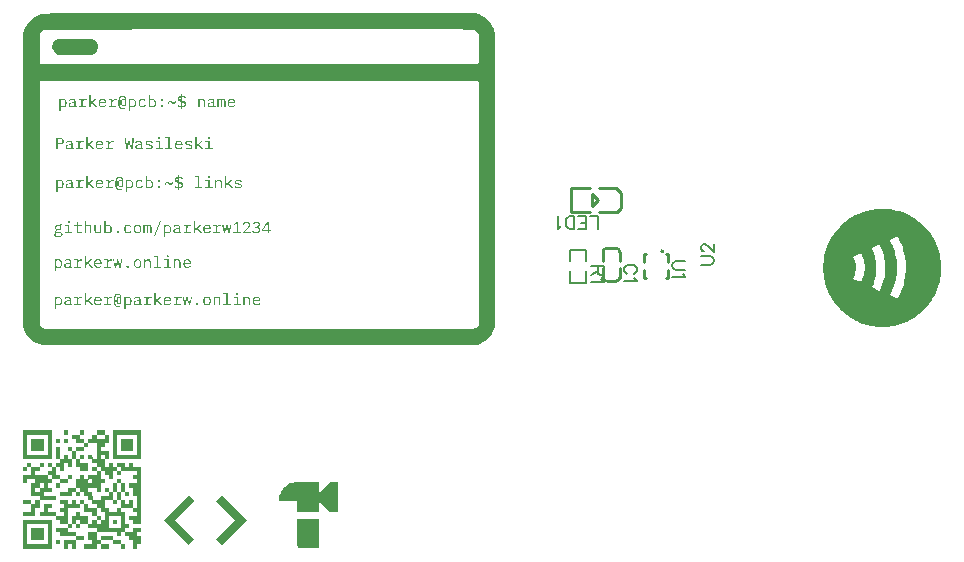
<source format=gto>
G04 Layer: TopSilkscreenLayer*
G04 EasyEDA v6.5.51, 2026-01-04 16:33:54*
G04 179cb109973c4d86bd089ae42ce1d13a,b0fcb86846164242a958a805a75853bb,10*
G04 Gerber Generator version 0.2*
G04 Scale: 100 percent, Rotated: No, Reflected: No *
G04 Dimensions in millimeters *
G04 leading zeros omitted , absolute positions ,4 integer and 5 decimal *
%FSLAX45Y45*%
%MOMM*%

%ADD10C,0.1524*%
%ADD11C,0.2540*%
%ADD12C,0.0198*%

%LPD*%
G36*
X254000Y-3917848D02*
G01*
X254000Y-3952849D01*
X460501Y-3952849D01*
X460501Y-4124350D01*
X289001Y-4124350D01*
X289001Y-3952849D01*
X254000Y-3952849D01*
X254000Y-4159351D01*
X495249Y-4159097D01*
X495503Y-3917848D01*
G37*
G36*
X598982Y-3917848D02*
G01*
X598982Y-3952849D01*
X633018Y-3952849D01*
X633018Y-3917848D01*
G37*
G36*
X737006Y-3917848D02*
G01*
X736752Y-3952595D01*
X668020Y-3952849D01*
X668020Y-3986834D01*
X701751Y-3987088D01*
X702005Y-4020820D01*
X770737Y-4021124D01*
X770737Y-4055618D01*
X702005Y-4055872D01*
X701751Y-4089603D01*
X668274Y-4089603D01*
X667969Y-4055872D01*
X633018Y-4055872D01*
X633018Y-4089857D01*
X667766Y-4090111D01*
X667766Y-4158589D01*
X633272Y-4158589D01*
X632968Y-4124858D01*
X599033Y-4124858D01*
X598728Y-4158589D01*
X564235Y-4158589D01*
X563981Y-4055872D01*
X529996Y-4055872D01*
X529996Y-4158843D01*
X563727Y-4159097D01*
X563727Y-4193641D01*
X529996Y-4193844D01*
X529742Y-4227576D01*
X495249Y-4227576D01*
X494995Y-4193844D01*
X461009Y-4193844D01*
X461009Y-4227880D01*
X494741Y-4228084D01*
X494741Y-4262577D01*
X461009Y-4262882D01*
X460756Y-4296613D01*
X357225Y-4296613D01*
X357225Y-4263085D01*
X391972Y-4262882D01*
X392226Y-4228084D01*
X426008Y-4227880D01*
X426008Y-4193844D01*
X392023Y-4193844D01*
X391769Y-4227576D01*
X323240Y-4227576D01*
X322986Y-4193844D01*
X289001Y-4193844D01*
X288747Y-4227576D01*
X254000Y-4227880D01*
X254000Y-4262882D01*
X289001Y-4262882D01*
X289255Y-4228084D01*
X322732Y-4228084D01*
X322732Y-4296613D01*
X254000Y-4296867D01*
X254000Y-4298137D01*
X460959Y-4298137D01*
X461467Y-4296816D01*
X494741Y-4297121D01*
X494741Y-4331614D01*
X461264Y-4331614D01*
X460959Y-4298137D01*
X254000Y-4298137D01*
X254000Y-4365853D01*
X289001Y-4365853D01*
X289255Y-4332071D01*
X356768Y-4332071D01*
X356768Y-4365599D01*
X322986Y-4365904D01*
X322986Y-4367123D01*
X391972Y-4367123D01*
X392480Y-4365853D01*
X425754Y-4366107D01*
X425754Y-4400600D01*
X392226Y-4400600D01*
X391972Y-4367123D01*
X322986Y-4367123D01*
X322986Y-4402124D01*
X356971Y-4402124D01*
X357479Y-4400854D01*
X391769Y-4401108D01*
X391769Y-4434586D01*
X357225Y-4434586D01*
X356971Y-4402124D01*
X322986Y-4402124D01*
X322986Y-4469841D01*
X391769Y-4470095D01*
X391769Y-4503572D01*
X357022Y-4503877D01*
X356768Y-4538573D01*
X323240Y-4538573D01*
X322986Y-4503826D01*
X254000Y-4503826D01*
X254000Y-4538827D01*
X322732Y-4539081D01*
X322732Y-4607610D01*
X254000Y-4607864D01*
X254000Y-4641850D01*
X356971Y-4641850D01*
X357225Y-4573117D01*
X391972Y-4572812D01*
X392226Y-4504080D01*
X529996Y-4503826D01*
X529996Y-4469841D01*
X426262Y-4469587D01*
X426262Y-4435094D01*
X494995Y-4434840D01*
X494995Y-4400854D01*
X461264Y-4400600D01*
X461264Y-4366107D01*
X494995Y-4365853D01*
X495249Y-4332071D01*
X563727Y-4332071D01*
X563727Y-4365599D01*
X529996Y-4365904D01*
X529996Y-4400854D01*
X563981Y-4400854D01*
X564235Y-4366107D01*
X632968Y-4365853D01*
X633272Y-4332071D01*
X668020Y-4331868D01*
X668020Y-4296867D01*
X633018Y-4296867D01*
X632764Y-4331614D01*
X564235Y-4331614D01*
X563981Y-4296867D01*
X530250Y-4296613D01*
X530250Y-4228084D01*
X563727Y-4228084D01*
X564032Y-4262882D01*
X598982Y-4262882D01*
X599236Y-4194098D01*
X632764Y-4194098D01*
X633018Y-4227880D01*
X667969Y-4227880D01*
X668274Y-4159097D01*
X701751Y-4159097D01*
X702005Y-4227880D01*
X736752Y-4228084D01*
X737006Y-4262882D01*
X805992Y-4262882D01*
X805992Y-4193844D01*
X737260Y-4193641D01*
X737260Y-4159097D01*
X770991Y-4158843D01*
X770991Y-4124858D01*
X737006Y-4124858D01*
X736752Y-4158589D01*
X702259Y-4158589D01*
X702259Y-4090111D01*
X770991Y-4089857D01*
X771245Y-4056075D01*
X805992Y-4055872D01*
X806246Y-4021124D01*
X874725Y-4021124D01*
X874725Y-4126128D01*
X908964Y-4126128D01*
X909472Y-4124858D01*
X943762Y-4125112D01*
X943762Y-4158589D01*
X909269Y-4158589D01*
X908964Y-4126128D01*
X874725Y-4126128D01*
X874725Y-4158589D01*
X840232Y-4158589D01*
X839978Y-4124858D01*
X805992Y-4124858D01*
X805992Y-4158843D01*
X839724Y-4159097D01*
X840028Y-4193844D01*
X874725Y-4194098D01*
X874725Y-4227576D01*
X839978Y-4227880D01*
X839978Y-4229150D01*
X874979Y-4229150D01*
X875487Y-4227880D01*
X908761Y-4228084D01*
X908761Y-4229150D01*
X1046987Y-4229150D01*
X1047496Y-4227880D01*
X1081735Y-4228084D01*
X1081735Y-4262577D01*
X1047242Y-4262577D01*
X1046987Y-4229150D01*
X908761Y-4229150D01*
X908761Y-4262577D01*
X875233Y-4262577D01*
X874979Y-4229150D01*
X839978Y-4229150D01*
X839978Y-4262882D01*
X874725Y-4263085D01*
X874725Y-4296613D01*
X805992Y-4296867D01*
X805738Y-4331614D01*
X771245Y-4331614D01*
X770991Y-4296867D01*
X737006Y-4296867D01*
X736752Y-4331614D01*
X702005Y-4331868D01*
X701999Y-4333087D01*
X805992Y-4333087D01*
X806450Y-4331868D01*
X839724Y-4332071D01*
X839724Y-4365599D01*
X806246Y-4365599D01*
X805992Y-4333087D01*
X701999Y-4333087D01*
X701751Y-4400600D01*
X633018Y-4400854D01*
X633007Y-4402124D01*
X702005Y-4402124D01*
X702462Y-4400854D01*
X736752Y-4401108D01*
X736752Y-4434586D01*
X806246Y-4434586D01*
X806246Y-4401108D01*
X874725Y-4401108D01*
X875030Y-4434840D01*
X909015Y-4434840D01*
X909269Y-4366107D01*
X944016Y-4365853D01*
X944016Y-4331868D01*
X909269Y-4331614D01*
X908964Y-4264101D01*
X909472Y-4262882D01*
X943762Y-4263085D01*
X944016Y-4296816D01*
X977747Y-4297121D01*
X978001Y-4331868D01*
X1013002Y-4331868D01*
X1013256Y-4263085D01*
X1046734Y-4263085D01*
X1046987Y-4296867D01*
X1081989Y-4296867D01*
X1082243Y-4263085D01*
X1218742Y-4263085D01*
X1218742Y-4296613D01*
X1185011Y-4296867D01*
X1185011Y-4331868D01*
X1218742Y-4332071D01*
X1218742Y-4365599D01*
X1150975Y-4365904D01*
X1150975Y-4400854D01*
X1184757Y-4401108D01*
X1185011Y-4469841D01*
X1218742Y-4470095D01*
X1218742Y-4572609D01*
X1185265Y-4572609D01*
X1185011Y-4503826D01*
X1151026Y-4503826D01*
X1150721Y-4538573D01*
X1116228Y-4538573D01*
X1115974Y-4503877D01*
X1082243Y-4503572D01*
X1082243Y-4435094D01*
X1115771Y-4435094D01*
X1116025Y-4469841D01*
X1150975Y-4469841D01*
X1150975Y-4434840D01*
X1116228Y-4434586D01*
X1115974Y-4365904D01*
X1082243Y-4365599D01*
X1081989Y-4331868D01*
X1046987Y-4331868D01*
X1046734Y-4365599D01*
X1013002Y-4365904D01*
X1012997Y-4367072D01*
X1046987Y-4367072D01*
X1047496Y-4365853D01*
X1081735Y-4366107D01*
X1081735Y-4434586D01*
X1047242Y-4434586D01*
X1046987Y-4367072D01*
X1012997Y-4367072D01*
X1012748Y-4434586D01*
X978255Y-4434586D01*
X978001Y-4400854D01*
X944016Y-4400854D01*
X944016Y-4434840D01*
X977747Y-4435094D01*
X977747Y-4436110D01*
X1013002Y-4436110D01*
X1013460Y-4434840D01*
X1046734Y-4435094D01*
X1046734Y-4503572D01*
X1013256Y-4503572D01*
X1013002Y-4436110D01*
X977747Y-4436110D01*
X977747Y-4469587D01*
X909015Y-4469841D01*
X908761Y-4503572D01*
X840232Y-4503572D01*
X839978Y-4434840D01*
X806246Y-4434586D01*
X702259Y-4434586D01*
X702005Y-4402124D01*
X633007Y-4402124D01*
X632764Y-4434586D01*
X563981Y-4434840D01*
X563981Y-4469841D01*
X667969Y-4469841D01*
X668274Y-4435094D01*
X701751Y-4435094D01*
X702005Y-4469841D01*
X737006Y-4469841D01*
X737260Y-4435094D01*
X770737Y-4435094D01*
X770991Y-4469841D01*
X805738Y-4470095D01*
X805992Y-4503826D01*
X839724Y-4504080D01*
X839732Y-4505096D01*
X943965Y-4505096D01*
X944473Y-4503826D01*
X1012748Y-4504080D01*
X1013002Y-4538827D01*
X1046987Y-4538827D01*
X1047242Y-4504080D01*
X1081735Y-4504080D01*
X1081735Y-4572609D01*
X1046987Y-4572863D01*
X1046734Y-4607610D01*
X978255Y-4607610D01*
X978001Y-4572863D01*
X944270Y-4572609D01*
X943965Y-4505096D01*
X839732Y-4505096D01*
X840028Y-4538827D01*
X874725Y-4539081D01*
X874725Y-4572609D01*
X806246Y-4572609D01*
X805992Y-4538878D01*
X771245Y-4538573D01*
X770991Y-4503826D01*
X737006Y-4503826D01*
X736752Y-4538573D01*
X702259Y-4538573D01*
X702005Y-4503826D01*
X668020Y-4503826D01*
X667766Y-4538573D01*
X633272Y-4538573D01*
X632968Y-4503826D01*
X563981Y-4503826D01*
X563981Y-4538827D01*
X598728Y-4539081D01*
X598728Y-4572609D01*
X563981Y-4572863D01*
X563981Y-4607814D01*
X598728Y-4608118D01*
X598728Y-4641596D01*
X530250Y-4641596D01*
X529996Y-4607864D01*
X461264Y-4607610D01*
X461264Y-4573117D01*
X494995Y-4572812D01*
X494995Y-4538827D01*
X426008Y-4538827D01*
X425754Y-4607610D01*
X392023Y-4607864D01*
X392023Y-4641850D01*
X529742Y-4642104D01*
X529996Y-4676851D01*
X563727Y-4677105D01*
X564030Y-4710582D01*
X633272Y-4710582D01*
X633272Y-4573117D01*
X737006Y-4572863D01*
X737006Y-4539488D01*
X737666Y-4538827D01*
X770737Y-4539081D01*
X770891Y-4574082D01*
X874979Y-4574082D01*
X875487Y-4572812D01*
X908761Y-4573117D01*
X909015Y-4607814D01*
X943762Y-4608118D01*
X943762Y-4643120D01*
X978001Y-4643120D01*
X978458Y-4641850D01*
X1081735Y-4642104D01*
X1081735Y-4745583D01*
X978255Y-4745583D01*
X978001Y-4643120D01*
X943762Y-4643120D01*
X943762Y-4676597D01*
X909269Y-4676597D01*
X908964Y-4641850D01*
X875233Y-4641596D01*
X874979Y-4574082D01*
X770891Y-4574082D01*
X770991Y-4607864D01*
X839724Y-4608118D01*
X840028Y-4641850D01*
X874725Y-4642104D01*
X874725Y-4676597D01*
X840028Y-4676851D01*
X840017Y-4678121D01*
X874979Y-4678121D01*
X875487Y-4676851D01*
X908761Y-4677105D01*
X908761Y-4710582D01*
X875233Y-4710582D01*
X874979Y-4678121D01*
X840017Y-4678121D01*
X839724Y-4710582D01*
X806246Y-4710582D01*
X805992Y-4641850D01*
X737260Y-4641596D01*
X737006Y-4607864D01*
X702005Y-4607864D01*
X701751Y-4641596D01*
X668020Y-4641850D01*
X667862Y-4678121D01*
X702005Y-4678121D01*
X702462Y-4676851D01*
X736752Y-4677105D01*
X736752Y-4710582D01*
X702259Y-4710582D01*
X702005Y-4678121D01*
X667862Y-4678121D01*
X667766Y-4710582D01*
X564030Y-4710582D01*
X564032Y-4710836D01*
X632764Y-4711090D01*
X632764Y-4745583D01*
X529996Y-4745837D01*
X529996Y-4779822D01*
X563727Y-4780076D01*
X564032Y-4814824D01*
X701751Y-4815078D01*
X701751Y-4848606D01*
X598982Y-4848860D01*
X598982Y-4917846D01*
X632968Y-4917846D01*
X633272Y-4883099D01*
X667766Y-4883099D01*
X668020Y-4917846D01*
X702005Y-4917846D01*
X702259Y-4849114D01*
X770991Y-4848860D01*
X770991Y-4814874D01*
X702259Y-4814620D01*
X702005Y-4779873D01*
X633272Y-4779619D01*
X633272Y-4746091D01*
X667969Y-4745837D01*
X668274Y-4711090D01*
X701751Y-4711090D01*
X702005Y-4745837D01*
X737006Y-4745837D01*
X737260Y-4711090D01*
X805738Y-4711090D01*
X805992Y-4745837D01*
X874725Y-4746091D01*
X874725Y-4779619D01*
X805992Y-4779873D01*
X805992Y-4848809D01*
X839724Y-4849114D01*
X839724Y-4882591D01*
X770991Y-4882845D01*
X770991Y-4917846D01*
X874979Y-4917846D01*
X875233Y-4883099D01*
X908761Y-4883099D01*
X909015Y-4917846D01*
X978001Y-4917846D01*
X978001Y-4882845D01*
X909269Y-4882591D01*
X909269Y-4849114D01*
X1012748Y-4849114D01*
X1013002Y-4882845D01*
X1081735Y-4883099D01*
X1081989Y-4917846D01*
X1115974Y-4917846D01*
X1115974Y-4882845D01*
X1082243Y-4882591D01*
X1081989Y-4848860D01*
X1013256Y-4848606D01*
X1013002Y-4814824D01*
X909015Y-4814824D01*
X908761Y-4848606D01*
X875233Y-4848606D01*
X875233Y-4780076D01*
X1046734Y-4780076D01*
X1046987Y-4814824D01*
X1081989Y-4814824D01*
X1082243Y-4780076D01*
X1115771Y-4780076D01*
X1116025Y-4814824D01*
X1150721Y-4815078D01*
X1151026Y-4848809D01*
X1184757Y-4849114D01*
X1185011Y-4917846D01*
X1218996Y-4917846D01*
X1219250Y-4883099D01*
X1253998Y-4882845D01*
X1253998Y-4814874D01*
X1219250Y-4814620D01*
X1219250Y-4780076D01*
X1253998Y-4779822D01*
X1253998Y-4745837D01*
X1185011Y-4745837D01*
X1184757Y-4779619D01*
X1116228Y-4779619D01*
X1116228Y-4746091D01*
X1150975Y-4745837D01*
X1150975Y-4710836D01*
X1116228Y-4710582D01*
X1115974Y-4607864D01*
X1082243Y-4607610D01*
X1082243Y-4573117D01*
X1184757Y-4573117D01*
X1185011Y-4607814D01*
X1218742Y-4608118D01*
X1218742Y-4641596D01*
X1150975Y-4641850D01*
X1150975Y-4676851D01*
X1184757Y-4677105D01*
X1185011Y-4710836D01*
X1253998Y-4710836D01*
X1253998Y-4227880D01*
X1185265Y-4227576D01*
X1184960Y-4193844D01*
X1151026Y-4193844D01*
X1150721Y-4227576D01*
X1116228Y-4227576D01*
X1115974Y-4193844D01*
X1046987Y-4193844D01*
X1046734Y-4227576D01*
X1013256Y-4227576D01*
X1013002Y-4193844D01*
X978001Y-4193844D01*
X977747Y-4227576D01*
X944270Y-4227576D01*
X944270Y-4159097D01*
X978001Y-4158843D01*
X978001Y-4089857D01*
X909269Y-4089603D01*
X909269Y-4056075D01*
X943965Y-4055872D01*
X944270Y-4021124D01*
X978001Y-4020820D01*
X978001Y-3952849D01*
X944270Y-3952595D01*
X943965Y-3917848D01*
X875030Y-3917848D01*
X874725Y-3952595D01*
X840028Y-3952849D01*
X840017Y-3954119D01*
X874979Y-3954119D01*
X875487Y-3952849D01*
X943762Y-3953103D01*
X943762Y-3986580D01*
X875233Y-3986580D01*
X874979Y-3954119D01*
X840017Y-3954119D01*
X839724Y-3986580D01*
X805992Y-3986885D01*
X805738Y-4020616D01*
X771245Y-4020616D01*
X770991Y-3986885D01*
X737260Y-3986580D01*
X737260Y-3953103D01*
X770991Y-3952849D01*
X770991Y-3917848D01*
G37*
G36*
X1012494Y-3917848D02*
G01*
X1012539Y-3952849D01*
X1218996Y-3952849D01*
X1218996Y-4124350D01*
X1047496Y-4124350D01*
X1047496Y-3952849D01*
X1012539Y-3952849D01*
X1012748Y-4159097D01*
X1253998Y-4159351D01*
X1253998Y-3917848D01*
G37*
G36*
X322986Y-3986885D02*
G01*
X322986Y-4090365D01*
X426262Y-4090111D01*
X426516Y-3986885D01*
G37*
G36*
X529996Y-3986885D02*
G01*
X529996Y-4020870D01*
X563981Y-4020870D01*
X563981Y-3986885D01*
G37*
G36*
X598982Y-3986885D02*
G01*
X598982Y-4020870D01*
X633018Y-4020870D01*
X633018Y-3986885D01*
G37*
G36*
X1081481Y-3986885D02*
G01*
X1081735Y-4090111D01*
X1185011Y-4090365D01*
X1185011Y-3986885D01*
G37*
G36*
X254000Y-4676343D02*
G01*
X254000Y-4711344D01*
X460501Y-4711344D01*
X460501Y-4882845D01*
X289001Y-4882845D01*
X289001Y-4711344D01*
X254000Y-4711344D01*
X254000Y-4917846D01*
X495503Y-4917846D01*
X495249Y-4676597D01*
G37*
G36*
X1013002Y-4676851D02*
G01*
X1013002Y-4710836D01*
X1046987Y-4710836D01*
X1046987Y-4676851D01*
G37*
G36*
X322986Y-4745329D02*
G01*
X322986Y-4848860D01*
X426516Y-4848860D01*
X426262Y-4745583D01*
G37*
G36*
X529996Y-4848860D02*
G01*
X529996Y-4882845D01*
X563981Y-4882845D01*
X563981Y-4848860D01*
G37*
G36*
X1646072Y-383489D02*
G01*
X1644954Y-384556D01*
X547268Y-386232D01*
X416712Y-388061D01*
X399694Y-392684D01*
X383794Y-398272D01*
X368655Y-405231D01*
X346964Y-417779D01*
X327050Y-431901D01*
X309930Y-449021D01*
X291998Y-470560D01*
X281889Y-486156D01*
X271018Y-509270D01*
X262026Y-531876D01*
X255828Y-551180D01*
X253868Y-800862D01*
X397408Y-800862D01*
X397408Y-557987D01*
X403402Y-546608D01*
X414426Y-535686D01*
X429971Y-526542D01*
X442823Y-524154D01*
X1890115Y-522732D01*
X3886860Y-522427D01*
X4072077Y-523900D01*
X4081830Y-530352D01*
X4100677Y-548436D01*
X4108704Y-560222D01*
X4112666Y-573836D01*
X4113479Y-799084D01*
X4105960Y-808532D01*
X4096004Y-816203D01*
X404977Y-816203D01*
X399186Y-809294D01*
X397408Y-800862D01*
X253868Y-800862D01*
X253481Y-974496D01*
X397560Y-974496D01*
X399338Y-962507D01*
X404977Y-958850D01*
X2455468Y-956919D01*
X2488387Y-956310D01*
X4099864Y-955802D01*
X4107789Y-962050D01*
X4111955Y-968857D01*
X4112768Y-3009595D01*
X4108602Y-3023158D01*
X4102912Y-3034385D01*
X4091228Y-3046730D01*
X4082135Y-3052013D01*
X4064457Y-3057753D01*
X3479342Y-3055112D01*
X435152Y-3055569D01*
X418998Y-3047136D01*
X405231Y-3033471D01*
X399694Y-3022092D01*
X398068Y-2772410D01*
X397560Y-974496D01*
X253481Y-974496D01*
X251510Y-1837131D01*
X251764Y-2905201D01*
X253593Y-3035706D01*
X261721Y-3062935D01*
X266649Y-3075432D01*
X279958Y-3101543D01*
X291439Y-3116834D01*
X311759Y-3138982D01*
X330454Y-3155594D01*
X347472Y-3167075D01*
X372414Y-3179064D01*
X392887Y-3186277D01*
X415594Y-3191916D01*
X465531Y-3194354D01*
X3994708Y-3195269D01*
X4078732Y-3192932D01*
X4095343Y-3190494D01*
X4118305Y-3183686D01*
X4142740Y-3172764D01*
X4160012Y-3162046D01*
X4178604Y-3148380D01*
X4204716Y-3121964D01*
X4219498Y-3101035D01*
X4232148Y-3078480D01*
X4240225Y-3057296D01*
X4244949Y-3042107D01*
X4247438Y-3026613D01*
X4249521Y-2986887D01*
X4252010Y-2085695D01*
X4250537Y-838301D01*
X4248556Y-553415D01*
X4243730Y-530707D01*
X4237939Y-513689D01*
X4225391Y-489102D01*
X4211878Y-468477D01*
X4199077Y-452424D01*
X4180738Y-434238D01*
X4162094Y-419506D01*
X4137609Y-404622D01*
X4116171Y-395224D01*
X4087774Y-386842D01*
X4045813Y-384911D01*
G37*
G36*
X839622Y-601675D02*
G01*
X551789Y-601878D01*
X541578Y-604723D01*
X534365Y-608431D01*
X517499Y-621995D01*
X508254Y-634034D01*
X502615Y-645363D01*
X498652Y-658977D01*
X498703Y-677164D01*
X502412Y-691438D01*
X510844Y-708914D01*
X525729Y-723950D01*
X549503Y-735431D01*
X573379Y-738124D01*
X667562Y-738022D01*
X837844Y-736498D01*
X855522Y-727354D01*
X866749Y-717296D01*
X876858Y-700989D01*
X886663Y-680567D01*
X887476Y-663244D01*
X884885Y-650748D01*
X876858Y-634085D01*
X867105Y-620369D01*
X855726Y-609803D01*
G37*
G36*
X7508290Y-2040280D02*
G01*
X7488631Y-2041550D01*
X7465771Y-2043938D01*
X7440168Y-2047595D01*
X7421016Y-2051405D01*
X7394143Y-2058009D01*
X7367270Y-2066289D01*
X7344156Y-2074722D01*
X7317994Y-2085848D01*
X7297115Y-2096007D01*
X7273239Y-2109317D01*
X7253833Y-2121357D01*
X7229652Y-2138273D01*
X7211822Y-2152142D01*
X7189673Y-2171090D01*
X7165238Y-2195017D01*
X7148372Y-2213660D01*
X7133081Y-2232304D01*
X7118603Y-2251710D01*
X7105142Y-2271877D01*
X7095083Y-2288184D01*
X7084161Y-2307844D01*
X7075271Y-2325624D01*
X7067499Y-2342743D01*
X7058812Y-2364486D01*
X7054570Y-2376373D01*
X7437983Y-2376373D01*
X7438186Y-2376119D01*
X7504582Y-2342438D01*
X7510373Y-2353970D01*
X7518552Y-2372614D01*
X7525207Y-2389784D01*
X7531912Y-2409190D01*
X7539228Y-2434844D01*
X7544460Y-2458415D01*
X7548270Y-2481072D01*
X7551115Y-2506218D01*
X7552944Y-2536799D01*
X7552029Y-2576372D01*
X7549743Y-2598724D01*
X7547457Y-2615133D01*
X7543698Y-2635300D01*
X7537145Y-2661513D01*
X7528204Y-2688285D01*
X7519822Y-2709164D01*
X7504734Y-2739542D01*
X7503007Y-2740202D01*
X7439659Y-2704084D01*
X7438948Y-2703474D01*
X7446619Y-2689047D01*
X7453630Y-2673350D01*
X7460996Y-2653944D01*
X7467498Y-2632303D01*
X7472172Y-2610815D01*
X7475778Y-2586075D01*
X7477556Y-2565146D01*
X7477455Y-2526334D01*
X7475829Y-2506929D01*
X7472832Y-2483815D01*
X7468362Y-2461412D01*
X7462367Y-2438298D01*
X7454392Y-2414422D01*
X7447280Y-2396490D01*
X7437983Y-2376373D01*
X7054570Y-2376373D01*
X7050582Y-2387549D01*
X7042861Y-2414422D01*
X7037070Y-2439212D01*
X7035415Y-2448915D01*
X7282484Y-2448915D01*
X7282992Y-2448407D01*
X7350099Y-2417267D01*
X7352131Y-2420975D01*
X7357973Y-2434996D01*
X7364730Y-2454706D01*
X7368286Y-2467406D01*
X7371994Y-2483815D01*
X7374991Y-2503220D01*
X7376922Y-2520391D01*
X7376922Y-2561437D01*
X7374280Y-2583078D01*
X7370673Y-2602484D01*
X7366050Y-2620365D01*
X7358125Y-2644241D01*
X7351014Y-2661412D01*
X7349998Y-2662580D01*
X7282992Y-2631846D01*
X7282535Y-2631389D01*
X7289139Y-2615133D01*
X7293762Y-2601315D01*
X7297521Y-2586431D01*
X7299756Y-2574848D01*
X7301992Y-2556205D01*
X7301992Y-2527858D01*
X7300417Y-2511755D01*
X7297470Y-2494534D01*
X7293102Y-2477109D01*
X7288022Y-2462174D01*
X7282484Y-2448915D01*
X7035415Y-2448915D01*
X7031888Y-2469642D01*
X7029653Y-2488285D01*
X7027722Y-2506929D01*
X7027773Y-2567381D01*
X7029602Y-2589022D01*
X7032650Y-2613660D01*
X7035647Y-2631592D01*
X7039406Y-2650236D01*
X7044588Y-2671114D01*
X7051344Y-2694127D01*
X7059574Y-2717393D01*
X7068566Y-2739593D01*
X7078929Y-2762097D01*
X7085140Y-2773730D01*
X7593482Y-2773730D01*
X7609586Y-2737561D01*
X7618577Y-2715158D01*
X7625943Y-2694279D01*
X7633868Y-2668117D01*
X7639964Y-2644241D01*
X7643723Y-2626817D01*
X7647482Y-2604719D01*
X7651597Y-2568905D01*
X7651597Y-2510688D01*
X7649667Y-2491282D01*
X7647482Y-2474112D01*
X7643672Y-2451709D01*
X7638491Y-2428240D01*
X7631226Y-2401722D01*
X7624165Y-2380081D01*
X7614462Y-2353970D01*
X7604861Y-2331567D01*
X7593533Y-2307285D01*
X7594142Y-2306726D01*
X7660182Y-2273757D01*
X7669682Y-2292756D01*
X7681264Y-2318867D01*
X7690612Y-2342743D01*
X7699095Y-2366670D01*
X7706563Y-2391257D01*
X7713167Y-2417368D01*
X7718348Y-2442006D01*
X7721346Y-2459939D01*
X7724292Y-2483053D01*
X7726629Y-2510688D01*
X7727543Y-2548737D01*
X7725816Y-2580081D01*
X7723581Y-2601722D01*
X7719923Y-2627833D01*
X7714589Y-2655468D01*
X7707122Y-2685846D01*
X7697571Y-2717444D01*
X7689138Y-2741269D01*
X7681112Y-2761640D01*
X7671968Y-2783078D01*
X7660995Y-2806192D01*
X7659065Y-2805684D01*
X7593482Y-2773730D01*
X7085140Y-2773730D01*
X7091730Y-2786024D01*
X7105142Y-2808427D01*
X7120839Y-2831592D01*
X7133894Y-2848813D01*
X7149084Y-2867355D01*
X7165949Y-2886049D01*
X7189673Y-2909214D01*
X7209790Y-2926486D01*
X7224826Y-2938373D01*
X7243368Y-2951835D01*
X7261301Y-2963773D01*
X7281468Y-2975711D01*
X7303008Y-2987395D01*
X7318756Y-2994812D01*
X7341158Y-3004464D01*
X7366660Y-3013964D01*
X7399375Y-3023819D01*
X7427722Y-3030372D01*
X7453833Y-3034842D01*
X7478471Y-3037890D01*
X7501585Y-3039719D01*
X7552334Y-3039719D01*
X7575499Y-3037890D01*
X7604556Y-3034182D01*
X7626197Y-3030423D01*
X7654594Y-3023819D01*
X7682179Y-3015640D01*
X7706055Y-3007207D01*
X7732826Y-2996031D01*
X7752842Y-2986481D01*
X7775498Y-2974187D01*
X7796377Y-2961589D01*
X7815021Y-2948889D01*
X7835188Y-2933954D01*
X7846364Y-2924911D01*
X7862773Y-2910738D01*
X7881467Y-2893212D01*
X7903362Y-2869641D01*
X7920024Y-2849473D01*
X7934553Y-2830068D01*
X7947304Y-2811424D01*
X7959648Y-2791256D01*
X7970520Y-2771698D01*
X7979409Y-2753969D01*
X7990586Y-2728569D01*
X7999577Y-2704693D01*
X8007096Y-2681376D01*
X8013090Y-2659176D01*
X8018322Y-2635300D01*
X8022081Y-2612898D01*
X8024317Y-2595778D01*
X8026552Y-2569616D01*
X8027517Y-2541270D01*
X8025790Y-2503982D01*
X8023606Y-2480818D01*
X8019846Y-2454706D01*
X8014614Y-2428595D01*
X8007299Y-2400198D01*
X7998815Y-2374087D01*
X7992262Y-2356510D01*
X7982661Y-2333802D01*
X7974431Y-2316276D01*
X7962138Y-2293518D01*
X7951012Y-2274874D01*
X7936687Y-2253234D01*
X7919415Y-2230069D01*
X7903311Y-2210663D01*
X7881467Y-2187092D01*
X7862773Y-2169617D01*
X7850835Y-2159101D01*
X7838135Y-2148586D01*
X7817256Y-2132888D01*
X7796377Y-2118715D01*
X7780070Y-2108657D01*
X7758328Y-2096719D01*
X7739634Y-2087372D01*
X7720584Y-2078939D01*
X7701584Y-2071370D01*
X7677708Y-2063242D01*
X7654848Y-2056485D01*
X7626959Y-2049983D01*
X7600086Y-2045411D01*
X7582204Y-2043175D01*
X7557566Y-2040788D01*
G37*
G36*
X2760726Y-4354372D02*
G01*
X2565552Y-4354525D01*
X2551582Y-4355795D01*
X2538018Y-4358182D01*
X2523591Y-4362297D01*
X2513330Y-4366107D01*
X2499156Y-4372914D01*
X2490012Y-4378299D01*
X2479751Y-4385310D01*
X2470861Y-4392371D01*
X2457043Y-4405884D01*
X2449423Y-4415078D01*
X2441956Y-4425492D01*
X2436926Y-4433874D01*
X2431948Y-4443222D01*
X2427224Y-4454245D01*
X2423464Y-4465116D01*
X2420315Y-4477258D01*
X2418384Y-4487519D01*
X2417013Y-4500118D01*
X2417013Y-4510633D01*
X2573274Y-4510633D01*
X2573274Y-4604359D01*
X2760726Y-4604359D01*
X2760726Y-4510836D01*
X2854248Y-4604359D01*
X2916986Y-4604359D01*
X2916986Y-4354372D01*
X2854248Y-4354372D01*
X2760726Y-4447895D01*
G37*
G36*
X2573223Y-4666843D02*
G01*
X2573477Y-4891430D01*
X2576118Y-4898898D01*
X2579370Y-4904282D01*
X2584196Y-4909566D01*
X2591104Y-4914087D01*
X2598674Y-4916627D01*
X2735326Y-4916627D01*
X2742895Y-4914087D01*
X2749804Y-4909566D01*
X2754630Y-4904282D01*
X2757881Y-4898898D01*
X2760522Y-4891430D01*
X2760776Y-4666843D01*
G37*
G36*
X1654403Y-4466996D02*
G01*
X1444396Y-4677003D01*
X1654657Y-4887264D01*
X1703222Y-4838700D01*
X1703222Y-4837633D01*
X1542592Y-4677003D01*
X1703222Y-4516374D01*
X1703222Y-4515307D01*
X1654911Y-4466996D01*
G37*
G36*
X1934413Y-4466996D02*
G01*
X1886102Y-4515307D01*
X1886102Y-4516374D01*
X2046732Y-4677003D01*
X1886102Y-4837633D01*
X1886102Y-4838700D01*
X1934667Y-4887264D01*
X2144928Y-4677003D01*
X1934921Y-4466996D01*
G37*
G36*
X2066543Y-2752852D02*
G01*
X2062276Y-2753360D01*
X2060803Y-2753969D01*
X2059686Y-2754884D01*
X2058162Y-2757170D01*
X2057654Y-2759964D01*
X2057806Y-2763723D01*
X2058162Y-2765044D01*
X2058771Y-2766263D01*
X2059686Y-2767330D01*
X2060803Y-2768193D01*
X2062276Y-2768854D01*
X2066543Y-2769362D01*
X2068779Y-2769260D01*
X2070658Y-2768854D01*
X2072233Y-2768193D01*
X2073402Y-2767330D01*
X2074722Y-2765044D01*
X2075078Y-2763723D01*
X2075078Y-2758490D01*
X2074164Y-2755950D01*
X2073402Y-2754884D01*
X2072233Y-2754020D01*
X2070658Y-2753360D01*
X2068779Y-2752953D01*
G37*
G36*
X774700Y-2753868D02*
G01*
X774700Y-2857500D01*
X785876Y-2857500D01*
X785876Y-2831338D01*
X798322Y-2819908D01*
X826516Y-2857500D01*
X840486Y-2857500D01*
X806958Y-2813558D01*
X836930Y-2785364D01*
X823214Y-2785364D01*
X799084Y-2807462D01*
X786384Y-2819400D01*
X785876Y-2819400D01*
X785876Y-2753868D01*
G37*
G36*
X1362710Y-2753868D02*
G01*
X1362710Y-2857500D01*
X1373886Y-2857500D01*
X1373886Y-2831338D01*
X1386332Y-2819908D01*
X1414526Y-2857500D01*
X1428242Y-2857500D01*
X1394968Y-2813558D01*
X1424940Y-2785364D01*
X1411224Y-2785364D01*
X1387094Y-2807462D01*
X1374394Y-2819400D01*
X1373886Y-2819400D01*
X1373886Y-2753868D01*
G37*
G36*
X1947164Y-2753868D02*
G01*
X1947164Y-2763520D01*
X1972310Y-2763520D01*
X1972310Y-2848102D01*
X1947164Y-2848102D01*
X1947164Y-2857500D01*
X2008886Y-2857500D01*
X2008886Y-2848102D01*
X1983486Y-2848102D01*
X1983486Y-2753868D01*
G37*
G36*
X1054100Y-2758186D02*
G01*
X1050137Y-2758338D01*
X1046429Y-2758897D01*
X1042924Y-2759760D01*
X1039621Y-2760980D01*
X1036675Y-2762656D01*
X1033983Y-2764790D01*
X1031494Y-2767431D01*
X1029208Y-2770632D01*
X1027277Y-2774188D01*
X1025601Y-2778302D01*
X1024128Y-2782976D01*
X1022858Y-2788158D01*
X1021130Y-2800604D01*
X1020571Y-2815590D01*
X1020673Y-2822600D01*
X1021689Y-2835148D01*
X1023670Y-2845968D01*
X1025093Y-2850692D01*
X1026820Y-2854960D01*
X1028953Y-2858770D01*
X1031290Y-2862224D01*
X1033983Y-2865170D01*
X1036980Y-2867660D01*
X1040384Y-2869692D01*
X1044295Y-2871266D01*
X1048562Y-2872384D01*
X1053287Y-2873044D01*
X1058418Y-2873248D01*
X1075436Y-2873248D01*
X1075436Y-2864104D01*
X1054404Y-2863951D01*
X1050798Y-2863392D01*
X1047546Y-2862529D01*
X1044702Y-2861310D01*
X1042162Y-2859633D01*
X1039926Y-2857703D01*
X1037996Y-2855468D01*
X1036319Y-2852928D01*
X1034999Y-2850184D01*
X1033881Y-2847238D01*
X1032256Y-2840736D01*
X1031494Y-2833370D01*
X1031240Y-2825496D01*
X1031240Y-2807462D01*
X1032560Y-2789123D01*
X1036574Y-2776728D01*
X1039672Y-2772511D01*
X1043686Y-2769463D01*
X1048562Y-2767685D01*
X1054354Y-2767076D01*
X1059586Y-2767482D01*
X1064006Y-2768803D01*
X1067663Y-2770936D01*
X1070610Y-2773934D01*
X1072743Y-2777693D01*
X1074216Y-2782062D01*
X1075131Y-2787091D01*
X1075436Y-2796032D01*
X1074928Y-2796032D01*
X1073150Y-2792476D01*
X1071118Y-2790190D01*
X1069441Y-2788818D01*
X1067409Y-2787650D01*
X1065123Y-2786786D01*
X1060958Y-2786380D01*
X1056843Y-2786837D01*
X1053236Y-2788208D01*
X1049985Y-2790545D01*
X1047242Y-2793746D01*
X1045006Y-2797860D01*
X1043432Y-2803042D01*
X1042466Y-2809290D01*
X1042162Y-2816606D01*
X1042333Y-2820670D01*
X1052576Y-2820670D01*
X1052576Y-2812034D01*
X1052779Y-2807665D01*
X1053338Y-2804058D01*
X1054303Y-2801061D01*
X1055624Y-2798826D01*
X1057300Y-2797048D01*
X1059383Y-2795778D01*
X1061770Y-2795016D01*
X1064514Y-2794762D01*
X1066952Y-2794914D01*
X1069086Y-2795473D01*
X1070965Y-2796336D01*
X1072642Y-2797556D01*
X1073861Y-2799130D01*
X1074724Y-2800959D01*
X1075283Y-2803194D01*
X1075436Y-2805684D01*
X1075436Y-2827020D01*
X1075283Y-2829509D01*
X1074724Y-2831693D01*
X1073861Y-2833573D01*
X1072642Y-2835148D01*
X1070965Y-2836367D01*
X1069086Y-2837230D01*
X1066952Y-2837789D01*
X1064514Y-2837942D01*
X1061770Y-2837688D01*
X1059383Y-2836976D01*
X1057300Y-2835808D01*
X1055624Y-2834132D01*
X1054303Y-2831744D01*
X1053338Y-2828747D01*
X1052779Y-2825038D01*
X1052576Y-2820670D01*
X1042333Y-2820670D01*
X1042466Y-2823819D01*
X1043432Y-2830017D01*
X1045006Y-2835148D01*
X1047242Y-2839212D01*
X1049985Y-2842310D01*
X1053185Y-2844546D01*
X1056843Y-2845866D01*
X1060958Y-2846324D01*
X1063853Y-2846171D01*
X1066342Y-2845612D01*
X1068527Y-2844749D01*
X1070356Y-2843530D01*
X1072997Y-2840278D01*
X1074928Y-2836672D01*
X1075436Y-2836672D01*
X1075436Y-2844800D01*
X1085596Y-2844800D01*
X1085494Y-2789123D01*
X1084580Y-2782265D01*
X1083818Y-2779014D01*
X1082802Y-2775966D01*
X1081532Y-2773121D01*
X1080008Y-2770479D01*
X1078230Y-2768092D01*
X1076198Y-2765907D01*
X1073912Y-2763977D01*
X1071372Y-2762250D01*
X1068578Y-2760726D01*
X1065377Y-2759608D01*
X1061923Y-2758846D01*
X1058164Y-2758338D01*
G37*
G36*
X555244Y-2783586D02*
G01*
X542086Y-2786938D01*
X533146Y-2797048D01*
X532384Y-2797048D01*
X532384Y-2785364D01*
X521208Y-2785364D01*
X521208Y-2834386D01*
X532384Y-2834386D01*
X532485Y-2806649D01*
X533247Y-2803347D01*
X533908Y-2801874D01*
X535686Y-2799435D01*
X537972Y-2797302D01*
X540715Y-2795727D01*
X543814Y-2794508D01*
X547268Y-2793746D01*
X550926Y-2793492D01*
X555599Y-2793847D01*
X559714Y-2795016D01*
X563219Y-2796946D01*
X566166Y-2799588D01*
X568502Y-2802737D01*
X570179Y-2806446D01*
X571144Y-2810611D01*
X571500Y-2815336D01*
X571500Y-2827528D01*
X571144Y-2832252D01*
X570179Y-2836418D01*
X568502Y-2840126D01*
X566166Y-2843276D01*
X563219Y-2845816D01*
X559663Y-2847644D01*
X555599Y-2848762D01*
X550926Y-2849118D01*
X547268Y-2848914D01*
X543814Y-2848356D01*
X540715Y-2847086D01*
X537972Y-2845308D01*
X535686Y-2843276D01*
X533908Y-2840736D01*
X532790Y-2837738D01*
X532384Y-2834386D01*
X521208Y-2834386D01*
X521208Y-2885440D01*
X532384Y-2885440D01*
X532384Y-2845816D01*
X533146Y-2845816D01*
X542086Y-2855925D01*
X555244Y-2859278D01*
X567182Y-2856738D01*
X576072Y-2849118D01*
X581812Y-2837230D01*
X583692Y-2821432D01*
X581761Y-2805430D01*
X576072Y-2793492D01*
X567182Y-2786075D01*
G37*
G36*
X631190Y-2783586D02*
G01*
X626059Y-2783890D01*
X621284Y-2784856D01*
X616966Y-2786126D01*
X613156Y-2787904D01*
X610057Y-2790139D01*
X607314Y-2792730D01*
X605231Y-2795320D01*
X603504Y-2798064D01*
X611124Y-2803652D01*
X612648Y-2801366D01*
X614375Y-2799334D01*
X616305Y-2797556D01*
X618490Y-2796032D01*
X621030Y-2794711D01*
X623874Y-2793746D01*
X627024Y-2793187D01*
X630428Y-2792984D01*
X634390Y-2793238D01*
X637794Y-2794000D01*
X640740Y-2795270D01*
X643128Y-2797048D01*
X645109Y-2799334D01*
X646531Y-2802077D01*
X647395Y-2805277D01*
X647700Y-2808986D01*
X647700Y-2816098D01*
X632206Y-2816098D01*
X618185Y-2817520D01*
X608584Y-2821686D01*
X605383Y-2824632D01*
X603046Y-2828239D01*
X601675Y-2832404D01*
X601218Y-2837180D01*
X601324Y-2838450D01*
X612902Y-2838450D01*
X612902Y-2835402D01*
X613206Y-2832963D01*
X614121Y-2830830D01*
X615594Y-2828899D01*
X617728Y-2827274D01*
X620369Y-2826054D01*
X623620Y-2825191D01*
X627583Y-2824632D01*
X647700Y-2824480D01*
X647598Y-2837789D01*
X647344Y-2839161D01*
X646176Y-2841752D01*
X644550Y-2844088D01*
X642112Y-2846070D01*
X639318Y-2847543D01*
X636016Y-2848864D01*
X632104Y-2849626D01*
X627888Y-2849880D01*
X624636Y-2849676D01*
X621741Y-2849118D01*
X619150Y-2848152D01*
X616966Y-2846832D01*
X615188Y-2845257D01*
X613918Y-2843326D01*
X613156Y-2841091D01*
X612902Y-2838450D01*
X601324Y-2838450D01*
X601624Y-2842006D01*
X602945Y-2846273D01*
X605078Y-2849981D01*
X608076Y-2853182D01*
X611682Y-2855874D01*
X615899Y-2857754D01*
X620674Y-2858922D01*
X626110Y-2859278D01*
X630224Y-2859074D01*
X633933Y-2858363D01*
X637184Y-2857296D01*
X640080Y-2855722D01*
X642569Y-2853791D01*
X644652Y-2851454D01*
X646379Y-2848813D01*
X647700Y-2845816D01*
X648462Y-2845816D01*
X648970Y-2848254D01*
X649732Y-2850438D01*
X650748Y-2852420D01*
X652018Y-2854198D01*
X653643Y-2855620D01*
X655777Y-2856687D01*
X658368Y-2857296D01*
X661416Y-2857500D01*
X669036Y-2857500D01*
X669036Y-2847594D01*
X658876Y-2847594D01*
X658876Y-2807970D01*
X658418Y-2802534D01*
X657047Y-2797759D01*
X654710Y-2793542D01*
X651510Y-2789936D01*
X647395Y-2787142D01*
X642620Y-2785160D01*
X637235Y-2783992D01*
G37*
G36*
X886460Y-2783586D02*
G01*
X882853Y-2783738D01*
X879398Y-2784246D01*
X876147Y-2785008D01*
X872998Y-2786126D01*
X870051Y-2787650D01*
X867359Y-2789428D01*
X864869Y-2791460D01*
X862584Y-2793746D01*
X860552Y-2796387D01*
X858723Y-2799334D01*
X857097Y-2802483D01*
X855726Y-2805938D01*
X854710Y-2809494D01*
X853998Y-2813253D01*
X853733Y-2815844D01*
X865124Y-2815844D01*
X865479Y-2810205D01*
X866648Y-2805938D01*
X868680Y-2802331D01*
X871219Y-2799080D01*
X874318Y-2796540D01*
X878078Y-2794508D01*
X882091Y-2793187D01*
X884224Y-2792831D01*
X888695Y-2792831D01*
X892911Y-2793593D01*
X894842Y-2794254D01*
X898144Y-2796184D01*
X900937Y-2798826D01*
X903376Y-2801924D01*
X905002Y-2805684D01*
X906170Y-2809748D01*
X906526Y-2815844D01*
X853733Y-2815844D01*
X853440Y-2821432D01*
X853592Y-2825648D01*
X853998Y-2829610D01*
X854710Y-2833370D01*
X855726Y-2836926D01*
X857097Y-2840329D01*
X858723Y-2843479D01*
X860552Y-2846324D01*
X862584Y-2848864D01*
X864869Y-2851251D01*
X867410Y-2853334D01*
X870203Y-2855061D01*
X876401Y-2857703D01*
X879805Y-2858566D01*
X883412Y-2859125D01*
X887221Y-2859278D01*
X892454Y-2858973D01*
X897280Y-2858058D01*
X901598Y-2856585D01*
X905510Y-2854452D01*
X909015Y-2852013D01*
X911961Y-2849168D01*
X914349Y-2846019D01*
X916178Y-2842514D01*
X908050Y-2836926D01*
X906475Y-2839669D01*
X904595Y-2842107D01*
X902411Y-2844241D01*
X899921Y-2846070D01*
X897128Y-2847644D01*
X894080Y-2848711D01*
X890778Y-2849422D01*
X887221Y-2849626D01*
X884732Y-2849524D01*
X880160Y-2848610D01*
X876096Y-2846984D01*
X874268Y-2845968D01*
X870966Y-2843276D01*
X868476Y-2840177D01*
X866648Y-2836418D01*
X865479Y-2832150D01*
X865124Y-2827528D01*
X865124Y-2824226D01*
X918718Y-2824226D01*
X918565Y-2815132D01*
X918159Y-2811526D01*
X917448Y-2808020D01*
X916432Y-2804668D01*
X915162Y-2801569D01*
X913637Y-2798673D01*
X911860Y-2795981D01*
X909828Y-2793492D01*
X907694Y-2791307D01*
X905256Y-2789377D01*
X902563Y-2787650D01*
X899668Y-2786126D01*
X896670Y-2785008D01*
X893470Y-2784246D01*
X890066Y-2783738D01*
G37*
G36*
X1143254Y-2783586D02*
G01*
X1130096Y-2786938D01*
X1121156Y-2797048D01*
X1120394Y-2797048D01*
X1120394Y-2785364D01*
X1109218Y-2785364D01*
X1109218Y-2834386D01*
X1120394Y-2834386D01*
X1120495Y-2806649D01*
X1121257Y-2803347D01*
X1121918Y-2801874D01*
X1123696Y-2799435D01*
X1125982Y-2797302D01*
X1128725Y-2795727D01*
X1131824Y-2794508D01*
X1135278Y-2793746D01*
X1138936Y-2793492D01*
X1143609Y-2793847D01*
X1147673Y-2795016D01*
X1151229Y-2796946D01*
X1154176Y-2799588D01*
X1156512Y-2802737D01*
X1158189Y-2806446D01*
X1159154Y-2810611D01*
X1159510Y-2815336D01*
X1159510Y-2827528D01*
X1159154Y-2832252D01*
X1158189Y-2836418D01*
X1156512Y-2840126D01*
X1154176Y-2843276D01*
X1151229Y-2845816D01*
X1147673Y-2847644D01*
X1143609Y-2848762D01*
X1138936Y-2849118D01*
X1135278Y-2848914D01*
X1131824Y-2848356D01*
X1128725Y-2847086D01*
X1125982Y-2845308D01*
X1123696Y-2843276D01*
X1121918Y-2840736D01*
X1120800Y-2837738D01*
X1120394Y-2834386D01*
X1109218Y-2834386D01*
X1109218Y-2885440D01*
X1120394Y-2885440D01*
X1120394Y-2845816D01*
X1121156Y-2845816D01*
X1130096Y-2855925D01*
X1143254Y-2859278D01*
X1155192Y-2856738D01*
X1164082Y-2849118D01*
X1169771Y-2837230D01*
X1171702Y-2821432D01*
X1169822Y-2805430D01*
X1164082Y-2793492D01*
X1155192Y-2786075D01*
G37*
G36*
X1219200Y-2783586D02*
G01*
X1213916Y-2783890D01*
X1207058Y-2785414D01*
X1202994Y-2786938D01*
X1199540Y-2788970D01*
X1196644Y-2791358D01*
X1194206Y-2794000D01*
X1191514Y-2798064D01*
X1199134Y-2803652D01*
X1200658Y-2801366D01*
X1202385Y-2799334D01*
X1204315Y-2797556D01*
X1206500Y-2796032D01*
X1209040Y-2794711D01*
X1211884Y-2793746D01*
X1215034Y-2793187D01*
X1218438Y-2792984D01*
X1222400Y-2793238D01*
X1225804Y-2794000D01*
X1228750Y-2795270D01*
X1231138Y-2797048D01*
X1233119Y-2799334D01*
X1234592Y-2802077D01*
X1235405Y-2805277D01*
X1235710Y-2808986D01*
X1235710Y-2816098D01*
X1220216Y-2816098D01*
X1206195Y-2817520D01*
X1196594Y-2821686D01*
X1193393Y-2824632D01*
X1191056Y-2828239D01*
X1189685Y-2832404D01*
X1189228Y-2837180D01*
X1189334Y-2838450D01*
X1200912Y-2838450D01*
X1200912Y-2835402D01*
X1201216Y-2832963D01*
X1202131Y-2830830D01*
X1203604Y-2828899D01*
X1205738Y-2827274D01*
X1208379Y-2826054D01*
X1211630Y-2825191D01*
X1215593Y-2824632D01*
X1235710Y-2824480D01*
X1235608Y-2837789D01*
X1234846Y-2840482D01*
X1233373Y-2842971D01*
X1231341Y-2845155D01*
X1228750Y-2846832D01*
X1225600Y-2848203D01*
X1221943Y-2849321D01*
X1218031Y-2849829D01*
X1212646Y-2849676D01*
X1209751Y-2849118D01*
X1207160Y-2848152D01*
X1204976Y-2846832D01*
X1203198Y-2845257D01*
X1201928Y-2843326D01*
X1201166Y-2841091D01*
X1200912Y-2838450D01*
X1189334Y-2838450D01*
X1189634Y-2842006D01*
X1190904Y-2846273D01*
X1192936Y-2849981D01*
X1195832Y-2853182D01*
X1199540Y-2855874D01*
X1203807Y-2857754D01*
X1208684Y-2858922D01*
X1214120Y-2859278D01*
X1218234Y-2859074D01*
X1221943Y-2858363D01*
X1225194Y-2857296D01*
X1228090Y-2855722D01*
X1230579Y-2853791D01*
X1232662Y-2851454D01*
X1234389Y-2848813D01*
X1235710Y-2845816D01*
X1236472Y-2845816D01*
X1236980Y-2848254D01*
X1237742Y-2850438D01*
X1238758Y-2852420D01*
X1240028Y-2854198D01*
X1241653Y-2855620D01*
X1243685Y-2856687D01*
X1246225Y-2857296D01*
X1249172Y-2857500D01*
X1257046Y-2857500D01*
X1257046Y-2847594D01*
X1246886Y-2847594D01*
X1246886Y-2807970D01*
X1246428Y-2802534D01*
X1245057Y-2797759D01*
X1242720Y-2793542D01*
X1239520Y-2789936D01*
X1235405Y-2787142D01*
X1230630Y-2785160D01*
X1225245Y-2783992D01*
G37*
G36*
X1474470Y-2783586D02*
G01*
X1470863Y-2783738D01*
X1467408Y-2784246D01*
X1464157Y-2785008D01*
X1461008Y-2786126D01*
X1458061Y-2787650D01*
X1455369Y-2789428D01*
X1452880Y-2791460D01*
X1450594Y-2793746D01*
X1448562Y-2796387D01*
X1446733Y-2799334D01*
X1445107Y-2802483D01*
X1443736Y-2805938D01*
X1442720Y-2809494D01*
X1442008Y-2813253D01*
X1441743Y-2815844D01*
X1453134Y-2815844D01*
X1453235Y-2812440D01*
X1453997Y-2808020D01*
X1454658Y-2805938D01*
X1456690Y-2802331D01*
X1459230Y-2799080D01*
X1462328Y-2796540D01*
X1466088Y-2794508D01*
X1470101Y-2793187D01*
X1472234Y-2792831D01*
X1476705Y-2792831D01*
X1480921Y-2793593D01*
X1482852Y-2794254D01*
X1486154Y-2796184D01*
X1488948Y-2798826D01*
X1491386Y-2801924D01*
X1493012Y-2805684D01*
X1494180Y-2809748D01*
X1494536Y-2815844D01*
X1441743Y-2815844D01*
X1441450Y-2821432D01*
X1441602Y-2825648D01*
X1442008Y-2829610D01*
X1442720Y-2833370D01*
X1443736Y-2836926D01*
X1445006Y-2840329D01*
X1446580Y-2843479D01*
X1448460Y-2846324D01*
X1452880Y-2851251D01*
X1455420Y-2853334D01*
X1458214Y-2855061D01*
X1464411Y-2857703D01*
X1467815Y-2858566D01*
X1471422Y-2859125D01*
X1475232Y-2859278D01*
X1480464Y-2858973D01*
X1485239Y-2858058D01*
X1489608Y-2856585D01*
X1493520Y-2854452D01*
X1497025Y-2852013D01*
X1500022Y-2849168D01*
X1502359Y-2846019D01*
X1504188Y-2842514D01*
X1496060Y-2836926D01*
X1494485Y-2839669D01*
X1492605Y-2842107D01*
X1490421Y-2844241D01*
X1487932Y-2846070D01*
X1485138Y-2847644D01*
X1482090Y-2848711D01*
X1478788Y-2849422D01*
X1475232Y-2849626D01*
X1472742Y-2849524D01*
X1468170Y-2848610D01*
X1464106Y-2846984D01*
X1462278Y-2845968D01*
X1458976Y-2843276D01*
X1456486Y-2840177D01*
X1454658Y-2836418D01*
X1453540Y-2832150D01*
X1453134Y-2827528D01*
X1453134Y-2824226D01*
X1506728Y-2824226D01*
X1506575Y-2815132D01*
X1506169Y-2811526D01*
X1505458Y-2808020D01*
X1504442Y-2804668D01*
X1503172Y-2801569D01*
X1501648Y-2798673D01*
X1499870Y-2795981D01*
X1497838Y-2793492D01*
X1495653Y-2791307D01*
X1493266Y-2789377D01*
X1490624Y-2787650D01*
X1487678Y-2786126D01*
X1484680Y-2785008D01*
X1481429Y-2784246D01*
X1478076Y-2783738D01*
G37*
G36*
X1810004Y-2783586D02*
G01*
X1806295Y-2783738D01*
X1802739Y-2784246D01*
X1799437Y-2785008D01*
X1796288Y-2786126D01*
X1793341Y-2787650D01*
X1790649Y-2789428D01*
X1788160Y-2791460D01*
X1785874Y-2793746D01*
X1783943Y-2796387D01*
X1782267Y-2799334D01*
X1780793Y-2802483D01*
X1779524Y-2805938D01*
X1778507Y-2809494D01*
X1777796Y-2813253D01*
X1777390Y-2817215D01*
X1777238Y-2821432D01*
X1777478Y-2826512D01*
X1789175Y-2826512D01*
X1789175Y-2816098D01*
X1789531Y-2810611D01*
X1790598Y-2805938D01*
X1792325Y-2802026D01*
X1794764Y-2798826D01*
X1797913Y-2796387D01*
X1801520Y-2794660D01*
X1805533Y-2793593D01*
X1810004Y-2793238D01*
X1814474Y-2793593D01*
X1818538Y-2794609D01*
X1822094Y-2796387D01*
X1825243Y-2798826D01*
X1827682Y-2801975D01*
X1829460Y-2805938D01*
X1830476Y-2810611D01*
X1830832Y-2816098D01*
X1830832Y-2826512D01*
X1830476Y-2831998D01*
X1829460Y-2836722D01*
X1827682Y-2840736D01*
X1825243Y-2844038D01*
X1822094Y-2846476D01*
X1818538Y-2848203D01*
X1814474Y-2849270D01*
X1810004Y-2849626D01*
X1805533Y-2849270D01*
X1801469Y-2848254D01*
X1797913Y-2846476D01*
X1794764Y-2844038D01*
X1792325Y-2840736D01*
X1790547Y-2836722D01*
X1789531Y-2831998D01*
X1789175Y-2826512D01*
X1777478Y-2826512D01*
X1777796Y-2829610D01*
X1778507Y-2833370D01*
X1779524Y-2836926D01*
X1780793Y-2840329D01*
X1782267Y-2843479D01*
X1783943Y-2846324D01*
X1785874Y-2848864D01*
X1788160Y-2851251D01*
X1790649Y-2853334D01*
X1793341Y-2855061D01*
X1796288Y-2856484D01*
X1799437Y-2857703D01*
X1802739Y-2858566D01*
X1806295Y-2859125D01*
X1810004Y-2859278D01*
X1813712Y-2859125D01*
X1817268Y-2858566D01*
X1820570Y-2857703D01*
X1823720Y-2856484D01*
X1826666Y-2855061D01*
X1829358Y-2853334D01*
X1831848Y-2851251D01*
X1834134Y-2848864D01*
X1836064Y-2846324D01*
X1837740Y-2843479D01*
X1839214Y-2840329D01*
X1840484Y-2836926D01*
X1841500Y-2833370D01*
X1842211Y-2829610D01*
X1842617Y-2825648D01*
X1842770Y-2821432D01*
X1842617Y-2817215D01*
X1842211Y-2813253D01*
X1841500Y-2809494D01*
X1840484Y-2805938D01*
X1839214Y-2802534D01*
X1837740Y-2799334D01*
X1836064Y-2796387D01*
X1834134Y-2793746D01*
X1831848Y-2791460D01*
X1829358Y-2789428D01*
X1826666Y-2787650D01*
X1823720Y-2786126D01*
X1820570Y-2785008D01*
X1817268Y-2784246D01*
X1813712Y-2783738D01*
G37*
G36*
X1898142Y-2783586D02*
G01*
X1893874Y-2783840D01*
X1890268Y-2784602D01*
X1887169Y-2786024D01*
X1884425Y-2787650D01*
X1882139Y-2789631D01*
X1878787Y-2794355D01*
X1877568Y-2797048D01*
X1876806Y-2797048D01*
X1876806Y-2785364D01*
X1865630Y-2785364D01*
X1865630Y-2857500D01*
X1876806Y-2857500D01*
X1876907Y-2805734D01*
X1877822Y-2802534D01*
X1879396Y-2799892D01*
X1881276Y-2797708D01*
X1882393Y-2796794D01*
X1885137Y-2795422D01*
X1888236Y-2794254D01*
X1891538Y-2793695D01*
X1894839Y-2793492D01*
X1898802Y-2793796D01*
X1902206Y-2794711D01*
X1905101Y-2796184D01*
X1907539Y-2798318D01*
X1909419Y-2801061D01*
X1910791Y-2804414D01*
X1911604Y-2808427D01*
X1911857Y-2813050D01*
X1911857Y-2857500D01*
X1923034Y-2857500D01*
X1923034Y-2811272D01*
X1922627Y-2805023D01*
X1921306Y-2799537D01*
X1919173Y-2794762D01*
X1916175Y-2790698D01*
X1912467Y-2787599D01*
X1908251Y-2785364D01*
X1903475Y-2784043D01*
G37*
G36*
X2150110Y-2783586D02*
G01*
X2145842Y-2783840D01*
X2142236Y-2784602D01*
X2139137Y-2786024D01*
X2136394Y-2787650D01*
X2134108Y-2789631D01*
X2130755Y-2794355D01*
X2129536Y-2797048D01*
X2129028Y-2797048D01*
X2129028Y-2785364D01*
X2117598Y-2785364D01*
X2117598Y-2857500D01*
X2129028Y-2857500D01*
X2129129Y-2805734D01*
X2129891Y-2802534D01*
X2131364Y-2799892D01*
X2133396Y-2797708D01*
X2135936Y-2796082D01*
X2138730Y-2794812D01*
X2141880Y-2793898D01*
X2145182Y-2793542D01*
X2150770Y-2793796D01*
X2154174Y-2794711D01*
X2157120Y-2796184D01*
X2159508Y-2798318D01*
X2161387Y-2801061D01*
X2162759Y-2804414D01*
X2163572Y-2808427D01*
X2163826Y-2813050D01*
X2163826Y-2857500D01*
X2175002Y-2857500D01*
X2175002Y-2811272D01*
X2174595Y-2805023D01*
X2173274Y-2799537D01*
X2171141Y-2794762D01*
X2168144Y-2790698D01*
X2164435Y-2787599D01*
X2160219Y-2785364D01*
X2155444Y-2784043D01*
G37*
G36*
X2230628Y-2783586D02*
G01*
X2227021Y-2783738D01*
X2223566Y-2784246D01*
X2220315Y-2785008D01*
X2217166Y-2786126D01*
X2214219Y-2787650D01*
X2211476Y-2789428D01*
X2208885Y-2791460D01*
X2206498Y-2793746D01*
X2204466Y-2796387D01*
X2202688Y-2799334D01*
X2201164Y-2802483D01*
X2198776Y-2809494D01*
X2197963Y-2813253D01*
X2197664Y-2815844D01*
X2209038Y-2815844D01*
X2209139Y-2812440D01*
X2210054Y-2808020D01*
X2211679Y-2804058D01*
X2213813Y-2800654D01*
X2215134Y-2799080D01*
X2218385Y-2796540D01*
X2221992Y-2794508D01*
X2226208Y-2793187D01*
X2228392Y-2792831D01*
X2232761Y-2792831D01*
X2236825Y-2793593D01*
X2240584Y-2795117D01*
X2243734Y-2797403D01*
X2246325Y-2800299D01*
X2248357Y-2803753D01*
X2249830Y-2807665D01*
X2250592Y-2811983D01*
X2250694Y-2815844D01*
X2197664Y-2815844D01*
X2197354Y-2821432D01*
X2197506Y-2825648D01*
X2197912Y-2829610D01*
X2198624Y-2833370D01*
X2199640Y-2836926D01*
X2201011Y-2840329D01*
X2202637Y-2843479D01*
X2204466Y-2846324D01*
X2206498Y-2848864D01*
X2208885Y-2851251D01*
X2211425Y-2853334D01*
X2214219Y-2855061D01*
X2217166Y-2856484D01*
X2220417Y-2857703D01*
X2223820Y-2858566D01*
X2227427Y-2859125D01*
X2231136Y-2859278D01*
X2236368Y-2858973D01*
X2241194Y-2858058D01*
X2245512Y-2856585D01*
X2249424Y-2854452D01*
X2252980Y-2852013D01*
X2255977Y-2849168D01*
X2258415Y-2846019D01*
X2260346Y-2842514D01*
X2251964Y-2836926D01*
X2250389Y-2839669D01*
X2248509Y-2842107D01*
X2246325Y-2844241D01*
X2243836Y-2846070D01*
X2241042Y-2847644D01*
X2237994Y-2848711D01*
X2234692Y-2849422D01*
X2231136Y-2849626D01*
X2228748Y-2849524D01*
X2224176Y-2848610D01*
X2220061Y-2846984D01*
X2218232Y-2845968D01*
X2215134Y-2843276D01*
X2212594Y-2840177D01*
X2210562Y-2836418D01*
X2209393Y-2832150D01*
X2209038Y-2827528D01*
X2209038Y-2824226D01*
X2262632Y-2824226D01*
X2262479Y-2815132D01*
X2262073Y-2811526D01*
X2261362Y-2808020D01*
X2260346Y-2804668D01*
X2259076Y-2801569D01*
X2257602Y-2798673D01*
X2255926Y-2795981D01*
X2253996Y-2793492D01*
X2251760Y-2791307D01*
X2249322Y-2789377D01*
X2246680Y-2787650D01*
X2243836Y-2786126D01*
X2240737Y-2785008D01*
X2237486Y-2784246D01*
X2234133Y-2783738D01*
G37*
G36*
X686816Y-2785364D02*
G01*
X686816Y-2794762D01*
X707898Y-2794762D01*
X707898Y-2848102D01*
X686816Y-2848102D01*
X686816Y-2857500D01*
X747014Y-2857500D01*
X747014Y-2848102D01*
X719074Y-2848102D01*
X719074Y-2816860D01*
X719429Y-2812491D01*
X720598Y-2808579D01*
X722528Y-2805125D01*
X725170Y-2802128D01*
X728319Y-2799689D01*
X731977Y-2797911D01*
X736092Y-2796895D01*
X740664Y-2796540D01*
X754380Y-2796540D01*
X754380Y-2785364D01*
X744220Y-2785364D01*
X739597Y-2785668D01*
X735380Y-2786583D01*
X731621Y-2788056D01*
X728218Y-2790190D01*
X725424Y-2792831D01*
X723087Y-2795930D01*
X721207Y-2799435D01*
X719836Y-2803398D01*
X719074Y-2803398D01*
X719074Y-2785364D01*
G37*
G36*
X938784Y-2785364D02*
G01*
X938784Y-2794762D01*
X959866Y-2794762D01*
X959866Y-2848102D01*
X938784Y-2848102D01*
X938784Y-2857500D01*
X999236Y-2857500D01*
X999236Y-2848102D01*
X971042Y-2848102D01*
X971042Y-2816860D01*
X971397Y-2812491D01*
X972566Y-2808579D01*
X974496Y-2805125D01*
X977137Y-2802128D01*
X980287Y-2799689D01*
X983945Y-2797911D01*
X988060Y-2796895D01*
X992632Y-2796540D01*
X1006348Y-2796540D01*
X1006348Y-2785364D01*
X996187Y-2785364D01*
X991565Y-2785668D01*
X987348Y-2786583D01*
X983589Y-2788056D01*
X980186Y-2790190D01*
X977392Y-2792831D01*
X975055Y-2795930D01*
X973175Y-2799435D01*
X971803Y-2803398D01*
X971042Y-2803398D01*
X971042Y-2785364D01*
G37*
G36*
X1274826Y-2785364D02*
G01*
X1274826Y-2794762D01*
X1295908Y-2794762D01*
X1295908Y-2848102D01*
X1274826Y-2848102D01*
X1274826Y-2857500D01*
X1335024Y-2857500D01*
X1335024Y-2848102D01*
X1307084Y-2848102D01*
X1307084Y-2816860D01*
X1307490Y-2812491D01*
X1308608Y-2808579D01*
X1310487Y-2805125D01*
X1313180Y-2802128D01*
X1316329Y-2799689D01*
X1319987Y-2797911D01*
X1324102Y-2796895D01*
X1328674Y-2796540D01*
X1342136Y-2796540D01*
X1342136Y-2785364D01*
X1332230Y-2785364D01*
X1327607Y-2785668D01*
X1323390Y-2786583D01*
X1319631Y-2788056D01*
X1316228Y-2790190D01*
X1313434Y-2792831D01*
X1311097Y-2795930D01*
X1309217Y-2799435D01*
X1307846Y-2803398D01*
X1307084Y-2803398D01*
X1307084Y-2785364D01*
G37*
G36*
X1526794Y-2785364D02*
G01*
X1526794Y-2794762D01*
X1547876Y-2794762D01*
X1547876Y-2848102D01*
X1526794Y-2848102D01*
X1526794Y-2857500D01*
X1586992Y-2857500D01*
X1586992Y-2848102D01*
X1559052Y-2848102D01*
X1559052Y-2816860D01*
X1559407Y-2812491D01*
X1560576Y-2808579D01*
X1562455Y-2805125D01*
X1565148Y-2802128D01*
X1568297Y-2799689D01*
X1571955Y-2797911D01*
X1576070Y-2796895D01*
X1580642Y-2796540D01*
X1594358Y-2796540D01*
X1594358Y-2785364D01*
X1584198Y-2785364D01*
X1579575Y-2785668D01*
X1575358Y-2786583D01*
X1571599Y-2788056D01*
X1568196Y-2790190D01*
X1565402Y-2792831D01*
X1563065Y-2795930D01*
X1561185Y-2799435D01*
X1559814Y-2803398D01*
X1559052Y-2803398D01*
X1559052Y-2785364D01*
G37*
G36*
X1604264Y-2785364D02*
G01*
X1615186Y-2857500D01*
X1629918Y-2857500D01*
X1641602Y-2797048D01*
X1642618Y-2797048D01*
X1654302Y-2857500D01*
X1668780Y-2857500D01*
X1679702Y-2785364D01*
X1670050Y-2785364D01*
X1661922Y-2847594D01*
X1660652Y-2847594D01*
X1648206Y-2785364D01*
X1636014Y-2785364D01*
X1623568Y-2847594D01*
X1622298Y-2847594D01*
X1614170Y-2785364D01*
G37*
G36*
X2034793Y-2785364D02*
G01*
X2034793Y-2794762D01*
X2060956Y-2794762D01*
X2060956Y-2848102D01*
X2034793Y-2848102D01*
X2034793Y-2857500D01*
X2096516Y-2857500D01*
X2096516Y-2848102D01*
X2072132Y-2848102D01*
X2072132Y-2785364D01*
G37*
G36*
X1725930Y-2839466D02*
G01*
X1723339Y-2839618D01*
X1721154Y-2840024D01*
X1719427Y-2840736D01*
X1718056Y-2841752D01*
X1716938Y-2843072D01*
X1716125Y-2844546D01*
X1715668Y-2846120D01*
X1715516Y-2850388D01*
X1715668Y-2852115D01*
X1716125Y-2853690D01*
X1716938Y-2855163D01*
X1718056Y-2856484D01*
X1719427Y-2857500D01*
X1721154Y-2858211D01*
X1723339Y-2858617D01*
X1725930Y-2858770D01*
X1728622Y-2858617D01*
X1730857Y-2858211D01*
X1732686Y-2857500D01*
X1734057Y-2856484D01*
X1735074Y-2855163D01*
X1735785Y-2853690D01*
X1736191Y-2852115D01*
X1736343Y-2847848D01*
X1736191Y-2846120D01*
X1735785Y-2844546D01*
X1735074Y-2843072D01*
X1734057Y-2841752D01*
X1732686Y-2840736D01*
X1730857Y-2840024D01*
X1728622Y-2839618D01*
G37*
G36*
X1478534Y-2435352D02*
G01*
X1474266Y-2435860D01*
X1472793Y-2436469D01*
X1470761Y-2438450D01*
X1469745Y-2440990D01*
X1469745Y-2446223D01*
X1470761Y-2448763D01*
X1471676Y-2449830D01*
X1472793Y-2450693D01*
X1474266Y-2451354D01*
X1478534Y-2451862D01*
X1480769Y-2451760D01*
X1482648Y-2451354D01*
X1484223Y-2450693D01*
X1485392Y-2449830D01*
X1486306Y-2448763D01*
X1487322Y-2446223D01*
X1487322Y-2440990D01*
X1486916Y-2439670D01*
X1485392Y-2437384D01*
X1484223Y-2436520D01*
X1482648Y-2435860D01*
X1480769Y-2435453D01*
G37*
G36*
X774700Y-2436368D02*
G01*
X774700Y-2540000D01*
X785876Y-2540000D01*
X785876Y-2513838D01*
X798322Y-2502408D01*
X826516Y-2540000D01*
X840486Y-2540000D01*
X806958Y-2496058D01*
X836930Y-2467864D01*
X823214Y-2467864D01*
X799084Y-2489962D01*
X786384Y-2501900D01*
X785876Y-2501900D01*
X785876Y-2436368D01*
G37*
G36*
X1359154Y-2436368D02*
G01*
X1359154Y-2446020D01*
X1384300Y-2446020D01*
X1384300Y-2530602D01*
X1359154Y-2530602D01*
X1359154Y-2540000D01*
X1420876Y-2540000D01*
X1420876Y-2530602D01*
X1395476Y-2530602D01*
X1395476Y-2436368D01*
G37*
G36*
X555244Y-2466086D02*
G01*
X542086Y-2469438D01*
X533146Y-2479548D01*
X532384Y-2479548D01*
X532384Y-2467864D01*
X521208Y-2467864D01*
X521208Y-2516886D01*
X532384Y-2516886D01*
X532485Y-2489149D01*
X533247Y-2485847D01*
X533908Y-2484374D01*
X535686Y-2481935D01*
X537972Y-2479802D01*
X540715Y-2478227D01*
X543814Y-2477008D01*
X547268Y-2476246D01*
X550926Y-2475992D01*
X555599Y-2476347D01*
X559714Y-2477516D01*
X563219Y-2479446D01*
X566166Y-2482088D01*
X568502Y-2485237D01*
X570179Y-2488946D01*
X571144Y-2493111D01*
X571500Y-2497836D01*
X571500Y-2510028D01*
X571144Y-2514752D01*
X570179Y-2518918D01*
X568502Y-2522626D01*
X566166Y-2525776D01*
X563219Y-2528316D01*
X559663Y-2530144D01*
X555599Y-2531262D01*
X550926Y-2531618D01*
X547268Y-2531414D01*
X543814Y-2530856D01*
X540715Y-2529586D01*
X537972Y-2527808D01*
X535686Y-2525776D01*
X533908Y-2523236D01*
X532790Y-2520238D01*
X532384Y-2516886D01*
X521208Y-2516886D01*
X521208Y-2567940D01*
X532384Y-2567940D01*
X532384Y-2528316D01*
X533146Y-2528316D01*
X542086Y-2538425D01*
X555244Y-2541778D01*
X567182Y-2539238D01*
X576072Y-2531618D01*
X581812Y-2519730D01*
X583692Y-2503932D01*
X581761Y-2487930D01*
X576072Y-2475992D01*
X567182Y-2468575D01*
G37*
G36*
X631190Y-2466086D02*
G01*
X626059Y-2466390D01*
X621284Y-2467356D01*
X616966Y-2468626D01*
X613156Y-2470404D01*
X610057Y-2472639D01*
X607314Y-2475230D01*
X605231Y-2477820D01*
X603504Y-2480564D01*
X611124Y-2486152D01*
X612648Y-2483866D01*
X614375Y-2481834D01*
X616305Y-2480056D01*
X618490Y-2478532D01*
X621030Y-2477211D01*
X623874Y-2476246D01*
X627024Y-2475687D01*
X630428Y-2475484D01*
X634390Y-2475738D01*
X637794Y-2476500D01*
X640740Y-2477770D01*
X643128Y-2479548D01*
X645109Y-2481834D01*
X646531Y-2484577D01*
X647395Y-2487777D01*
X647700Y-2491486D01*
X647700Y-2498598D01*
X632206Y-2498598D01*
X618185Y-2500020D01*
X608584Y-2504186D01*
X605383Y-2507132D01*
X603046Y-2510739D01*
X601675Y-2514904D01*
X601218Y-2519680D01*
X601324Y-2520950D01*
X612902Y-2520950D01*
X612902Y-2517902D01*
X613206Y-2515463D01*
X614121Y-2513330D01*
X615594Y-2511399D01*
X617728Y-2509774D01*
X620369Y-2508554D01*
X623620Y-2507691D01*
X627583Y-2507132D01*
X647700Y-2506980D01*
X647598Y-2520289D01*
X647344Y-2521661D01*
X646176Y-2524252D01*
X644550Y-2526588D01*
X642112Y-2528570D01*
X639318Y-2530043D01*
X636016Y-2531364D01*
X632104Y-2532126D01*
X627888Y-2532380D01*
X624636Y-2532176D01*
X621741Y-2531618D01*
X619150Y-2530652D01*
X616966Y-2529332D01*
X615188Y-2527757D01*
X613918Y-2525826D01*
X613156Y-2523591D01*
X612902Y-2520950D01*
X601324Y-2520950D01*
X601624Y-2524506D01*
X602945Y-2528773D01*
X605078Y-2532481D01*
X608076Y-2535682D01*
X611682Y-2538374D01*
X615899Y-2540254D01*
X620674Y-2541422D01*
X626110Y-2541778D01*
X630224Y-2541574D01*
X633933Y-2540863D01*
X637184Y-2539796D01*
X640080Y-2538222D01*
X642569Y-2536291D01*
X644652Y-2533954D01*
X646379Y-2531313D01*
X647700Y-2528316D01*
X648462Y-2528316D01*
X648970Y-2530754D01*
X649732Y-2532938D01*
X650748Y-2534920D01*
X652018Y-2536698D01*
X653643Y-2538120D01*
X655777Y-2539187D01*
X658368Y-2539796D01*
X661416Y-2540000D01*
X669036Y-2540000D01*
X669036Y-2530094D01*
X658876Y-2530094D01*
X658876Y-2490470D01*
X658418Y-2485034D01*
X657047Y-2480259D01*
X654710Y-2476042D01*
X651510Y-2472436D01*
X647395Y-2469642D01*
X642620Y-2467660D01*
X637235Y-2466492D01*
G37*
G36*
X886460Y-2466086D02*
G01*
X882853Y-2466238D01*
X879398Y-2466746D01*
X876147Y-2467508D01*
X872998Y-2468626D01*
X870051Y-2470150D01*
X867359Y-2471928D01*
X864869Y-2473960D01*
X862584Y-2476246D01*
X860552Y-2478887D01*
X858723Y-2481834D01*
X857097Y-2484983D01*
X855726Y-2488438D01*
X854710Y-2491994D01*
X853998Y-2495753D01*
X853733Y-2498344D01*
X865124Y-2498344D01*
X865479Y-2492705D01*
X866648Y-2488438D01*
X868680Y-2484831D01*
X871219Y-2481580D01*
X874318Y-2479040D01*
X878078Y-2477008D01*
X882091Y-2475687D01*
X884224Y-2475331D01*
X888695Y-2475331D01*
X892911Y-2476093D01*
X894842Y-2476754D01*
X898144Y-2478684D01*
X900937Y-2481326D01*
X903376Y-2484424D01*
X905002Y-2488184D01*
X906170Y-2492248D01*
X906526Y-2498344D01*
X853733Y-2498344D01*
X853440Y-2503932D01*
X853592Y-2508148D01*
X853998Y-2512110D01*
X854710Y-2515870D01*
X855726Y-2519426D01*
X857097Y-2522829D01*
X858723Y-2525979D01*
X860552Y-2528824D01*
X862584Y-2531364D01*
X864869Y-2533751D01*
X867410Y-2535834D01*
X870203Y-2537561D01*
X876401Y-2540203D01*
X879805Y-2541066D01*
X883412Y-2541625D01*
X887221Y-2541778D01*
X892454Y-2541473D01*
X897280Y-2540558D01*
X901598Y-2539085D01*
X905510Y-2536952D01*
X909015Y-2534513D01*
X911961Y-2531668D01*
X914349Y-2528519D01*
X916178Y-2525014D01*
X908050Y-2519426D01*
X906475Y-2522169D01*
X904595Y-2524607D01*
X902411Y-2526741D01*
X899921Y-2528570D01*
X897128Y-2530144D01*
X894080Y-2531211D01*
X890778Y-2531922D01*
X887221Y-2532126D01*
X884732Y-2532024D01*
X880160Y-2531110D01*
X876096Y-2529484D01*
X874268Y-2528468D01*
X870966Y-2525776D01*
X868476Y-2522677D01*
X866648Y-2518918D01*
X865479Y-2514650D01*
X865124Y-2510028D01*
X865124Y-2506726D01*
X918718Y-2506726D01*
X918565Y-2497632D01*
X918159Y-2494026D01*
X917448Y-2490520D01*
X916432Y-2487168D01*
X915162Y-2484069D01*
X913637Y-2481173D01*
X911860Y-2478481D01*
X909828Y-2475992D01*
X907694Y-2473807D01*
X905256Y-2471877D01*
X902563Y-2470150D01*
X899668Y-2468626D01*
X896670Y-2467508D01*
X893470Y-2466746D01*
X890066Y-2466238D01*
G37*
G36*
X1221994Y-2466086D02*
G01*
X1218285Y-2466238D01*
X1214780Y-2466746D01*
X1211427Y-2467508D01*
X1208278Y-2468626D01*
X1205331Y-2470150D01*
X1202639Y-2471928D01*
X1200150Y-2473960D01*
X1197864Y-2476246D01*
X1195933Y-2478887D01*
X1194257Y-2481834D01*
X1192784Y-2484983D01*
X1191514Y-2488438D01*
X1190498Y-2491994D01*
X1189786Y-2495753D01*
X1189380Y-2499715D01*
X1189228Y-2503932D01*
X1189468Y-2509012D01*
X1201166Y-2509012D01*
X1201166Y-2498598D01*
X1201521Y-2493111D01*
X1202588Y-2488438D01*
X1204315Y-2484526D01*
X1206754Y-2481326D01*
X1209903Y-2478887D01*
X1213510Y-2477160D01*
X1217523Y-2476093D01*
X1221994Y-2475738D01*
X1226464Y-2476093D01*
X1230528Y-2477109D01*
X1234084Y-2478887D01*
X1237234Y-2481326D01*
X1239672Y-2484475D01*
X1241450Y-2488438D01*
X1242466Y-2493111D01*
X1242822Y-2498598D01*
X1242822Y-2509012D01*
X1242466Y-2514498D01*
X1241450Y-2519222D01*
X1239672Y-2523236D01*
X1237234Y-2526538D01*
X1234084Y-2528976D01*
X1230477Y-2530703D01*
X1226464Y-2531770D01*
X1221994Y-2532126D01*
X1217523Y-2531770D01*
X1213510Y-2530754D01*
X1209903Y-2528976D01*
X1206754Y-2526538D01*
X1204315Y-2523236D01*
X1202537Y-2519222D01*
X1201521Y-2514498D01*
X1201166Y-2509012D01*
X1189468Y-2509012D01*
X1189786Y-2512110D01*
X1190498Y-2515870D01*
X1191514Y-2519426D01*
X1192784Y-2522829D01*
X1194257Y-2525979D01*
X1195933Y-2528824D01*
X1197864Y-2531364D01*
X1200150Y-2533751D01*
X1202639Y-2535834D01*
X1205331Y-2537561D01*
X1208278Y-2538984D01*
X1211427Y-2540203D01*
X1214729Y-2541066D01*
X1218285Y-2541625D01*
X1221994Y-2541778D01*
X1225702Y-2541625D01*
X1229207Y-2541066D01*
X1232560Y-2540203D01*
X1235710Y-2538984D01*
X1238656Y-2537561D01*
X1241348Y-2535834D01*
X1243838Y-2533751D01*
X1246124Y-2531364D01*
X1248054Y-2528824D01*
X1249730Y-2525979D01*
X1251204Y-2522829D01*
X1252474Y-2519426D01*
X1253490Y-2515870D01*
X1254201Y-2512110D01*
X1254607Y-2508148D01*
X1254760Y-2503932D01*
X1254607Y-2499715D01*
X1254201Y-2495753D01*
X1253490Y-2491994D01*
X1252474Y-2488438D01*
X1251204Y-2485034D01*
X1249730Y-2481834D01*
X1248054Y-2478887D01*
X1246124Y-2476246D01*
X1243838Y-2473960D01*
X1241348Y-2471928D01*
X1238656Y-2470150D01*
X1235710Y-2468626D01*
X1232560Y-2467508D01*
X1229207Y-2466746D01*
X1225702Y-2466238D01*
G37*
G36*
X1310132Y-2466086D02*
G01*
X1305864Y-2466340D01*
X1302258Y-2467102D01*
X1299159Y-2468524D01*
X1296416Y-2470150D01*
X1294130Y-2472131D01*
X1290777Y-2476855D01*
X1289558Y-2479548D01*
X1288796Y-2479548D01*
X1288796Y-2467864D01*
X1277620Y-2467864D01*
X1277620Y-2540000D01*
X1288796Y-2540000D01*
X1288897Y-2488234D01*
X1289812Y-2485034D01*
X1291386Y-2482392D01*
X1293418Y-2480208D01*
X1295857Y-2478582D01*
X1298651Y-2477312D01*
X1301902Y-2476398D01*
X1305204Y-2476042D01*
X1310741Y-2476296D01*
X1314196Y-2477211D01*
X1317091Y-2478684D01*
X1319530Y-2480818D01*
X1321409Y-2483561D01*
X1322781Y-2486914D01*
X1323594Y-2490927D01*
X1323848Y-2495550D01*
X1323848Y-2540000D01*
X1335024Y-2540000D01*
X1335024Y-2493772D01*
X1334617Y-2487523D01*
X1333296Y-2482037D01*
X1331163Y-2477262D01*
X1328166Y-2473198D01*
X1324457Y-2470099D01*
X1320241Y-2467864D01*
X1315466Y-2466543D01*
G37*
G36*
X1562100Y-2466086D02*
G01*
X1557832Y-2466340D01*
X1554226Y-2467102D01*
X1551127Y-2468524D01*
X1548384Y-2470150D01*
X1546098Y-2472131D01*
X1542745Y-2476855D01*
X1541526Y-2479548D01*
X1541018Y-2479548D01*
X1541018Y-2467864D01*
X1529842Y-2467864D01*
X1529842Y-2540000D01*
X1541018Y-2540000D01*
X1541119Y-2488234D01*
X1541373Y-2486609D01*
X1542542Y-2483612D01*
X1544320Y-2481275D01*
X1546606Y-2479294D01*
X1549247Y-2477922D01*
X1552194Y-2476754D01*
X1555496Y-2476195D01*
X1558798Y-2475992D01*
X1562709Y-2476296D01*
X1566164Y-2477211D01*
X1569110Y-2478684D01*
X1571498Y-2480818D01*
X1573377Y-2483561D01*
X1574749Y-2486914D01*
X1575562Y-2490927D01*
X1575816Y-2495550D01*
X1575816Y-2540000D01*
X1586992Y-2540000D01*
X1586992Y-2493772D01*
X1586585Y-2487523D01*
X1585264Y-2482037D01*
X1583131Y-2477262D01*
X1580134Y-2473198D01*
X1576425Y-2470099D01*
X1572209Y-2467864D01*
X1567434Y-2466543D01*
G37*
G36*
X1642618Y-2466086D02*
G01*
X1639011Y-2466238D01*
X1635556Y-2466746D01*
X1632305Y-2467508D01*
X1629156Y-2468626D01*
X1626209Y-2470150D01*
X1623517Y-2471928D01*
X1621028Y-2473960D01*
X1618742Y-2476246D01*
X1616608Y-2478887D01*
X1614728Y-2481834D01*
X1613154Y-2484983D01*
X1610766Y-2491994D01*
X1609672Y-2498344D01*
X1621028Y-2498344D01*
X1621129Y-2494940D01*
X1622044Y-2490520D01*
X1623669Y-2486558D01*
X1625803Y-2483154D01*
X1627124Y-2481580D01*
X1630375Y-2479040D01*
X1633982Y-2477008D01*
X1638147Y-2475687D01*
X1642618Y-2475230D01*
X1646834Y-2475636D01*
X1650746Y-2476754D01*
X1654251Y-2478684D01*
X1657096Y-2481326D01*
X1659382Y-2484424D01*
X1661160Y-2488184D01*
X1662328Y-2492248D01*
X1662684Y-2498344D01*
X1609672Y-2498344D01*
X1609344Y-2503932D01*
X1609496Y-2508148D01*
X1610004Y-2512110D01*
X1610766Y-2515870D01*
X1613154Y-2522829D01*
X1614678Y-2525979D01*
X1616456Y-2528824D01*
X1618488Y-2531364D01*
X1620875Y-2533751D01*
X1623415Y-2535834D01*
X1626209Y-2537561D01*
X1629156Y-2538984D01*
X1632407Y-2540203D01*
X1635861Y-2541066D01*
X1639519Y-2541625D01*
X1643380Y-2541778D01*
X1648510Y-2541473D01*
X1653235Y-2540558D01*
X1657502Y-2539085D01*
X1661414Y-2536952D01*
X1664970Y-2534513D01*
X1667967Y-2531668D01*
X1670405Y-2528519D01*
X1672336Y-2525014D01*
X1663954Y-2519426D01*
X1662379Y-2522169D01*
X1660550Y-2524607D01*
X1658315Y-2526741D01*
X1655825Y-2528570D01*
X1653032Y-2530144D01*
X1650034Y-2531211D01*
X1646834Y-2531922D01*
X1643380Y-2532126D01*
X1640890Y-2532024D01*
X1636166Y-2531110D01*
X1632051Y-2529484D01*
X1630222Y-2528468D01*
X1627124Y-2525776D01*
X1624584Y-2522677D01*
X1622552Y-2518918D01*
X1621434Y-2514650D01*
X1621028Y-2510028D01*
X1621028Y-2506726D01*
X1674622Y-2506726D01*
X1674469Y-2497632D01*
X1674063Y-2494026D01*
X1673352Y-2490520D01*
X1672336Y-2487168D01*
X1671066Y-2484069D01*
X1669592Y-2481173D01*
X1667916Y-2478481D01*
X1665986Y-2475992D01*
X1663750Y-2473807D01*
X1661312Y-2471877D01*
X1658670Y-2470150D01*
X1655825Y-2468626D01*
X1652727Y-2467508D01*
X1649475Y-2466746D01*
X1646123Y-2466238D01*
G37*
G36*
X686816Y-2467864D02*
G01*
X686816Y-2477262D01*
X707898Y-2477262D01*
X707898Y-2530602D01*
X686816Y-2530602D01*
X686816Y-2540000D01*
X747014Y-2540000D01*
X747014Y-2530602D01*
X719074Y-2530602D01*
X719074Y-2499360D01*
X719429Y-2494991D01*
X720598Y-2491079D01*
X722528Y-2487625D01*
X725170Y-2484628D01*
X728319Y-2482189D01*
X731977Y-2480411D01*
X736092Y-2479395D01*
X740664Y-2479040D01*
X754380Y-2479040D01*
X754380Y-2467864D01*
X744220Y-2467864D01*
X739597Y-2468168D01*
X735380Y-2469083D01*
X731621Y-2470556D01*
X728218Y-2472690D01*
X725424Y-2475331D01*
X723087Y-2478430D01*
X721207Y-2481935D01*
X719836Y-2485898D01*
X719074Y-2485898D01*
X719074Y-2467864D01*
G37*
G36*
X938784Y-2467864D02*
G01*
X938784Y-2477262D01*
X959866Y-2477262D01*
X959866Y-2530602D01*
X938784Y-2530602D01*
X938784Y-2540000D01*
X999236Y-2540000D01*
X999236Y-2530602D01*
X971042Y-2530602D01*
X971042Y-2499360D01*
X971397Y-2494991D01*
X972566Y-2491079D01*
X974496Y-2487625D01*
X977137Y-2484628D01*
X980287Y-2482189D01*
X983945Y-2480411D01*
X988060Y-2479395D01*
X992632Y-2479040D01*
X1006348Y-2479040D01*
X1006348Y-2467864D01*
X996187Y-2467864D01*
X991565Y-2468168D01*
X987348Y-2469083D01*
X983589Y-2470556D01*
X980186Y-2472690D01*
X977392Y-2475331D01*
X975055Y-2478430D01*
X973175Y-2481935D01*
X971803Y-2485898D01*
X971042Y-2485898D01*
X971042Y-2467864D01*
G37*
G36*
X1016253Y-2467864D02*
G01*
X1027176Y-2540000D01*
X1041908Y-2540000D01*
X1053592Y-2479548D01*
X1054608Y-2479548D01*
X1066292Y-2540000D01*
X1080770Y-2540000D01*
X1091692Y-2467864D01*
X1082040Y-2467864D01*
X1073912Y-2530094D01*
X1072642Y-2530094D01*
X1060196Y-2467864D01*
X1048003Y-2467864D01*
X1035558Y-2530094D01*
X1034287Y-2530094D01*
X1026160Y-2467864D01*
G37*
G36*
X1446784Y-2467864D02*
G01*
X1446784Y-2477262D01*
X1472946Y-2477262D01*
X1472946Y-2530602D01*
X1446784Y-2530602D01*
X1446784Y-2540000D01*
X1508506Y-2540000D01*
X1508506Y-2530602D01*
X1484122Y-2530602D01*
X1484122Y-2467864D01*
G37*
G36*
X1137920Y-2521966D02*
G01*
X1135329Y-2522118D01*
X1133144Y-2522524D01*
X1131417Y-2523236D01*
X1130046Y-2524252D01*
X1129030Y-2525572D01*
X1128318Y-2527046D01*
X1127912Y-2528620D01*
X1127760Y-2532888D01*
X1127912Y-2534615D01*
X1128318Y-2536190D01*
X1129030Y-2537663D01*
X1130046Y-2538984D01*
X1131417Y-2540000D01*
X1133144Y-2540711D01*
X1135329Y-2541117D01*
X1137920Y-2541270D01*
X1140612Y-2541117D01*
X1142847Y-2540711D01*
X1144676Y-2540000D01*
X1146048Y-2538984D01*
X1147064Y-2537663D01*
X1147775Y-2536190D01*
X1148181Y-2534615D01*
X1148334Y-2530348D01*
X1148181Y-2528620D01*
X1147775Y-2527046D01*
X1147064Y-2525572D01*
X1146048Y-2524252D01*
X1144676Y-2523236D01*
X1142847Y-2522524D01*
X1140612Y-2522118D01*
G37*
G36*
X1567688Y-1753362D02*
G01*
X1567688Y-1767586D01*
X1561439Y-1768449D01*
X1555851Y-1770075D01*
X1551025Y-1772412D01*
X1546860Y-1775460D01*
X1543507Y-1779168D01*
X1541119Y-1783537D01*
X1539697Y-1788464D01*
X1539240Y-1794002D01*
X1550416Y-1794002D01*
X1550720Y-1790598D01*
X1551584Y-1787601D01*
X1553006Y-1784908D01*
X1554988Y-1782572D01*
X1557528Y-1780743D01*
X1560525Y-1779320D01*
X1563979Y-1778355D01*
X1567942Y-1777746D01*
X1567942Y-1810766D01*
X1563573Y-1809648D01*
X1559864Y-1808276D01*
X1556867Y-1806702D01*
X1554480Y-1804924D01*
X1552702Y-1802739D01*
X1551432Y-1800148D01*
X1550670Y-1797253D01*
X1550416Y-1794002D01*
X1539240Y-1794002D01*
X1539544Y-1798726D01*
X1540510Y-1803146D01*
X1542135Y-1807464D01*
X1544574Y-1811274D01*
X1546199Y-1813001D01*
X1550162Y-1816049D01*
X1552448Y-1817370D01*
X1557934Y-1819605D01*
X1567942Y-1821942D01*
X1567942Y-1823212D01*
X1576324Y-1823212D01*
X1580794Y-1824228D01*
X1584655Y-1825498D01*
X1587804Y-1827022D01*
X1590294Y-1828800D01*
X1592173Y-1831035D01*
X1593545Y-1833676D01*
X1594358Y-1836775D01*
X1594612Y-1840230D01*
X1594307Y-1843938D01*
X1593392Y-1847291D01*
X1591919Y-1850186D01*
X1589786Y-1852675D01*
X1587246Y-1854758D01*
X1584147Y-1856384D01*
X1580489Y-1857552D01*
X1576324Y-1858264D01*
X1576324Y-1823212D01*
X1567942Y-1823212D01*
X1567942Y-1858264D01*
X1564386Y-1857806D01*
X1561033Y-1856993D01*
X1557883Y-1855774D01*
X1554988Y-1854200D01*
X1552244Y-1852269D01*
X1549501Y-1849932D01*
X1544320Y-1844293D01*
X1535684Y-1851406D01*
X1538376Y-1854707D01*
X1541373Y-1857756D01*
X1544726Y-1860550D01*
X1548384Y-1863089D01*
X1552549Y-1865122D01*
X1557172Y-1866696D01*
X1562201Y-1867814D01*
X1567688Y-1868424D01*
X1567688Y-1882648D01*
X1576324Y-1882648D01*
X1576324Y-1868424D01*
X1583131Y-1867509D01*
X1589074Y-1865731D01*
X1594205Y-1863191D01*
X1598422Y-1859788D01*
X1601774Y-1855825D01*
X1604162Y-1851202D01*
X1605584Y-1846021D01*
X1606042Y-1840230D01*
X1605737Y-1835353D01*
X1604772Y-1830832D01*
X1603044Y-1826514D01*
X1601876Y-1824532D01*
X1598828Y-1820976D01*
X1594866Y-1817928D01*
X1592580Y-1816607D01*
X1587093Y-1814372D01*
X1576324Y-1812036D01*
X1576324Y-1777746D01*
X1579626Y-1778254D01*
X1582674Y-1779066D01*
X1585468Y-1780184D01*
X1588008Y-1781556D01*
X1590344Y-1783181D01*
X1594662Y-1787245D01*
X1596644Y-1789684D01*
X1605534Y-1783334D01*
X1602740Y-1779981D01*
X1599742Y-1777034D01*
X1596542Y-1774545D01*
X1593088Y-1772412D01*
X1589379Y-1770583D01*
X1585315Y-1769160D01*
X1580997Y-1768195D01*
X1576324Y-1767586D01*
X1576324Y-1753362D01*
G37*
G36*
X1827275Y-1762252D02*
G01*
X1823008Y-1762760D01*
X1821535Y-1763369D01*
X1820418Y-1764284D01*
X1818893Y-1766570D01*
X1818487Y-1767890D01*
X1818487Y-1773123D01*
X1818893Y-1774443D01*
X1820418Y-1776730D01*
X1821535Y-1777593D01*
X1823008Y-1778254D01*
X1827275Y-1778762D01*
X1829511Y-1778660D01*
X1831390Y-1778254D01*
X1832965Y-1777593D01*
X1834134Y-1776730D01*
X1835454Y-1774443D01*
X1835810Y-1773123D01*
X1835810Y-1767890D01*
X1834896Y-1765350D01*
X1834134Y-1764284D01*
X1832965Y-1763420D01*
X1831390Y-1762760D01*
X1829511Y-1762353D01*
G37*
G36*
X787400Y-1763268D02*
G01*
X787400Y-1866900D01*
X798576Y-1866900D01*
X798576Y-1840738D01*
X811022Y-1829307D01*
X839216Y-1866900D01*
X853186Y-1866900D01*
X819658Y-1822957D01*
X849630Y-1794764D01*
X835914Y-1794764D01*
X811784Y-1816862D01*
X799084Y-1828800D01*
X798576Y-1828800D01*
X798576Y-1763268D01*
G37*
G36*
X1290066Y-1763268D02*
G01*
X1290066Y-1843786D01*
X1301242Y-1843786D01*
X1301343Y-1816049D01*
X1301597Y-1814322D01*
X1302766Y-1811274D01*
X1304340Y-1808835D01*
X1306576Y-1806702D01*
X1309319Y-1805127D01*
X1312418Y-1803907D01*
X1316024Y-1803146D01*
X1319784Y-1802892D01*
X1324356Y-1803247D01*
X1328369Y-1804416D01*
X1331823Y-1806346D01*
X1334770Y-1808988D01*
X1337208Y-1812137D01*
X1338986Y-1815846D01*
X1340002Y-1820011D01*
X1340358Y-1824736D01*
X1340358Y-1836928D01*
X1340002Y-1841652D01*
X1338986Y-1845818D01*
X1337208Y-1849526D01*
X1334770Y-1852675D01*
X1331823Y-1855216D01*
X1328369Y-1857044D01*
X1324356Y-1858162D01*
X1319784Y-1858518D01*
X1316024Y-1858314D01*
X1312418Y-1857756D01*
X1309319Y-1856486D01*
X1306576Y-1854707D01*
X1304340Y-1852675D01*
X1302766Y-1850136D01*
X1301597Y-1847138D01*
X1301242Y-1843786D01*
X1290066Y-1843786D01*
X1290066Y-1866900D01*
X1301242Y-1866900D01*
X1301242Y-1855216D01*
X1301750Y-1855216D01*
X1310894Y-1865325D01*
X1324102Y-1868678D01*
X1335938Y-1866138D01*
X1344930Y-1858518D01*
X1350467Y-1846630D01*
X1352296Y-1830832D01*
X1350467Y-1814830D01*
X1344930Y-1802892D01*
X1335938Y-1795475D01*
X1324102Y-1792986D01*
X1310894Y-1796338D01*
X1301750Y-1806448D01*
X1301242Y-1806448D01*
X1301242Y-1763268D01*
G37*
G36*
X1707896Y-1763268D02*
G01*
X1707896Y-1772920D01*
X1733042Y-1772920D01*
X1733042Y-1857502D01*
X1707896Y-1857502D01*
X1707896Y-1866900D01*
X1769618Y-1866900D01*
X1769618Y-1857502D01*
X1744218Y-1857502D01*
X1744218Y-1763268D01*
G37*
G36*
X1963420Y-1763268D02*
G01*
X1963420Y-1866900D01*
X1974596Y-1866900D01*
X1974596Y-1840738D01*
X1987042Y-1829307D01*
X2015236Y-1866900D01*
X2028952Y-1866900D01*
X1995678Y-1822957D01*
X2025650Y-1794764D01*
X2011934Y-1794764D01*
X1987804Y-1816862D01*
X1975104Y-1828800D01*
X1974596Y-1828800D01*
X1974596Y-1763268D01*
G37*
G36*
X1066800Y-1767586D02*
G01*
X1062837Y-1767738D01*
X1059129Y-1768297D01*
X1055624Y-1769160D01*
X1052322Y-1770380D01*
X1049375Y-1772056D01*
X1046683Y-1774189D01*
X1044194Y-1776831D01*
X1041908Y-1780032D01*
X1039977Y-1783588D01*
X1038301Y-1787702D01*
X1036828Y-1792376D01*
X1035558Y-1797557D01*
X1033830Y-1810004D01*
X1033271Y-1824989D01*
X1033373Y-1832000D01*
X1034389Y-1844548D01*
X1036370Y-1855368D01*
X1037793Y-1860092D01*
X1039520Y-1864360D01*
X1041653Y-1868170D01*
X1043990Y-1871624D01*
X1046683Y-1874570D01*
X1049680Y-1877060D01*
X1053084Y-1879092D01*
X1056995Y-1880666D01*
X1061262Y-1881784D01*
X1065987Y-1882444D01*
X1071118Y-1882648D01*
X1088136Y-1882648D01*
X1088136Y-1873504D01*
X1067104Y-1873351D01*
X1063498Y-1872792D01*
X1060246Y-1871929D01*
X1057402Y-1870710D01*
X1054862Y-1869033D01*
X1052626Y-1867103D01*
X1050696Y-1864868D01*
X1049020Y-1862328D01*
X1047699Y-1859584D01*
X1046581Y-1856638D01*
X1044956Y-1850136D01*
X1044194Y-1842770D01*
X1043940Y-1834896D01*
X1043940Y-1816862D01*
X1045260Y-1798523D01*
X1049274Y-1786128D01*
X1052372Y-1781911D01*
X1056386Y-1778863D01*
X1061262Y-1777085D01*
X1067054Y-1776475D01*
X1072286Y-1776882D01*
X1076706Y-1778203D01*
X1080363Y-1780336D01*
X1083310Y-1783334D01*
X1085443Y-1787093D01*
X1086916Y-1791462D01*
X1087831Y-1796491D01*
X1088136Y-1805432D01*
X1087628Y-1805432D01*
X1085850Y-1801875D01*
X1083818Y-1799589D01*
X1082141Y-1798218D01*
X1080109Y-1797050D01*
X1077823Y-1796186D01*
X1073658Y-1795780D01*
X1069543Y-1796237D01*
X1065936Y-1797608D01*
X1062685Y-1799945D01*
X1059942Y-1803146D01*
X1057706Y-1807260D01*
X1056132Y-1812442D01*
X1055166Y-1818690D01*
X1054862Y-1826006D01*
X1055033Y-1830070D01*
X1065276Y-1830070D01*
X1065276Y-1821434D01*
X1065479Y-1817065D01*
X1066038Y-1813458D01*
X1067003Y-1810461D01*
X1068324Y-1808225D01*
X1070000Y-1806448D01*
X1072083Y-1805178D01*
X1074470Y-1804416D01*
X1077214Y-1804162D01*
X1079652Y-1804314D01*
X1081786Y-1804873D01*
X1083665Y-1805736D01*
X1085342Y-1806956D01*
X1086561Y-1808530D01*
X1087424Y-1810359D01*
X1087983Y-1812594D01*
X1088136Y-1815084D01*
X1088136Y-1836420D01*
X1087983Y-1838909D01*
X1087424Y-1841093D01*
X1086561Y-1842973D01*
X1085342Y-1844548D01*
X1083665Y-1845767D01*
X1081786Y-1846630D01*
X1079652Y-1847189D01*
X1077214Y-1847342D01*
X1074470Y-1847088D01*
X1072083Y-1846376D01*
X1070000Y-1845208D01*
X1068324Y-1843532D01*
X1067003Y-1841144D01*
X1066038Y-1838147D01*
X1065479Y-1834438D01*
X1065276Y-1830070D01*
X1055033Y-1830070D01*
X1055166Y-1833219D01*
X1056132Y-1839417D01*
X1057706Y-1844548D01*
X1059942Y-1848612D01*
X1062685Y-1851710D01*
X1065885Y-1853946D01*
X1069543Y-1855266D01*
X1073658Y-1855724D01*
X1076553Y-1855571D01*
X1079042Y-1855012D01*
X1081227Y-1854149D01*
X1083056Y-1852930D01*
X1085697Y-1849678D01*
X1087628Y-1846072D01*
X1088136Y-1846072D01*
X1088136Y-1854200D01*
X1098296Y-1854200D01*
X1098194Y-1798523D01*
X1097280Y-1791665D01*
X1096518Y-1788414D01*
X1095502Y-1785366D01*
X1094232Y-1782521D01*
X1092708Y-1779879D01*
X1090930Y-1777492D01*
X1088898Y-1775307D01*
X1086612Y-1773377D01*
X1084072Y-1771650D01*
X1081278Y-1770125D01*
X1078077Y-1769008D01*
X1074623Y-1768246D01*
X1070864Y-1767738D01*
G37*
G36*
X567944Y-1792986D02*
G01*
X554786Y-1796338D01*
X545846Y-1806448D01*
X545084Y-1806448D01*
X545084Y-1794764D01*
X533908Y-1794764D01*
X533908Y-1843786D01*
X545084Y-1843786D01*
X545185Y-1816049D01*
X545947Y-1812747D01*
X546608Y-1811274D01*
X548386Y-1808835D01*
X550672Y-1806702D01*
X553415Y-1805127D01*
X556514Y-1803907D01*
X559968Y-1803146D01*
X563626Y-1802892D01*
X568299Y-1803247D01*
X572414Y-1804416D01*
X575919Y-1806346D01*
X578866Y-1808988D01*
X581202Y-1812137D01*
X582879Y-1815846D01*
X583844Y-1820011D01*
X584200Y-1824736D01*
X584200Y-1836928D01*
X583844Y-1841652D01*
X582879Y-1845818D01*
X581202Y-1849526D01*
X578866Y-1852675D01*
X575919Y-1855216D01*
X572363Y-1857044D01*
X568299Y-1858162D01*
X563626Y-1858518D01*
X559968Y-1858314D01*
X556514Y-1857756D01*
X553415Y-1856486D01*
X550672Y-1854707D01*
X548386Y-1852675D01*
X546608Y-1850136D01*
X545490Y-1847138D01*
X545084Y-1843786D01*
X533908Y-1843786D01*
X533908Y-1894839D01*
X545084Y-1894839D01*
X545084Y-1855216D01*
X545846Y-1855216D01*
X554786Y-1865325D01*
X567944Y-1868678D01*
X579882Y-1866138D01*
X588772Y-1858518D01*
X594512Y-1846630D01*
X596392Y-1830832D01*
X594461Y-1814830D01*
X588772Y-1802892D01*
X579882Y-1795475D01*
G37*
G36*
X643890Y-1792986D02*
G01*
X638759Y-1793290D01*
X633984Y-1794256D01*
X629666Y-1795525D01*
X625856Y-1797304D01*
X622757Y-1799539D01*
X620014Y-1802130D01*
X617931Y-1804720D01*
X616204Y-1807464D01*
X623824Y-1813052D01*
X625348Y-1810766D01*
X627075Y-1808734D01*
X629005Y-1806956D01*
X631190Y-1805432D01*
X633730Y-1804111D01*
X636574Y-1803146D01*
X639724Y-1802587D01*
X643128Y-1802384D01*
X647090Y-1802638D01*
X650494Y-1803400D01*
X653440Y-1804670D01*
X655828Y-1806448D01*
X657809Y-1808734D01*
X659231Y-1811477D01*
X660095Y-1814677D01*
X660400Y-1818386D01*
X660400Y-1825498D01*
X644906Y-1825498D01*
X630885Y-1826920D01*
X621284Y-1831086D01*
X618083Y-1834032D01*
X615746Y-1837639D01*
X614375Y-1841804D01*
X613918Y-1846580D01*
X614024Y-1847850D01*
X625602Y-1847850D01*
X625602Y-1844802D01*
X625906Y-1842363D01*
X626821Y-1840230D01*
X628294Y-1838299D01*
X630428Y-1836674D01*
X633069Y-1835454D01*
X636320Y-1834591D01*
X640283Y-1834032D01*
X660400Y-1833880D01*
X660298Y-1847189D01*
X660044Y-1848561D01*
X658876Y-1851152D01*
X657250Y-1853488D01*
X654812Y-1855470D01*
X652018Y-1856943D01*
X648716Y-1858264D01*
X644804Y-1859025D01*
X640588Y-1859280D01*
X637336Y-1859076D01*
X634441Y-1858518D01*
X631850Y-1857552D01*
X629666Y-1856232D01*
X627888Y-1854657D01*
X626618Y-1852726D01*
X625856Y-1850491D01*
X625602Y-1847850D01*
X614024Y-1847850D01*
X614324Y-1851406D01*
X615645Y-1855673D01*
X617778Y-1859381D01*
X620776Y-1862582D01*
X624382Y-1865274D01*
X628599Y-1867154D01*
X633374Y-1868322D01*
X638810Y-1868678D01*
X642924Y-1868474D01*
X646633Y-1867763D01*
X649884Y-1866696D01*
X652780Y-1865122D01*
X655269Y-1863191D01*
X657352Y-1860854D01*
X659079Y-1858213D01*
X660400Y-1855216D01*
X661162Y-1855216D01*
X661670Y-1857654D01*
X662432Y-1859838D01*
X663448Y-1861820D01*
X664718Y-1863598D01*
X666343Y-1865020D01*
X668477Y-1866087D01*
X671068Y-1866696D01*
X674116Y-1866900D01*
X681736Y-1866900D01*
X681736Y-1856993D01*
X671576Y-1856993D01*
X671576Y-1817370D01*
X671118Y-1811934D01*
X669747Y-1807159D01*
X667410Y-1802942D01*
X664210Y-1799336D01*
X660095Y-1796542D01*
X655320Y-1794560D01*
X649935Y-1793392D01*
G37*
G36*
X899160Y-1792986D02*
G01*
X895553Y-1793138D01*
X892098Y-1793646D01*
X888847Y-1794408D01*
X885698Y-1795525D01*
X882751Y-1797050D01*
X880059Y-1798828D01*
X877569Y-1800860D01*
X875284Y-1803146D01*
X873252Y-1805787D01*
X871423Y-1808734D01*
X869797Y-1811883D01*
X868426Y-1815338D01*
X867410Y-1818893D01*
X866698Y-1822653D01*
X866433Y-1825243D01*
X877824Y-1825243D01*
X878179Y-1819605D01*
X879348Y-1815338D01*
X881380Y-1811731D01*
X883919Y-1808480D01*
X887018Y-1805939D01*
X890778Y-1803907D01*
X894791Y-1802587D01*
X896924Y-1802231D01*
X901395Y-1802231D01*
X905611Y-1802993D01*
X907542Y-1803654D01*
X910844Y-1805584D01*
X913637Y-1808225D01*
X916076Y-1811324D01*
X917702Y-1815084D01*
X918870Y-1819148D01*
X919226Y-1825243D01*
X866433Y-1825243D01*
X866140Y-1830832D01*
X866292Y-1835048D01*
X866698Y-1839010D01*
X867410Y-1842770D01*
X868426Y-1846325D01*
X869797Y-1849729D01*
X871423Y-1852879D01*
X873252Y-1855724D01*
X875284Y-1858264D01*
X877569Y-1860651D01*
X880110Y-1862734D01*
X882903Y-1864461D01*
X889101Y-1867103D01*
X892505Y-1867966D01*
X896112Y-1868525D01*
X899921Y-1868678D01*
X905154Y-1868373D01*
X909980Y-1867458D01*
X914298Y-1865985D01*
X918210Y-1863852D01*
X921715Y-1861413D01*
X924661Y-1858568D01*
X927049Y-1855419D01*
X928878Y-1851914D01*
X920750Y-1846325D01*
X919175Y-1849069D01*
X917295Y-1851507D01*
X915111Y-1853641D01*
X912621Y-1855470D01*
X909828Y-1857044D01*
X906780Y-1858111D01*
X903478Y-1858822D01*
X899921Y-1859025D01*
X897432Y-1858924D01*
X892860Y-1858010D01*
X888796Y-1856384D01*
X886968Y-1855368D01*
X883666Y-1852675D01*
X881176Y-1849577D01*
X879348Y-1845818D01*
X878179Y-1841550D01*
X877824Y-1836928D01*
X877824Y-1833625D01*
X931418Y-1833625D01*
X931265Y-1824532D01*
X930859Y-1820925D01*
X930148Y-1817420D01*
X929132Y-1814068D01*
X927862Y-1810969D01*
X926337Y-1808073D01*
X924560Y-1805381D01*
X922528Y-1802892D01*
X920394Y-1800707D01*
X917956Y-1798777D01*
X915263Y-1797050D01*
X912368Y-1795525D01*
X909370Y-1794408D01*
X906170Y-1793646D01*
X902766Y-1793138D01*
G37*
G36*
X1155954Y-1792986D02*
G01*
X1142796Y-1796338D01*
X1133856Y-1806448D01*
X1133094Y-1806448D01*
X1133094Y-1794764D01*
X1121918Y-1794764D01*
X1121918Y-1843786D01*
X1133094Y-1843786D01*
X1133195Y-1816049D01*
X1133957Y-1812747D01*
X1134618Y-1811274D01*
X1136396Y-1808835D01*
X1138682Y-1806702D01*
X1141425Y-1805127D01*
X1144524Y-1803907D01*
X1147978Y-1803146D01*
X1151636Y-1802892D01*
X1156309Y-1803247D01*
X1160373Y-1804416D01*
X1163929Y-1806346D01*
X1166876Y-1808988D01*
X1169212Y-1812137D01*
X1170889Y-1815846D01*
X1171854Y-1820011D01*
X1172210Y-1824736D01*
X1172210Y-1836928D01*
X1171854Y-1841652D01*
X1170889Y-1845818D01*
X1169212Y-1849526D01*
X1166876Y-1852675D01*
X1163929Y-1855216D01*
X1160373Y-1857044D01*
X1156309Y-1858162D01*
X1151636Y-1858518D01*
X1147978Y-1858314D01*
X1144524Y-1857756D01*
X1141425Y-1856486D01*
X1138682Y-1854707D01*
X1136396Y-1852675D01*
X1134618Y-1850136D01*
X1133500Y-1847138D01*
X1133094Y-1843786D01*
X1121918Y-1843786D01*
X1121918Y-1894839D01*
X1133094Y-1894839D01*
X1133094Y-1855216D01*
X1133856Y-1855216D01*
X1142796Y-1865325D01*
X1155954Y-1868678D01*
X1167892Y-1866138D01*
X1176782Y-1858518D01*
X1182471Y-1846630D01*
X1184402Y-1830832D01*
X1182522Y-1814830D01*
X1176782Y-1802892D01*
X1167892Y-1795475D01*
G37*
G36*
X1236980Y-1792986D02*
G01*
X1233271Y-1793138D01*
X1229715Y-1793646D01*
X1226413Y-1794408D01*
X1223264Y-1795525D01*
X1220419Y-1797050D01*
X1217777Y-1798828D01*
X1215339Y-1800860D01*
X1213104Y-1803146D01*
X1211173Y-1805787D01*
X1209497Y-1808734D01*
X1208024Y-1811883D01*
X1206754Y-1815338D01*
X1205738Y-1818893D01*
X1205026Y-1822653D01*
X1204620Y-1826615D01*
X1204468Y-1830832D01*
X1204620Y-1834946D01*
X1205026Y-1838909D01*
X1205738Y-1842668D01*
X1207922Y-1849729D01*
X1209344Y-1852879D01*
X1211072Y-1855724D01*
X1213104Y-1858264D01*
X1215288Y-1860550D01*
X1217676Y-1862582D01*
X1220368Y-1864360D01*
X1223264Y-1865884D01*
X1226413Y-1867103D01*
X1229817Y-1867966D01*
X1233424Y-1868525D01*
X1237234Y-1868678D01*
X1242415Y-1868373D01*
X1247140Y-1867458D01*
X1251305Y-1865985D01*
X1255014Y-1863852D01*
X1258112Y-1861261D01*
X1260805Y-1858365D01*
X1263040Y-1855165D01*
X1264920Y-1851660D01*
X1257046Y-1846325D01*
X1255522Y-1849069D01*
X1253744Y-1851507D01*
X1251712Y-1853641D01*
X1249426Y-1855470D01*
X1246835Y-1857044D01*
X1243939Y-1858111D01*
X1240739Y-1858822D01*
X1237234Y-1859025D01*
X1234846Y-1858924D01*
X1230426Y-1858010D01*
X1226515Y-1856384D01*
X1224788Y-1855368D01*
X1221740Y-1852675D01*
X1219504Y-1849577D01*
X1217930Y-1845818D01*
X1216761Y-1841550D01*
X1216406Y-1836928D01*
X1216507Y-1822348D01*
X1216761Y-1820113D01*
X1217930Y-1815846D01*
X1219504Y-1812036D01*
X1221740Y-1808734D01*
X1224788Y-1806193D01*
X1228344Y-1804162D01*
X1232408Y-1803044D01*
X1236980Y-1802638D01*
X1240282Y-1802841D01*
X1243279Y-1803400D01*
X1245971Y-1804365D01*
X1248410Y-1805686D01*
X1250543Y-1807362D01*
X1252270Y-1809394D01*
X1253693Y-1811680D01*
X1254760Y-1814322D01*
X1263904Y-1809750D01*
X1262176Y-1806143D01*
X1259992Y-1802892D01*
X1257350Y-1800047D01*
X1254252Y-1797557D01*
X1250696Y-1795576D01*
X1246632Y-1794154D01*
X1242060Y-1793290D01*
G37*
G36*
X1910842Y-1792986D02*
G01*
X1906574Y-1793239D01*
X1902968Y-1794002D01*
X1899869Y-1795424D01*
X1897125Y-1797050D01*
X1894839Y-1799031D01*
X1891487Y-1803755D01*
X1890268Y-1806448D01*
X1889506Y-1806448D01*
X1889506Y-1794764D01*
X1878330Y-1794764D01*
X1878330Y-1866900D01*
X1889506Y-1866900D01*
X1889607Y-1815134D01*
X1890522Y-1811934D01*
X1892096Y-1809292D01*
X1893976Y-1807108D01*
X1895093Y-1806193D01*
X1897837Y-1804822D01*
X1900936Y-1803654D01*
X1904238Y-1803095D01*
X1907539Y-1802892D01*
X1911502Y-1803196D01*
X1914906Y-1804111D01*
X1917801Y-1805584D01*
X1920239Y-1807718D01*
X1922119Y-1810461D01*
X1923491Y-1813814D01*
X1924304Y-1817827D01*
X1924557Y-1822450D01*
X1924557Y-1866900D01*
X1935734Y-1866900D01*
X1935734Y-1820672D01*
X1935327Y-1814423D01*
X1934006Y-1808937D01*
X1931873Y-1804162D01*
X1928875Y-1800098D01*
X1925167Y-1796999D01*
X1920951Y-1794764D01*
X1916175Y-1793443D01*
G37*
G36*
X2075180Y-1792986D02*
G01*
X2069134Y-1793290D01*
X2063750Y-1794256D01*
X2058720Y-1795881D01*
X2054352Y-1798320D01*
X2050897Y-1801418D01*
X2048256Y-1805178D01*
X2047392Y-1807210D01*
X2046732Y-1809445D01*
X2046224Y-1814575D01*
X2046376Y-1817370D01*
X2046782Y-1819859D01*
X2047493Y-1822043D01*
X2048510Y-1823974D01*
X2051304Y-1827326D01*
X2052878Y-1828698D01*
X2056536Y-1830882D01*
X2060600Y-1832508D01*
X2068931Y-1834235D01*
X2084781Y-1836674D01*
X2087118Y-1837182D01*
X2090166Y-1838452D01*
X2092045Y-1839620D01*
X2093417Y-1841144D01*
X2094433Y-1843074D01*
X2094941Y-1845462D01*
X2094992Y-1846834D01*
X2094636Y-1849780D01*
X2093671Y-1852371D01*
X2091994Y-1854504D01*
X2089657Y-1856232D01*
X2086813Y-1857552D01*
X2083562Y-1858518D01*
X2079955Y-1859076D01*
X2075942Y-1859280D01*
X2071674Y-1859076D01*
X2067763Y-1858518D01*
X2064156Y-1857552D01*
X2060956Y-1856232D01*
X2057958Y-1854657D01*
X2055063Y-1852726D01*
X2052218Y-1850491D01*
X2049525Y-1847850D01*
X2042160Y-1854454D01*
X2045106Y-1857451D01*
X2048459Y-1860194D01*
X2052116Y-1862531D01*
X2056130Y-1864614D01*
X2060397Y-1866392D01*
X2065020Y-1867662D01*
X2070049Y-1868424D01*
X2075434Y-1868678D01*
X2082088Y-1868322D01*
X2087981Y-1867154D01*
X2093264Y-1865223D01*
X2097786Y-1862582D01*
X2101443Y-1859381D01*
X2104085Y-1855520D01*
X2105660Y-1851101D01*
X2106168Y-1846072D01*
X2106015Y-1843278D01*
X2105558Y-1840738D01*
X2104745Y-1838452D01*
X2103628Y-1836420D01*
X2100834Y-1833270D01*
X2097532Y-1830832D01*
X2093772Y-1828850D01*
X2089657Y-1827530D01*
X2081275Y-1826006D01*
X2068677Y-1824075D01*
X2063140Y-1822500D01*
X2059432Y-1820214D01*
X2058162Y-1818639D01*
X2057400Y-1816404D01*
X2057146Y-1813814D01*
X2057450Y-1811172D01*
X2058263Y-1808886D01*
X2059736Y-1806854D01*
X2061718Y-1805178D01*
X2064257Y-1803958D01*
X2067306Y-1803095D01*
X2070862Y-1802536D01*
X2077161Y-1802434D01*
X2081377Y-1802790D01*
X2085035Y-1803654D01*
X2088235Y-1804822D01*
X2090978Y-1806092D01*
X2093264Y-1807464D01*
X2097278Y-1811528D01*
X2104644Y-1804670D01*
X2101951Y-1802028D01*
X2099005Y-1799691D01*
X2095754Y-1797710D01*
X2092198Y-1796034D01*
X2088489Y-1794713D01*
X2084374Y-1793748D01*
X2079955Y-1793189D01*
G37*
G36*
X1402588Y-1793493D02*
G01*
X1399997Y-1793646D01*
X1397812Y-1794052D01*
X1396085Y-1794764D01*
X1394714Y-1795780D01*
X1393698Y-1796999D01*
X1392986Y-1798472D01*
X1392580Y-1800047D01*
X1392428Y-1804416D01*
X1392580Y-1806092D01*
X1392986Y-1807667D01*
X1393698Y-1809038D01*
X1394714Y-1810257D01*
X1396085Y-1811375D01*
X1397812Y-1812188D01*
X1399997Y-1812645D01*
X1402588Y-1812798D01*
X1405280Y-1812645D01*
X1407515Y-1812188D01*
X1409344Y-1811375D01*
X1410716Y-1810257D01*
X1411732Y-1809038D01*
X1412443Y-1807667D01*
X1412849Y-1806092D01*
X1413002Y-1801875D01*
X1412849Y-1800047D01*
X1412443Y-1798421D01*
X1411732Y-1796999D01*
X1410716Y-1795780D01*
X1409344Y-1794764D01*
X1407515Y-1794052D01*
X1405280Y-1793646D01*
G37*
G36*
X699516Y-1794764D02*
G01*
X699516Y-1804162D01*
X720598Y-1804162D01*
X720598Y-1857502D01*
X699516Y-1857502D01*
X699516Y-1866900D01*
X759714Y-1866900D01*
X759714Y-1857502D01*
X731774Y-1857502D01*
X731774Y-1826260D01*
X732129Y-1821891D01*
X733298Y-1817979D01*
X735228Y-1814525D01*
X737870Y-1811528D01*
X741019Y-1809089D01*
X744677Y-1807311D01*
X748792Y-1806295D01*
X753364Y-1805939D01*
X767080Y-1805939D01*
X767080Y-1794764D01*
X756920Y-1794764D01*
X752297Y-1795068D01*
X748080Y-1795983D01*
X744321Y-1797456D01*
X740918Y-1799589D01*
X738124Y-1802231D01*
X735787Y-1805330D01*
X733907Y-1808835D01*
X732536Y-1812798D01*
X731774Y-1812798D01*
X731774Y-1794764D01*
G37*
G36*
X951484Y-1794764D02*
G01*
X951484Y-1804162D01*
X972566Y-1804162D01*
X972566Y-1857502D01*
X951484Y-1857502D01*
X951484Y-1866900D01*
X1011936Y-1866900D01*
X1011936Y-1857502D01*
X983742Y-1857502D01*
X983742Y-1826260D01*
X984097Y-1821891D01*
X985266Y-1817979D01*
X987196Y-1814525D01*
X989837Y-1811528D01*
X992987Y-1809089D01*
X996645Y-1807311D01*
X1000760Y-1806295D01*
X1005332Y-1805939D01*
X1019048Y-1805939D01*
X1019048Y-1794764D01*
X1008887Y-1794764D01*
X1004265Y-1795068D01*
X1000048Y-1795983D01*
X996289Y-1797456D01*
X992886Y-1799589D01*
X990092Y-1802231D01*
X987755Y-1805330D01*
X985875Y-1808835D01*
X984503Y-1812798D01*
X983742Y-1812798D01*
X983742Y-1794764D01*
G37*
G36*
X1795525Y-1794764D02*
G01*
X1795525Y-1804162D01*
X1821688Y-1804162D01*
X1821688Y-1857502D01*
X1795525Y-1857502D01*
X1795525Y-1866900D01*
X1857248Y-1866900D01*
X1857248Y-1857502D01*
X1832864Y-1857502D01*
X1832864Y-1794764D01*
G37*
G36*
X1472438Y-1808988D02*
G01*
X1468475Y-1809445D01*
X1464919Y-1810766D01*
X1461871Y-1813001D01*
X1459230Y-1816100D01*
X1456944Y-1819910D01*
X1454962Y-1824482D01*
X1453286Y-1829816D01*
X1451864Y-1835912D01*
X1460500Y-1837943D01*
X1461668Y-1832914D01*
X1462938Y-1828647D01*
X1464208Y-1825294D01*
X1465580Y-1822704D01*
X1466951Y-1820824D01*
X1468526Y-1819452D01*
X1470253Y-1818639D01*
X1472184Y-1818386D01*
X1473606Y-1818538D01*
X1474978Y-1819097D01*
X1476349Y-1819960D01*
X1479194Y-1822602D01*
X1486154Y-1830832D01*
X1490065Y-1834794D01*
X1491996Y-1836420D01*
X1493875Y-1837639D01*
X1496009Y-1838502D01*
X1498346Y-1839061D01*
X1500886Y-1839214D01*
X1504442Y-1838858D01*
X1507693Y-1837740D01*
X1510639Y-1835912D01*
X1513332Y-1833372D01*
X1515770Y-1829866D01*
X1517904Y-1825243D01*
X1519834Y-1819452D01*
X1521460Y-1812543D01*
X1512824Y-1810512D01*
X1511909Y-1814728D01*
X1509725Y-1821688D01*
X1508506Y-1824482D01*
X1506982Y-1826818D01*
X1505254Y-1828495D01*
X1503324Y-1829460D01*
X1501140Y-1829816D01*
X1499768Y-1829663D01*
X1498346Y-1829206D01*
X1496923Y-1828393D01*
X1494078Y-1825853D01*
X1487068Y-1817471D01*
X1483258Y-1813661D01*
X1479448Y-1810715D01*
X1477314Y-1809750D01*
X1474978Y-1809191D01*
G37*
G36*
X1402588Y-1848866D02*
G01*
X1399997Y-1849018D01*
X1397812Y-1849424D01*
X1396085Y-1850136D01*
X1394714Y-1851152D01*
X1393698Y-1852472D01*
X1392986Y-1853946D01*
X1392580Y-1855520D01*
X1392428Y-1859788D01*
X1392580Y-1861515D01*
X1392986Y-1863089D01*
X1393698Y-1864563D01*
X1394714Y-1865884D01*
X1396085Y-1866900D01*
X1397812Y-1867611D01*
X1399997Y-1868017D01*
X1402588Y-1868170D01*
X1405280Y-1868017D01*
X1407515Y-1867611D01*
X1409344Y-1866900D01*
X1410716Y-1865884D01*
X1411732Y-1864563D01*
X1412443Y-1863089D01*
X1412849Y-1861515D01*
X1413002Y-1857248D01*
X1412849Y-1855520D01*
X1412443Y-1853946D01*
X1411732Y-1852472D01*
X1410716Y-1851152D01*
X1409344Y-1850136D01*
X1407515Y-1849424D01*
X1405280Y-1849018D01*
G37*
G36*
X1409192Y-2141474D02*
G01*
X1360678Y-2267204D01*
X1370584Y-2267204D01*
X1419352Y-2141474D01*
G37*
G36*
X638556Y-2143252D02*
G01*
X634288Y-2143760D01*
X632815Y-2144369D01*
X631698Y-2145284D01*
X630174Y-2147570D01*
X629666Y-2150364D01*
X629818Y-2154123D01*
X630174Y-2155444D01*
X631698Y-2157730D01*
X632815Y-2158593D01*
X634288Y-2159254D01*
X638556Y-2159762D01*
X640791Y-2159660D01*
X642670Y-2159254D01*
X644245Y-2158593D01*
X645414Y-2157730D01*
X646734Y-2155444D01*
X647090Y-2154123D01*
X647090Y-2148890D01*
X646176Y-2146350D01*
X645414Y-2145284D01*
X644245Y-2144420D01*
X642670Y-2143760D01*
X640791Y-2143353D01*
G37*
G36*
X773684Y-2144268D02*
G01*
X773684Y-2247900D01*
X784860Y-2247900D01*
X784961Y-2196134D01*
X785215Y-2194509D01*
X786384Y-2191512D01*
X788162Y-2189175D01*
X790448Y-2187194D01*
X793191Y-2185822D01*
X796290Y-2184654D01*
X799592Y-2184095D01*
X802894Y-2183892D01*
X806805Y-2184196D01*
X810260Y-2185111D01*
X813155Y-2186584D01*
X815594Y-2188718D01*
X817473Y-2191461D01*
X818845Y-2194814D01*
X819658Y-2198827D01*
X819912Y-2203450D01*
X819912Y-2247900D01*
X831087Y-2247900D01*
X831087Y-2201672D01*
X830681Y-2195423D01*
X829360Y-2189937D01*
X827227Y-2185162D01*
X824230Y-2181098D01*
X820521Y-2177999D01*
X816254Y-2175764D01*
X811377Y-2174443D01*
X805942Y-2173986D01*
X801878Y-2174240D01*
X798322Y-2175002D01*
X795070Y-2176424D01*
X792480Y-2178050D01*
X790143Y-2180031D01*
X788162Y-2182368D01*
X786688Y-2184755D01*
X785368Y-2187448D01*
X784860Y-2187448D01*
X784860Y-2144268D01*
G37*
G36*
X941324Y-2144268D02*
G01*
X941324Y-2224786D01*
X952500Y-2224786D01*
X952601Y-2197049D01*
X952855Y-2195322D01*
X954024Y-2192274D01*
X955751Y-2189835D01*
X957834Y-2187702D01*
X960628Y-2186127D01*
X963930Y-2184908D01*
X967384Y-2184146D01*
X971042Y-2183892D01*
X975614Y-2184247D01*
X979678Y-2185416D01*
X983234Y-2187346D01*
X986282Y-2189988D01*
X988618Y-2193137D01*
X990295Y-2196846D01*
X991260Y-2201011D01*
X991616Y-2205736D01*
X991616Y-2217928D01*
X991260Y-2222652D01*
X990295Y-2226818D01*
X988618Y-2230526D01*
X986282Y-2233676D01*
X983234Y-2236216D01*
X979678Y-2238044D01*
X975614Y-2239162D01*
X971042Y-2239518D01*
X967384Y-2239314D01*
X963930Y-2238756D01*
X960628Y-2237486D01*
X957834Y-2235708D01*
X955751Y-2233676D01*
X954024Y-2231136D01*
X952855Y-2228138D01*
X952500Y-2224786D01*
X941324Y-2224786D01*
X941324Y-2247900D01*
X952500Y-2247900D01*
X952500Y-2236216D01*
X953008Y-2236216D01*
X962152Y-2246325D01*
X975360Y-2249678D01*
X987145Y-2247138D01*
X996187Y-2239518D01*
X1001725Y-2227630D01*
X1003553Y-2211832D01*
X1001725Y-2195830D01*
X996187Y-2183892D01*
X987145Y-2176475D01*
X975360Y-2173986D01*
X962152Y-2177338D01*
X953008Y-2187448D01*
X952500Y-2187448D01*
X952500Y-2144268D01*
G37*
G36*
X1698752Y-2144268D02*
G01*
X1698752Y-2247900D01*
X1709928Y-2247900D01*
X1709928Y-2221738D01*
X1722374Y-2210308D01*
X1750568Y-2247900D01*
X1764284Y-2247900D01*
X1731010Y-2203958D01*
X1760982Y-2175764D01*
X1747012Y-2175764D01*
X1710436Y-2209800D01*
X1709928Y-2209800D01*
X1709928Y-2144268D01*
G37*
G36*
X2144776Y-2148586D02*
G01*
X2141321Y-2148687D01*
X2135124Y-2149602D01*
X2132330Y-2150364D01*
X2127402Y-2152700D01*
X2125167Y-2154123D01*
X2121357Y-2157323D01*
X2119680Y-2159050D01*
X2116836Y-2163064D01*
X2114753Y-2167178D01*
X2113026Y-2171446D01*
X2123694Y-2175256D01*
X2125014Y-2171750D01*
X2126640Y-2168601D01*
X2128570Y-2165756D01*
X2130806Y-2163318D01*
X2133447Y-2161336D01*
X2136648Y-2159863D01*
X2140356Y-2159050D01*
X2144522Y-2158746D01*
X2148789Y-2159050D01*
X2152497Y-2159965D01*
X2155647Y-2161438D01*
X2158238Y-2163572D01*
X2160219Y-2166213D01*
X2161641Y-2169414D01*
X2162505Y-2173071D01*
X2162810Y-2178812D01*
X2162505Y-2182571D01*
X2161641Y-2186228D01*
X2160219Y-2189835D01*
X2158238Y-2193290D01*
X2153056Y-2199894D01*
X2146554Y-2206498D01*
X2114042Y-2235962D01*
X2114042Y-2247900D01*
X2179066Y-2247900D01*
X2179066Y-2237740D01*
X2126234Y-2237740D01*
X2155799Y-2211832D01*
X2160219Y-2207615D01*
X2164232Y-2203297D01*
X2167686Y-2198878D01*
X2170480Y-2194407D01*
X2172766Y-2189683D01*
X2173732Y-2187194D01*
X2174900Y-2182164D01*
X2175256Y-2176780D01*
X2175154Y-2173782D01*
X2174138Y-2168042D01*
X2173224Y-2165350D01*
X2172106Y-2162911D01*
X2170734Y-2160574D01*
X2167382Y-2156460D01*
X2165350Y-2154682D01*
X2163064Y-2153107D01*
X2160524Y-2151735D01*
X2157730Y-2150618D01*
X2154834Y-2149754D01*
X2151684Y-2149094D01*
G37*
G36*
X2228596Y-2148586D02*
G01*
X2222855Y-2148890D01*
X2217928Y-2149856D01*
X2213406Y-2151583D01*
X2209546Y-2153666D01*
X2206244Y-2155952D01*
X2200910Y-2161540D01*
X2198878Y-2164334D01*
X2207768Y-2171192D01*
X2209393Y-2168499D01*
X2211273Y-2166112D01*
X2213356Y-2163978D01*
X2215642Y-2162048D01*
X2218232Y-2160625D01*
X2221230Y-2159558D01*
X2224582Y-2158949D01*
X2228342Y-2158746D01*
X2232101Y-2159000D01*
X2235504Y-2159711D01*
X2238603Y-2160879D01*
X2241296Y-2162556D01*
X2243429Y-2164842D01*
X2244902Y-2167585D01*
X2245817Y-2170785D01*
X2246122Y-2175256D01*
X2245817Y-2178761D01*
X2244852Y-2181910D01*
X2243277Y-2184755D01*
X2241042Y-2187194D01*
X2238197Y-2189073D01*
X2234692Y-2190445D01*
X2230577Y-2191258D01*
X2225802Y-2191512D01*
X2215134Y-2191512D01*
X2215134Y-2201672D01*
X2226564Y-2201672D01*
X2231694Y-2201976D01*
X2236063Y-2202891D01*
X2239822Y-2204364D01*
X2242820Y-2206498D01*
X2245156Y-2209139D01*
X2246833Y-2212289D01*
X2247798Y-2215896D01*
X2248154Y-2220976D01*
X2247798Y-2225141D01*
X2246731Y-2228850D01*
X2245004Y-2231999D01*
X2242566Y-2234692D01*
X2239568Y-2236673D01*
X2235962Y-2238095D01*
X2231694Y-2238959D01*
X2226818Y-2239264D01*
X2222500Y-2239060D01*
X2218690Y-2238502D01*
X2215337Y-2237282D01*
X2212340Y-2235708D01*
X2209850Y-2233828D01*
X2207514Y-2231644D01*
X2203450Y-2226310D01*
X2194814Y-2232914D01*
X2197100Y-2236063D01*
X2202942Y-2241854D01*
X2206498Y-2244344D01*
X2210612Y-2246579D01*
X2215388Y-2248154D01*
X2220671Y-2249322D01*
X2226818Y-2249678D01*
X2230526Y-2249525D01*
X2234031Y-2249119D01*
X2237384Y-2248408D01*
X2243582Y-2246274D01*
X2246376Y-2244902D01*
X2248916Y-2243328D01*
X2253234Y-2239670D01*
X2255062Y-2237536D01*
X2256688Y-2235200D01*
X2258060Y-2232660D01*
X2259177Y-2230018D01*
X2259990Y-2227275D01*
X2260447Y-2224328D01*
X2260498Y-2218537D01*
X2259584Y-2213559D01*
X2258822Y-2211324D01*
X2256739Y-2207514D01*
X2253996Y-2204212D01*
X2250948Y-2201418D01*
X2247392Y-2199132D01*
X2243531Y-2197608D01*
X2239518Y-2196592D01*
X2239518Y-2196084D01*
X2243277Y-2194814D01*
X2246884Y-2193036D01*
X2250186Y-2190800D01*
X2252980Y-2188210D01*
X2255266Y-2185162D01*
X2257044Y-2181606D01*
X2258161Y-2177592D01*
X2258568Y-2173224D01*
X2258415Y-2170379D01*
X2258009Y-2167636D01*
X2257298Y-2165045D01*
X2256282Y-2162556D01*
X2253538Y-2158339D01*
X2251862Y-2156561D01*
X2247798Y-2153412D01*
X2245512Y-2152091D01*
X2242972Y-2150973D01*
X2237536Y-2149449D01*
X2231694Y-2148687D01*
G37*
G36*
X705866Y-2150110D02*
G01*
X705764Y-2170836D01*
X705154Y-2173376D01*
X704596Y-2174240D01*
X703681Y-2174900D01*
X701040Y-2175662D01*
X681482Y-2175764D01*
X681482Y-2185162D01*
X705612Y-2185162D01*
X705612Y-2231390D01*
X705866Y-2234895D01*
X706577Y-2238044D01*
X707745Y-2240889D01*
X709422Y-2243328D01*
X711606Y-2245309D01*
X714400Y-2246731D01*
X717702Y-2247595D01*
X721614Y-2247900D01*
X749554Y-2247900D01*
X749554Y-2238502D01*
X716788Y-2238502D01*
X716788Y-2185162D01*
X749554Y-2185162D01*
X749554Y-2175764D01*
X716788Y-2175764D01*
X716788Y-2150110D01*
G37*
G36*
X2053336Y-2150110D02*
G01*
X2027428Y-2174494D01*
X2034286Y-2181860D01*
X2058924Y-2158746D01*
X2059939Y-2158746D01*
X2059939Y-2237740D01*
X2032000Y-2237740D01*
X2032000Y-2247900D01*
X2097532Y-2247900D01*
X2097532Y-2237740D01*
X2071624Y-2237740D01*
X2071624Y-2150110D01*
G37*
G36*
X2319020Y-2150110D02*
G01*
X2276856Y-2218436D01*
X2276856Y-2218944D01*
X2287270Y-2218944D01*
X2324354Y-2159254D01*
X2324862Y-2159254D01*
X2324862Y-2218944D01*
X2276856Y-2218944D01*
X2276856Y-2228596D01*
X2324862Y-2228596D01*
X2324862Y-2247900D01*
X2336038Y-2247900D01*
X2336038Y-2228596D01*
X2350770Y-2228596D01*
X2350770Y-2218944D01*
X2336038Y-2218944D01*
X2336038Y-2150110D01*
G37*
G36*
X572516Y-2165858D02*
G01*
X570280Y-2166010D01*
X568452Y-2166569D01*
X566978Y-2167432D01*
X565912Y-2168652D01*
X564997Y-2170125D01*
X563981Y-2173681D01*
X563880Y-2177034D01*
X560679Y-2175713D01*
X557276Y-2174748D01*
X553618Y-2174189D01*
X549656Y-2173986D01*
X546557Y-2174087D01*
X540867Y-2175002D01*
X535686Y-2176729D01*
X533349Y-2177897D01*
X531215Y-2179269D01*
X527558Y-2182571D01*
X525983Y-2184450D01*
X524611Y-2186533D01*
X523493Y-2188718D01*
X522579Y-2191156D01*
X521614Y-2196236D01*
X521462Y-2198878D01*
X521601Y-2200910D01*
X533400Y-2200910D01*
X533400Y-2196846D01*
X533654Y-2193696D01*
X534365Y-2190953D01*
X535533Y-2188514D01*
X537210Y-2186432D01*
X539496Y-2184755D01*
X542340Y-2183587D01*
X545744Y-2182876D01*
X549656Y-2182622D01*
X553567Y-2182876D01*
X556869Y-2183587D01*
X559663Y-2184755D01*
X561848Y-2186432D01*
X563626Y-2188514D01*
X564896Y-2190953D01*
X565658Y-2193696D01*
X565912Y-2196846D01*
X565912Y-2200910D01*
X565658Y-2203958D01*
X564896Y-2206701D01*
X563626Y-2209139D01*
X561848Y-2211324D01*
X559663Y-2213000D01*
X556920Y-2214168D01*
X553567Y-2214880D01*
X549656Y-2215134D01*
X545744Y-2214880D01*
X542340Y-2214168D01*
X539496Y-2213000D01*
X537210Y-2211324D01*
X535533Y-2209139D01*
X534365Y-2206701D01*
X533654Y-2203958D01*
X533400Y-2200910D01*
X521601Y-2200910D01*
X521716Y-2202586D01*
X522427Y-2206040D01*
X523595Y-2209292D01*
X525272Y-2212340D01*
X527354Y-2215083D01*
X529793Y-2217420D01*
X532536Y-2219401D01*
X535686Y-2220976D01*
X535686Y-2221484D01*
X530555Y-2223312D01*
X526288Y-2225802D01*
X524713Y-2227376D01*
X523595Y-2229307D01*
X522935Y-2231542D01*
X522732Y-2234184D01*
X523087Y-2237486D01*
X524256Y-2240280D01*
X526338Y-2242362D01*
X529082Y-2244090D01*
X529082Y-2245868D01*
X524103Y-2247747D01*
X522122Y-2249017D01*
X520446Y-2250440D01*
X519125Y-2252268D01*
X518159Y-2254402D01*
X517586Y-2257044D01*
X528066Y-2257044D01*
X528523Y-2253843D01*
X529844Y-2251151D01*
X532079Y-2248916D01*
X535178Y-2247138D01*
X560324Y-2247138D01*
X564337Y-2247290D01*
X567690Y-2247747D01*
X570433Y-2248560D01*
X572516Y-2249678D01*
X574090Y-2251151D01*
X575157Y-2252827D01*
X575868Y-2254707D01*
X576072Y-2256790D01*
X575716Y-2259533D01*
X574700Y-2261920D01*
X572922Y-2264003D01*
X570484Y-2265680D01*
X567537Y-2267000D01*
X563981Y-2267966D01*
X559917Y-2268524D01*
X555244Y-2268728D01*
X544322Y-2268728D01*
X540308Y-2268524D01*
X536905Y-2267813D01*
X534060Y-2266746D01*
X531876Y-2265172D01*
X530199Y-2263444D01*
X529031Y-2261514D01*
X528320Y-2259380D01*
X528066Y-2257044D01*
X517586Y-2257044D01*
X517398Y-2259584D01*
X517855Y-2263648D01*
X519277Y-2267254D01*
X521665Y-2270404D01*
X525018Y-2273046D01*
X535127Y-2276449D01*
X550164Y-2277618D01*
X566115Y-2276297D01*
X577342Y-2272284D01*
X581355Y-2269388D01*
X584200Y-2265730D01*
X585927Y-2261362D01*
X586486Y-2256282D01*
X586079Y-2252065D01*
X584911Y-2248255D01*
X582930Y-2244953D01*
X580136Y-2242058D01*
X576580Y-2239721D01*
X572008Y-2238044D01*
X566420Y-2237079D01*
X559816Y-2236724D01*
X541528Y-2236673D01*
X537362Y-2236165D01*
X535686Y-2235708D01*
X534263Y-2235047D01*
X533196Y-2234184D01*
X532587Y-2233015D01*
X532434Y-2230678D01*
X532942Y-2229002D01*
X533958Y-2227630D01*
X535228Y-2226360D01*
X536702Y-2225344D01*
X540156Y-2223922D01*
X541934Y-2223414D01*
X543560Y-2223363D01*
X545236Y-2223668D01*
X552754Y-2223668D01*
X558444Y-2222754D01*
X563626Y-2221026D01*
X568096Y-2218486D01*
X571754Y-2215184D01*
X573278Y-2213305D01*
X574548Y-2211222D01*
X576478Y-2206701D01*
X577088Y-2204212D01*
X577596Y-2198878D01*
X577088Y-2193340D01*
X576478Y-2190851D01*
X575564Y-2188464D01*
X574446Y-2186279D01*
X573074Y-2184196D01*
X569722Y-2180590D01*
X569722Y-2175764D01*
X585724Y-2175764D01*
X585724Y-2165858D01*
G37*
G36*
X1140460Y-2173986D02*
G01*
X1136650Y-2174138D01*
X1133094Y-2174646D01*
X1129792Y-2175408D01*
X1126744Y-2176526D01*
X1123797Y-2178050D01*
X1121105Y-2179828D01*
X1118616Y-2181860D01*
X1116330Y-2184146D01*
X1114399Y-2186787D01*
X1112723Y-2189734D01*
X1111250Y-2192883D01*
X1109980Y-2196338D01*
X1108964Y-2199894D01*
X1108252Y-2203653D01*
X1107846Y-2207615D01*
X1107694Y-2211832D01*
X1107846Y-2215946D01*
X1108252Y-2219909D01*
X1108964Y-2223668D01*
X1111148Y-2230729D01*
X1112570Y-2233879D01*
X1114298Y-2236724D01*
X1118463Y-2241550D01*
X1120902Y-2243582D01*
X1123543Y-2245360D01*
X1126490Y-2246884D01*
X1129639Y-2248103D01*
X1133043Y-2248966D01*
X1136650Y-2249525D01*
X1140460Y-2249678D01*
X1145641Y-2249373D01*
X1150366Y-2248458D01*
X1154582Y-2246985D01*
X1158240Y-2244852D01*
X1161440Y-2242261D01*
X1164132Y-2239365D01*
X1166368Y-2236165D01*
X1168146Y-2232660D01*
X1160272Y-2227326D01*
X1158748Y-2230069D01*
X1156970Y-2232507D01*
X1154938Y-2234641D01*
X1152652Y-2236470D01*
X1150112Y-2238044D01*
X1147267Y-2239111D01*
X1144117Y-2239822D01*
X1140714Y-2240026D01*
X1138275Y-2239924D01*
X1133805Y-2239010D01*
X1129893Y-2237384D01*
X1128115Y-2236368D01*
X1125220Y-2233676D01*
X1122781Y-2230577D01*
X1121156Y-2226818D01*
X1120190Y-2222550D01*
X1119886Y-2217928D01*
X1119987Y-2203348D01*
X1120597Y-2198928D01*
X1121867Y-2194864D01*
X1123899Y-2191308D01*
X1126591Y-2188413D01*
X1129741Y-2186127D01*
X1131570Y-2185162D01*
X1135684Y-2184044D01*
X1140460Y-2183638D01*
X1143609Y-2183841D01*
X1146556Y-2184400D01*
X1149197Y-2185365D01*
X1151636Y-2186686D01*
X1153769Y-2188362D01*
X1155547Y-2190394D01*
X1157071Y-2192680D01*
X1158240Y-2195322D01*
X1167130Y-2190750D01*
X1165402Y-2187143D01*
X1163218Y-2183892D01*
X1160576Y-2181047D01*
X1157478Y-2178558D01*
X1153922Y-2176576D01*
X1149908Y-2175154D01*
X1145438Y-2174290D01*
G37*
G36*
X1221994Y-2173986D02*
G01*
X1218285Y-2174138D01*
X1214780Y-2174646D01*
X1211427Y-2175408D01*
X1208278Y-2176526D01*
X1205331Y-2178050D01*
X1202639Y-2179828D01*
X1200150Y-2181860D01*
X1197864Y-2184146D01*
X1195933Y-2186787D01*
X1194257Y-2189734D01*
X1192784Y-2192883D01*
X1191514Y-2196338D01*
X1190498Y-2199894D01*
X1189786Y-2203653D01*
X1189380Y-2207615D01*
X1189228Y-2211832D01*
X1189468Y-2216912D01*
X1201166Y-2216912D01*
X1201166Y-2206498D01*
X1201521Y-2201011D01*
X1202588Y-2196338D01*
X1204315Y-2192426D01*
X1206754Y-2189226D01*
X1209903Y-2186787D01*
X1213510Y-2185060D01*
X1217523Y-2183993D01*
X1221994Y-2183638D01*
X1226464Y-2183993D01*
X1230528Y-2185009D01*
X1234084Y-2186787D01*
X1237234Y-2189226D01*
X1239672Y-2192375D01*
X1241450Y-2196338D01*
X1242466Y-2201011D01*
X1242822Y-2206498D01*
X1242822Y-2216912D01*
X1242466Y-2222398D01*
X1241450Y-2227122D01*
X1239672Y-2231136D01*
X1237234Y-2234438D01*
X1234084Y-2236876D01*
X1230477Y-2238603D01*
X1226464Y-2239670D01*
X1221994Y-2240026D01*
X1217523Y-2239670D01*
X1213510Y-2238654D01*
X1209903Y-2236876D01*
X1206754Y-2234438D01*
X1204315Y-2231136D01*
X1202537Y-2227122D01*
X1201521Y-2222398D01*
X1201166Y-2216912D01*
X1189468Y-2216912D01*
X1189786Y-2220010D01*
X1190498Y-2223770D01*
X1191514Y-2227326D01*
X1192784Y-2230729D01*
X1194257Y-2233879D01*
X1195933Y-2236724D01*
X1197864Y-2239264D01*
X1200150Y-2241651D01*
X1202639Y-2243734D01*
X1205331Y-2245461D01*
X1208278Y-2246884D01*
X1211427Y-2248103D01*
X1214729Y-2248966D01*
X1218285Y-2249525D01*
X1221994Y-2249678D01*
X1225702Y-2249525D01*
X1229207Y-2248966D01*
X1232560Y-2248103D01*
X1235710Y-2246884D01*
X1238656Y-2245461D01*
X1241348Y-2243734D01*
X1243838Y-2241651D01*
X1246124Y-2239264D01*
X1248054Y-2236724D01*
X1249730Y-2233879D01*
X1251204Y-2230729D01*
X1252474Y-2227326D01*
X1253490Y-2223770D01*
X1254201Y-2220010D01*
X1254607Y-2216048D01*
X1254760Y-2211832D01*
X1254607Y-2207615D01*
X1254201Y-2203653D01*
X1253490Y-2199894D01*
X1252474Y-2196338D01*
X1251204Y-2192934D01*
X1249730Y-2189734D01*
X1248054Y-2186787D01*
X1246124Y-2184146D01*
X1243838Y-2181860D01*
X1241348Y-2179828D01*
X1238656Y-2178050D01*
X1235710Y-2176526D01*
X1232560Y-2175408D01*
X1229207Y-2174646D01*
X1225702Y-2174138D01*
G37*
G36*
X1296416Y-2173986D02*
G01*
X1293571Y-2174189D01*
X1291082Y-2174748D01*
X1288999Y-2175713D01*
X1287272Y-2177034D01*
X1284528Y-2180234D01*
X1282446Y-2184146D01*
X1281938Y-2184146D01*
X1281938Y-2175764D01*
X1271524Y-2175764D01*
X1271524Y-2247900D01*
X1281938Y-2247900D01*
X1281938Y-2194814D01*
X1282090Y-2192070D01*
X1282649Y-2189734D01*
X1283512Y-2187752D01*
X1284732Y-2186178D01*
X1286357Y-2184857D01*
X1288084Y-2183892D01*
X1290015Y-2183333D01*
X1292098Y-2183130D01*
X1294333Y-2183333D01*
X1296212Y-2183993D01*
X1297787Y-2185111D01*
X1298956Y-2186686D01*
X1299718Y-2188819D01*
X1300276Y-2191715D01*
X1300632Y-2195322D01*
X1300734Y-2247900D01*
X1311148Y-2247900D01*
X1311148Y-2194814D01*
X1311300Y-2192070D01*
X1311859Y-2189734D01*
X1312722Y-2187752D01*
X1313942Y-2186178D01*
X1315466Y-2184857D01*
X1317193Y-2183892D01*
X1319123Y-2183333D01*
X1321308Y-2183130D01*
X1323644Y-2183333D01*
X1325575Y-2183993D01*
X1327048Y-2185111D01*
X1328166Y-2186686D01*
X1329029Y-2188819D01*
X1329690Y-2191715D01*
X1330096Y-2195322D01*
X1330198Y-2247900D01*
X1340358Y-2247900D01*
X1340358Y-2197862D01*
X1340154Y-2192375D01*
X1339596Y-2187600D01*
X1338630Y-2183485D01*
X1337310Y-2180082D01*
X1335532Y-2177440D01*
X1332992Y-2175510D01*
X1329690Y-2174392D01*
X1325626Y-2173986D01*
X1322628Y-2174189D01*
X1319936Y-2174798D01*
X1317548Y-2175865D01*
X1315466Y-2177288D01*
X1313789Y-2178913D01*
X1312265Y-2180844D01*
X1309878Y-2185416D01*
X1309624Y-2185416D01*
X1309116Y-2182977D01*
X1308303Y-2180793D01*
X1307185Y-2178812D01*
X1305814Y-2177034D01*
X1303985Y-2175713D01*
X1301800Y-2174748D01*
X1299311Y-2174189D01*
G37*
G36*
X1479296Y-2173986D02*
G01*
X1466088Y-2177338D01*
X1456944Y-2187448D01*
X1456436Y-2187448D01*
X1456436Y-2175764D01*
X1445260Y-2175764D01*
X1445260Y-2224786D01*
X1456436Y-2224786D01*
X1456537Y-2197049D01*
X1457299Y-2193747D01*
X1457960Y-2192274D01*
X1459738Y-2189835D01*
X1462024Y-2187702D01*
X1464767Y-2186127D01*
X1467866Y-2184908D01*
X1471320Y-2184146D01*
X1474978Y-2183892D01*
X1479651Y-2184247D01*
X1483715Y-2185416D01*
X1487271Y-2187346D01*
X1490218Y-2189988D01*
X1492554Y-2193137D01*
X1494231Y-2196846D01*
X1495196Y-2201011D01*
X1495552Y-2205736D01*
X1495552Y-2217928D01*
X1495196Y-2222652D01*
X1494231Y-2226818D01*
X1492554Y-2230526D01*
X1490218Y-2233676D01*
X1487271Y-2236216D01*
X1483715Y-2238044D01*
X1479651Y-2239162D01*
X1474978Y-2239518D01*
X1471320Y-2239314D01*
X1467866Y-2238756D01*
X1464767Y-2237486D01*
X1462024Y-2235708D01*
X1459738Y-2233676D01*
X1457960Y-2231136D01*
X1456842Y-2228138D01*
X1456436Y-2224786D01*
X1445260Y-2224786D01*
X1445260Y-2275840D01*
X1456436Y-2275840D01*
X1456436Y-2236216D01*
X1456944Y-2236216D01*
X1466088Y-2246325D01*
X1479296Y-2249678D01*
X1491081Y-2247138D01*
X1500124Y-2239518D01*
X1505661Y-2227630D01*
X1507490Y-2211832D01*
X1505661Y-2195830D01*
X1500124Y-2183892D01*
X1491081Y-2176475D01*
G37*
G36*
X1555242Y-2173986D02*
G01*
X1549958Y-2174290D01*
X1543100Y-2175814D01*
X1539036Y-2177338D01*
X1535531Y-2179370D01*
X1532585Y-2181758D01*
X1530248Y-2184400D01*
X1527556Y-2188464D01*
X1535176Y-2194052D01*
X1536700Y-2191766D01*
X1538427Y-2189734D01*
X1540357Y-2187956D01*
X1542542Y-2186432D01*
X1544980Y-2185111D01*
X1547825Y-2184146D01*
X1550974Y-2183587D01*
X1554480Y-2183384D01*
X1558391Y-2183638D01*
X1561846Y-2184400D01*
X1564741Y-2185670D01*
X1567180Y-2187448D01*
X1569161Y-2189734D01*
X1570634Y-2192477D01*
X1571447Y-2195677D01*
X1571752Y-2199386D01*
X1571752Y-2206498D01*
X1556258Y-2206498D01*
X1542237Y-2207920D01*
X1532636Y-2212086D01*
X1529435Y-2215032D01*
X1527098Y-2218639D01*
X1525727Y-2222804D01*
X1525270Y-2227580D01*
X1525376Y-2228850D01*
X1536954Y-2228850D01*
X1536954Y-2225802D01*
X1537258Y-2223363D01*
X1538122Y-2221230D01*
X1539544Y-2219299D01*
X1541526Y-2217674D01*
X1544269Y-2216454D01*
X1547622Y-2215591D01*
X1551635Y-2215032D01*
X1571752Y-2214880D01*
X1571650Y-2228189D01*
X1570888Y-2230882D01*
X1569415Y-2233371D01*
X1567383Y-2235555D01*
X1564741Y-2237232D01*
X1561541Y-2238603D01*
X1557985Y-2239721D01*
X1554073Y-2240229D01*
X1548688Y-2240076D01*
X1545793Y-2239518D01*
X1543202Y-2238552D01*
X1541018Y-2237232D01*
X1539240Y-2235657D01*
X1537970Y-2233726D01*
X1537208Y-2231491D01*
X1536954Y-2228850D01*
X1525376Y-2228850D01*
X1525676Y-2232406D01*
X1526895Y-2236673D01*
X1528978Y-2240381D01*
X1531874Y-2243582D01*
X1535582Y-2246274D01*
X1539798Y-2248154D01*
X1544574Y-2249322D01*
X1549908Y-2249678D01*
X1554124Y-2249474D01*
X1557934Y-2248763D01*
X1561236Y-2247696D01*
X1564132Y-2246122D01*
X1566519Y-2244191D01*
X1568602Y-2241854D01*
X1570329Y-2239213D01*
X1571752Y-2236216D01*
X1572514Y-2236216D01*
X1572920Y-2238654D01*
X1573580Y-2240838D01*
X1574546Y-2242820D01*
X1575816Y-2244598D01*
X1577441Y-2246020D01*
X1579575Y-2247087D01*
X1582166Y-2247696D01*
X1585214Y-2247900D01*
X1593088Y-2247900D01*
X1593088Y-2237994D01*
X1582928Y-2237994D01*
X1582928Y-2198370D01*
X1582470Y-2192934D01*
X1580997Y-2188159D01*
X1578660Y-2183942D01*
X1575308Y-2180336D01*
X1571294Y-2177542D01*
X1566621Y-2175560D01*
X1561236Y-2174392D01*
G37*
G36*
X1810512Y-2173986D02*
G01*
X1806905Y-2174138D01*
X1803450Y-2174646D01*
X1800199Y-2175408D01*
X1797050Y-2176526D01*
X1794103Y-2178050D01*
X1791411Y-2179828D01*
X1788922Y-2181860D01*
X1786636Y-2184146D01*
X1784604Y-2186787D01*
X1782775Y-2189734D01*
X1781149Y-2192883D01*
X1779778Y-2196338D01*
X1778762Y-2199894D01*
X1778050Y-2203653D01*
X1777785Y-2206244D01*
X1789175Y-2206244D01*
X1789277Y-2202840D01*
X1790039Y-2198420D01*
X1790700Y-2196338D01*
X1792732Y-2192731D01*
X1795272Y-2189480D01*
X1798370Y-2186940D01*
X1802130Y-2184908D01*
X1806143Y-2183587D01*
X1808276Y-2183231D01*
X1812747Y-2183231D01*
X1816811Y-2183993D01*
X1820468Y-2185517D01*
X1823618Y-2187803D01*
X1826209Y-2190699D01*
X1828241Y-2194153D01*
X1829714Y-2198065D01*
X1830222Y-2200148D01*
X1830578Y-2206244D01*
X1777785Y-2206244D01*
X1777492Y-2211832D01*
X1777644Y-2216048D01*
X1778050Y-2220010D01*
X1778762Y-2223770D01*
X1779778Y-2227326D01*
X1781048Y-2230729D01*
X1782622Y-2233879D01*
X1784502Y-2236724D01*
X1788922Y-2241651D01*
X1791462Y-2243734D01*
X1794256Y-2245461D01*
X1800453Y-2248103D01*
X1803857Y-2248966D01*
X1807464Y-2249525D01*
X1811274Y-2249678D01*
X1816404Y-2249373D01*
X1821180Y-2248458D01*
X1825548Y-2246985D01*
X1829562Y-2244852D01*
X1833016Y-2242413D01*
X1835912Y-2239568D01*
X1838350Y-2236419D01*
X1840230Y-2232914D01*
X1832102Y-2227326D01*
X1830476Y-2230069D01*
X1828546Y-2232507D01*
X1826412Y-2234641D01*
X1823974Y-2236470D01*
X1821180Y-2238044D01*
X1818132Y-2239111D01*
X1814830Y-2239822D01*
X1811274Y-2240026D01*
X1808784Y-2239924D01*
X1804212Y-2239010D01*
X1800148Y-2237384D01*
X1798320Y-2236368D01*
X1795018Y-2233676D01*
X1792528Y-2230577D01*
X1790700Y-2226818D01*
X1789531Y-2222550D01*
X1789175Y-2217928D01*
X1789175Y-2214626D01*
X1842516Y-2214626D01*
X1842363Y-2205532D01*
X1842007Y-2201926D01*
X1840484Y-2195068D01*
X1839214Y-2191969D01*
X1837689Y-2189073D01*
X1835912Y-2186381D01*
X1833880Y-2183892D01*
X1831695Y-2181707D01*
X1829307Y-2179777D01*
X1826615Y-2178050D01*
X1823720Y-2176526D01*
X1820722Y-2175408D01*
X1817522Y-2174646D01*
X1814118Y-2174138D01*
G37*
G36*
X606806Y-2175764D02*
G01*
X606806Y-2185162D01*
X632968Y-2185162D01*
X632968Y-2238502D01*
X606806Y-2238502D01*
X606806Y-2247900D01*
X668528Y-2247900D01*
X668528Y-2238502D01*
X644144Y-2238502D01*
X644144Y-2175764D01*
G37*
G36*
X856996Y-2175764D02*
G01*
X856996Y-2221992D01*
X857402Y-2228189D01*
X858723Y-2233676D01*
X860856Y-2238400D01*
X863853Y-2242312D01*
X867562Y-2245512D01*
X871778Y-2247849D01*
X876553Y-2249220D01*
X881887Y-2249678D01*
X886155Y-2249373D01*
X889762Y-2248408D01*
X892860Y-2247188D01*
X895603Y-2245614D01*
X897890Y-2243531D01*
X899668Y-2241296D01*
X901242Y-2238756D01*
X902462Y-2236216D01*
X902969Y-2236216D01*
X902969Y-2247900D01*
X914400Y-2247900D01*
X914400Y-2175764D01*
X902969Y-2175764D01*
X902868Y-2227529D01*
X902106Y-2230577D01*
X900633Y-2233218D01*
X898601Y-2235352D01*
X896061Y-2237028D01*
X893267Y-2238298D01*
X890168Y-2239111D01*
X886815Y-2239467D01*
X881227Y-2239213D01*
X877824Y-2238298D01*
X874928Y-2236825D01*
X872490Y-2234692D01*
X870610Y-2231948D01*
X869238Y-2228596D01*
X868426Y-2224582D01*
X868171Y-2219960D01*
X868171Y-2175764D01*
G37*
G36*
X1610868Y-2175764D02*
G01*
X1610868Y-2185162D01*
X1631950Y-2185162D01*
X1631950Y-2238502D01*
X1610868Y-2238502D01*
X1610868Y-2247900D01*
X1671066Y-2247900D01*
X1671066Y-2238502D01*
X1643125Y-2238502D01*
X1643125Y-2207260D01*
X1643481Y-2202891D01*
X1644599Y-2198979D01*
X1646428Y-2195525D01*
X1648968Y-2192528D01*
X1652219Y-2190089D01*
X1655978Y-2188311D01*
X1660093Y-2187295D01*
X1664716Y-2186940D01*
X1678178Y-2186940D01*
X1678178Y-2175764D01*
X1668272Y-2175764D01*
X1663649Y-2176068D01*
X1659432Y-2176983D01*
X1655673Y-2178456D01*
X1652270Y-2180590D01*
X1649475Y-2183231D01*
X1647139Y-2186330D01*
X1645259Y-2189835D01*
X1643888Y-2193798D01*
X1643125Y-2193798D01*
X1643125Y-2175764D01*
G37*
G36*
X1862836Y-2175764D02*
G01*
X1862836Y-2185162D01*
X1883918Y-2185162D01*
X1883918Y-2238502D01*
X1862836Y-2238502D01*
X1862836Y-2247900D01*
X1923034Y-2247900D01*
X1923034Y-2238502D01*
X1895093Y-2238502D01*
X1895093Y-2207260D01*
X1895500Y-2202891D01*
X1896618Y-2198979D01*
X1898497Y-2195525D01*
X1901189Y-2192528D01*
X1904339Y-2190089D01*
X1907997Y-2188311D01*
X1912112Y-2187295D01*
X1916684Y-2186940D01*
X1930146Y-2186940D01*
X1930146Y-2175764D01*
X1920239Y-2175764D01*
X1915617Y-2176068D01*
X1911400Y-2176983D01*
X1907641Y-2178456D01*
X1904238Y-2180590D01*
X1901443Y-2183231D01*
X1899107Y-2186330D01*
X1897227Y-2189835D01*
X1895856Y-2193798D01*
X1895093Y-2193798D01*
X1895093Y-2175764D01*
G37*
G36*
X1940306Y-2175764D02*
G01*
X1951228Y-2247900D01*
X1965706Y-2247900D01*
X1977643Y-2187448D01*
X1978660Y-2187448D01*
X1990089Y-2247900D01*
X2004822Y-2247900D01*
X2015743Y-2175764D01*
X2006092Y-2175764D01*
X1997964Y-2237994D01*
X1996693Y-2237994D01*
X1984248Y-2175764D01*
X1972056Y-2175764D01*
X1959610Y-2237994D01*
X1958339Y-2237994D01*
X1950212Y-2175764D01*
G37*
G36*
X1054100Y-2229866D02*
G01*
X1051407Y-2230018D01*
X1049121Y-2230424D01*
X1047343Y-2231136D01*
X1045971Y-2232152D01*
X1044956Y-2233472D01*
X1044244Y-2234946D01*
X1043838Y-2236520D01*
X1043686Y-2240788D01*
X1043838Y-2242515D01*
X1044244Y-2244090D01*
X1044956Y-2245563D01*
X1045971Y-2246884D01*
X1047343Y-2247900D01*
X1049172Y-2248611D01*
X1051407Y-2249017D01*
X1054100Y-2249170D01*
X1056690Y-2249017D01*
X1058875Y-2248611D01*
X1060602Y-2247900D01*
X1061974Y-2246884D01*
X1062990Y-2245563D01*
X1063701Y-2244090D01*
X1064107Y-2242515D01*
X1064260Y-2238248D01*
X1064107Y-2236520D01*
X1063701Y-2234946D01*
X1062990Y-2233472D01*
X1061974Y-2232152D01*
X1060602Y-2231136D01*
X1058875Y-2230424D01*
X1056690Y-2230018D01*
G37*
G36*
X1407160Y-1432052D02*
G01*
X1403045Y-1432560D01*
X1401470Y-1433169D01*
X1400302Y-1434084D01*
X1398778Y-1436370D01*
X1398270Y-1439164D01*
X1398422Y-1442923D01*
X1398778Y-1444244D01*
X1400302Y-1446530D01*
X1401470Y-1447393D01*
X1403045Y-1448054D01*
X1407160Y-1448562D01*
X1409395Y-1448460D01*
X1411274Y-1448054D01*
X1412849Y-1447393D01*
X1414018Y-1446530D01*
X1415542Y-1444244D01*
X1416050Y-1441450D01*
X1415897Y-1437690D01*
X1415542Y-1436370D01*
X1414018Y-1434084D01*
X1412849Y-1433220D01*
X1411274Y-1432560D01*
X1409395Y-1432153D01*
G37*
G36*
X1827275Y-1432052D02*
G01*
X1823008Y-1432560D01*
X1821535Y-1433169D01*
X1820418Y-1434084D01*
X1818893Y-1436370D01*
X1818487Y-1437690D01*
X1818487Y-1442923D01*
X1818893Y-1444244D01*
X1820418Y-1446530D01*
X1821535Y-1447393D01*
X1823008Y-1448054D01*
X1827275Y-1448562D01*
X1829511Y-1448460D01*
X1831390Y-1448054D01*
X1832965Y-1447393D01*
X1834134Y-1446530D01*
X1835454Y-1444244D01*
X1835810Y-1442923D01*
X1835810Y-1437690D01*
X1834896Y-1435150D01*
X1834134Y-1434084D01*
X1832965Y-1433220D01*
X1831390Y-1432560D01*
X1829511Y-1432153D01*
G37*
G36*
X787400Y-1433068D02*
G01*
X787400Y-1536700D01*
X798576Y-1536700D01*
X798576Y-1510538D01*
X811022Y-1499108D01*
X839216Y-1536700D01*
X853186Y-1536700D01*
X819658Y-1492758D01*
X849630Y-1464564D01*
X835914Y-1464564D01*
X811784Y-1486662D01*
X799084Y-1498600D01*
X798576Y-1498600D01*
X798576Y-1433068D01*
G37*
G36*
X1455928Y-1433068D02*
G01*
X1455928Y-1442720D01*
X1481074Y-1442720D01*
X1481074Y-1527302D01*
X1455928Y-1527302D01*
X1455928Y-1536700D01*
X1517396Y-1536700D01*
X1517396Y-1527302D01*
X1492250Y-1527302D01*
X1492250Y-1433068D01*
G37*
G36*
X1711452Y-1433068D02*
G01*
X1711452Y-1536700D01*
X1722628Y-1536700D01*
X1722628Y-1510538D01*
X1735074Y-1499108D01*
X1763268Y-1536700D01*
X1776984Y-1536700D01*
X1743710Y-1492758D01*
X1773682Y-1464564D01*
X1759712Y-1464564D01*
X1723136Y-1498600D01*
X1722628Y-1498600D01*
X1722628Y-1433068D01*
G37*
G36*
X533400Y-1438910D02*
G01*
X533400Y-1449324D01*
X568706Y-1449324D01*
X572160Y-1449527D01*
X575259Y-1450187D01*
X577900Y-1451305D01*
X580136Y-1452880D01*
X581914Y-1454962D01*
X583184Y-1457452D01*
X583946Y-1460296D01*
X584200Y-1463548D01*
X584200Y-1470660D01*
X583946Y-1473911D01*
X583184Y-1476756D01*
X581914Y-1479245D01*
X580136Y-1481328D01*
X577900Y-1483004D01*
X575259Y-1484172D01*
X572160Y-1484884D01*
X568706Y-1485138D01*
X545084Y-1485138D01*
X545084Y-1449324D01*
X533400Y-1449324D01*
X533400Y-1536700D01*
X545084Y-1536700D01*
X545084Y-1495298D01*
X568960Y-1495298D01*
X575310Y-1494840D01*
X580847Y-1493469D01*
X585571Y-1491132D01*
X589534Y-1487932D01*
X592632Y-1483766D01*
X594868Y-1478889D01*
X596188Y-1473352D01*
X596646Y-1467104D01*
X596188Y-1460855D01*
X594868Y-1455318D01*
X592632Y-1450441D01*
X589534Y-1446276D01*
X585571Y-1443075D01*
X580847Y-1440738D01*
X575310Y-1439367D01*
X568960Y-1438910D01*
G37*
G36*
X1113536Y-1438910D02*
G01*
X1121410Y-1536700D01*
X1138174Y-1536700D01*
X1150112Y-1478280D01*
X1151382Y-1478280D01*
X1163066Y-1536700D01*
X1180084Y-1536700D01*
X1187704Y-1438910D01*
X1177544Y-1438910D01*
X1171448Y-1524508D01*
X1170178Y-1524508D01*
X1157478Y-1464564D01*
X1144270Y-1464564D01*
X1131316Y-1524508D01*
X1130300Y-1524508D01*
X1124204Y-1438910D01*
G37*
G36*
X643890Y-1462786D02*
G01*
X638759Y-1463090D01*
X633984Y-1464056D01*
X629666Y-1465326D01*
X625856Y-1467104D01*
X622757Y-1469339D01*
X620014Y-1471930D01*
X617931Y-1474520D01*
X616204Y-1477264D01*
X623824Y-1482852D01*
X625348Y-1480566D01*
X627075Y-1478534D01*
X629005Y-1476756D01*
X631190Y-1475232D01*
X633730Y-1473911D01*
X636574Y-1472946D01*
X639724Y-1472387D01*
X643128Y-1472184D01*
X647090Y-1472438D01*
X650494Y-1473200D01*
X653440Y-1474470D01*
X655828Y-1476248D01*
X657809Y-1478534D01*
X659231Y-1481277D01*
X660095Y-1484477D01*
X660400Y-1488186D01*
X660400Y-1495298D01*
X644906Y-1495298D01*
X630885Y-1496720D01*
X621284Y-1500886D01*
X618083Y-1503832D01*
X615746Y-1507439D01*
X614375Y-1511604D01*
X613918Y-1516380D01*
X614024Y-1517650D01*
X625602Y-1517650D01*
X625602Y-1514602D01*
X625906Y-1512163D01*
X626821Y-1510030D01*
X628294Y-1508099D01*
X630428Y-1506474D01*
X633069Y-1505254D01*
X636320Y-1504391D01*
X640283Y-1503832D01*
X660400Y-1503680D01*
X660298Y-1516989D01*
X660044Y-1518361D01*
X658876Y-1520952D01*
X657250Y-1523288D01*
X654812Y-1525270D01*
X652018Y-1526743D01*
X648716Y-1528064D01*
X644804Y-1528826D01*
X640588Y-1529080D01*
X637336Y-1528876D01*
X634441Y-1528318D01*
X631850Y-1527352D01*
X629666Y-1526032D01*
X627888Y-1524457D01*
X626618Y-1522526D01*
X625856Y-1520291D01*
X625602Y-1517650D01*
X614024Y-1517650D01*
X614324Y-1521206D01*
X615645Y-1525473D01*
X617778Y-1529181D01*
X620776Y-1532382D01*
X624382Y-1535074D01*
X628599Y-1536954D01*
X633374Y-1538122D01*
X638810Y-1538478D01*
X642924Y-1538274D01*
X646633Y-1537563D01*
X649884Y-1536496D01*
X652780Y-1534922D01*
X655269Y-1532991D01*
X657352Y-1530654D01*
X659079Y-1528013D01*
X660400Y-1525016D01*
X661162Y-1525016D01*
X661670Y-1527454D01*
X662432Y-1529638D01*
X663448Y-1531620D01*
X664718Y-1533398D01*
X666343Y-1534820D01*
X668477Y-1535887D01*
X671068Y-1536496D01*
X674116Y-1536700D01*
X681736Y-1536700D01*
X681736Y-1526794D01*
X671576Y-1526794D01*
X671576Y-1487170D01*
X671118Y-1481734D01*
X669747Y-1476959D01*
X667410Y-1472742D01*
X664210Y-1469136D01*
X660095Y-1466342D01*
X655320Y-1464360D01*
X649935Y-1463192D01*
G37*
G36*
X899160Y-1462786D02*
G01*
X895553Y-1462938D01*
X892098Y-1463446D01*
X888847Y-1464208D01*
X885698Y-1465326D01*
X882751Y-1466850D01*
X880059Y-1468628D01*
X877569Y-1470660D01*
X875284Y-1472946D01*
X873252Y-1475587D01*
X871423Y-1478534D01*
X869797Y-1481683D01*
X868426Y-1485138D01*
X867410Y-1488694D01*
X866698Y-1492453D01*
X866433Y-1495044D01*
X877824Y-1495044D01*
X878179Y-1489405D01*
X879348Y-1485138D01*
X881380Y-1481531D01*
X883919Y-1478280D01*
X887018Y-1475740D01*
X890778Y-1473708D01*
X894791Y-1472387D01*
X896924Y-1472031D01*
X901395Y-1472031D01*
X905611Y-1472793D01*
X907542Y-1473454D01*
X910844Y-1475384D01*
X913637Y-1478026D01*
X916076Y-1481124D01*
X917702Y-1484884D01*
X918870Y-1488948D01*
X919226Y-1495044D01*
X866433Y-1495044D01*
X866140Y-1500632D01*
X866292Y-1504848D01*
X866698Y-1508810D01*
X867410Y-1512570D01*
X868426Y-1516126D01*
X869797Y-1519529D01*
X871423Y-1522679D01*
X873252Y-1525524D01*
X875284Y-1528064D01*
X877569Y-1530451D01*
X880110Y-1532534D01*
X882903Y-1534261D01*
X889101Y-1536903D01*
X892505Y-1537766D01*
X896112Y-1538325D01*
X899921Y-1538478D01*
X905154Y-1538173D01*
X909980Y-1537258D01*
X914298Y-1535785D01*
X918210Y-1533652D01*
X921715Y-1531213D01*
X924661Y-1528368D01*
X927049Y-1525219D01*
X928878Y-1521714D01*
X920750Y-1516126D01*
X919175Y-1518869D01*
X917295Y-1521307D01*
X915111Y-1523441D01*
X912621Y-1525270D01*
X909828Y-1526844D01*
X906780Y-1527911D01*
X903478Y-1528622D01*
X899921Y-1528826D01*
X897432Y-1528724D01*
X892860Y-1527810D01*
X888796Y-1526184D01*
X886968Y-1525168D01*
X883666Y-1522476D01*
X881176Y-1519377D01*
X879348Y-1515618D01*
X878179Y-1511350D01*
X877824Y-1506728D01*
X877824Y-1503426D01*
X931418Y-1503426D01*
X931265Y-1494332D01*
X930859Y-1490726D01*
X930148Y-1487220D01*
X929132Y-1483868D01*
X927862Y-1480769D01*
X926337Y-1477873D01*
X924560Y-1475181D01*
X922528Y-1472692D01*
X920394Y-1470507D01*
X917956Y-1468577D01*
X915263Y-1466850D01*
X912368Y-1465326D01*
X909370Y-1464208D01*
X906170Y-1463446D01*
X902766Y-1462938D01*
G37*
G36*
X1231900Y-1462786D02*
G01*
X1226616Y-1463090D01*
X1219758Y-1464614D01*
X1215694Y-1466138D01*
X1212240Y-1468170D01*
X1209344Y-1470558D01*
X1206906Y-1473200D01*
X1204214Y-1477264D01*
X1211834Y-1482852D01*
X1213358Y-1480566D01*
X1215085Y-1478534D01*
X1217015Y-1476756D01*
X1219200Y-1475232D01*
X1221740Y-1473911D01*
X1224584Y-1472946D01*
X1227734Y-1472387D01*
X1231138Y-1472184D01*
X1235100Y-1472438D01*
X1238504Y-1473200D01*
X1241450Y-1474470D01*
X1243838Y-1476248D01*
X1245819Y-1478534D01*
X1247292Y-1481277D01*
X1248105Y-1484477D01*
X1248410Y-1488186D01*
X1248410Y-1495298D01*
X1232916Y-1495298D01*
X1218895Y-1496720D01*
X1209294Y-1500886D01*
X1206093Y-1503832D01*
X1203756Y-1507439D01*
X1202385Y-1511604D01*
X1201928Y-1516380D01*
X1202034Y-1517650D01*
X1213612Y-1517650D01*
X1213612Y-1514602D01*
X1213916Y-1512163D01*
X1214831Y-1510030D01*
X1216304Y-1508099D01*
X1218438Y-1506474D01*
X1221079Y-1505254D01*
X1224330Y-1504391D01*
X1228293Y-1503832D01*
X1248410Y-1503680D01*
X1248308Y-1516989D01*
X1247546Y-1519682D01*
X1246073Y-1522171D01*
X1244041Y-1524355D01*
X1241450Y-1526032D01*
X1238300Y-1527403D01*
X1234643Y-1528521D01*
X1230731Y-1529029D01*
X1225346Y-1528876D01*
X1222451Y-1528318D01*
X1219860Y-1527352D01*
X1217676Y-1526032D01*
X1215898Y-1524457D01*
X1214628Y-1522526D01*
X1213866Y-1520291D01*
X1213612Y-1517650D01*
X1202034Y-1517650D01*
X1202334Y-1521206D01*
X1203604Y-1525473D01*
X1205636Y-1529181D01*
X1208532Y-1532382D01*
X1212240Y-1535074D01*
X1216507Y-1536954D01*
X1221384Y-1538122D01*
X1226820Y-1538478D01*
X1230934Y-1538274D01*
X1234643Y-1537563D01*
X1237894Y-1536496D01*
X1240790Y-1534922D01*
X1243279Y-1532991D01*
X1245362Y-1530654D01*
X1247089Y-1528013D01*
X1248410Y-1525016D01*
X1249172Y-1525016D01*
X1249680Y-1527454D01*
X1250442Y-1529638D01*
X1251458Y-1531620D01*
X1252728Y-1533398D01*
X1254353Y-1534820D01*
X1256385Y-1535887D01*
X1258925Y-1536496D01*
X1261872Y-1536700D01*
X1269746Y-1536700D01*
X1269746Y-1526794D01*
X1259586Y-1526794D01*
X1259586Y-1487170D01*
X1259128Y-1481734D01*
X1257757Y-1476959D01*
X1255420Y-1472742D01*
X1252220Y-1469136D01*
X1248105Y-1466342D01*
X1243330Y-1464360D01*
X1237945Y-1463192D01*
G37*
G36*
X1319276Y-1462786D02*
G01*
X1313180Y-1463090D01*
X1307592Y-1464056D01*
X1305001Y-1464767D01*
X1302613Y-1465681D01*
X1300429Y-1466799D01*
X1296568Y-1469593D01*
X1294892Y-1471218D01*
X1292352Y-1474978D01*
X1291336Y-1477010D01*
X1290624Y-1479245D01*
X1290218Y-1481683D01*
X1290066Y-1484376D01*
X1290218Y-1487170D01*
X1290675Y-1489659D01*
X1291488Y-1491843D01*
X1293926Y-1495552D01*
X1296974Y-1498498D01*
X1300530Y-1500682D01*
X1304594Y-1502308D01*
X1313027Y-1504035D01*
X1328623Y-1506474D01*
X1332077Y-1507388D01*
X1334109Y-1508252D01*
X1335887Y-1509420D01*
X1338072Y-1511808D01*
X1338834Y-1514043D01*
X1339088Y-1516634D01*
X1338732Y-1519580D01*
X1337665Y-1522171D01*
X1335938Y-1524304D01*
X1333500Y-1526032D01*
X1330655Y-1527352D01*
X1327404Y-1528318D01*
X1323797Y-1528876D01*
X1319784Y-1529080D01*
X1315618Y-1528876D01*
X1311757Y-1528318D01*
X1308252Y-1527352D01*
X1305052Y-1526032D01*
X1301953Y-1524457D01*
X1299006Y-1522526D01*
X1296263Y-1520291D01*
X1293622Y-1517650D01*
X1286002Y-1524254D01*
X1289050Y-1527251D01*
X1292402Y-1529994D01*
X1296060Y-1532331D01*
X1299972Y-1534414D01*
X1304239Y-1536192D01*
X1308912Y-1537462D01*
X1314043Y-1538224D01*
X1319530Y-1538478D01*
X1326134Y-1538122D01*
X1332026Y-1536954D01*
X1337208Y-1535023D01*
X1341628Y-1532382D01*
X1345285Y-1529181D01*
X1347927Y-1525320D01*
X1349502Y-1520901D01*
X1350010Y-1515872D01*
X1349857Y-1513078D01*
X1349451Y-1510538D01*
X1348740Y-1508252D01*
X1347724Y-1506220D01*
X1344930Y-1503070D01*
X1341628Y-1500632D01*
X1337665Y-1498650D01*
X1333500Y-1497330D01*
X1329334Y-1496415D01*
X1312773Y-1493875D01*
X1307033Y-1492300D01*
X1305052Y-1491234D01*
X1303477Y-1490014D01*
X1302258Y-1488440D01*
X1301496Y-1486204D01*
X1301242Y-1483614D01*
X1301546Y-1480972D01*
X1302359Y-1478686D01*
X1303832Y-1476654D01*
X1305814Y-1474978D01*
X1308354Y-1473758D01*
X1311351Y-1472895D01*
X1314805Y-1472336D01*
X1321104Y-1472234D01*
X1325270Y-1472590D01*
X1328978Y-1473454D01*
X1334871Y-1475892D01*
X1337259Y-1477264D01*
X1339189Y-1478889D01*
X1341374Y-1481328D01*
X1348740Y-1474470D01*
X1345946Y-1471828D01*
X1342948Y-1469491D01*
X1339748Y-1467510D01*
X1336294Y-1465834D01*
X1332585Y-1464513D01*
X1328470Y-1463548D01*
X1324051Y-1462989D01*
G37*
G36*
X1571244Y-1462786D02*
G01*
X1567637Y-1462938D01*
X1564182Y-1463446D01*
X1560931Y-1464208D01*
X1557782Y-1465326D01*
X1554835Y-1466850D01*
X1552143Y-1468628D01*
X1549654Y-1470660D01*
X1547368Y-1472946D01*
X1545336Y-1475587D01*
X1543507Y-1478534D01*
X1541881Y-1481683D01*
X1540510Y-1485138D01*
X1539392Y-1488694D01*
X1538298Y-1495044D01*
X1549908Y-1495044D01*
X1550263Y-1489405D01*
X1551432Y-1485138D01*
X1553362Y-1481531D01*
X1556004Y-1478280D01*
X1559052Y-1475740D01*
X1562608Y-1473708D01*
X1566773Y-1472387D01*
X1571244Y-1471930D01*
X1575562Y-1472336D01*
X1579372Y-1473454D01*
X1582877Y-1475384D01*
X1585722Y-1478026D01*
X1588008Y-1481124D01*
X1589786Y-1484884D01*
X1590954Y-1488948D01*
X1591310Y-1495044D01*
X1538298Y-1495044D01*
X1537970Y-1500632D01*
X1538122Y-1504848D01*
X1538579Y-1508810D01*
X1539392Y-1512570D01*
X1541780Y-1519529D01*
X1543354Y-1522679D01*
X1545234Y-1525524D01*
X1549654Y-1530451D01*
X1552143Y-1532534D01*
X1554835Y-1534261D01*
X1557782Y-1535684D01*
X1561033Y-1536903D01*
X1564487Y-1537766D01*
X1568145Y-1538325D01*
X1572006Y-1538478D01*
X1577136Y-1538173D01*
X1581912Y-1537258D01*
X1586280Y-1535785D01*
X1590294Y-1533652D01*
X1593697Y-1531213D01*
X1596644Y-1528368D01*
X1599082Y-1525219D01*
X1600962Y-1521714D01*
X1592580Y-1516126D01*
X1591005Y-1518869D01*
X1589176Y-1521307D01*
X1586941Y-1523441D01*
X1584452Y-1525270D01*
X1581658Y-1526844D01*
X1578660Y-1527911D01*
X1575460Y-1528622D01*
X1572006Y-1528826D01*
X1569516Y-1528724D01*
X1564944Y-1527810D01*
X1560779Y-1526184D01*
X1558950Y-1525168D01*
X1557223Y-1523898D01*
X1554429Y-1521002D01*
X1553260Y-1519377D01*
X1551432Y-1515618D01*
X1550263Y-1511350D01*
X1549908Y-1506728D01*
X1549908Y-1503426D01*
X1603248Y-1503426D01*
X1603095Y-1494332D01*
X1602689Y-1490726D01*
X1601978Y-1487220D01*
X1599793Y-1480769D01*
X1598371Y-1477873D01*
X1596644Y-1475181D01*
X1594612Y-1472692D01*
X1592478Y-1470507D01*
X1590040Y-1468577D01*
X1587347Y-1466850D01*
X1584452Y-1465326D01*
X1581454Y-1464208D01*
X1578254Y-1463446D01*
X1574850Y-1462938D01*
G37*
G36*
X1655318Y-1462786D02*
G01*
X1649222Y-1463090D01*
X1643634Y-1464056D01*
X1641043Y-1464767D01*
X1636471Y-1466799D01*
X1632610Y-1469593D01*
X1630933Y-1471218D01*
X1629511Y-1473047D01*
X1627378Y-1477010D01*
X1626666Y-1479245D01*
X1626260Y-1481683D01*
X1626107Y-1484376D01*
X1626260Y-1487170D01*
X1626768Y-1489659D01*
X1627530Y-1491843D01*
X1629867Y-1495552D01*
X1632915Y-1498498D01*
X1636572Y-1500682D01*
X1640484Y-1502308D01*
X1642618Y-1502918D01*
X1651000Y-1504442D01*
X1663446Y-1506220D01*
X1667002Y-1506982D01*
X1669186Y-1507794D01*
X1671066Y-1508760D01*
X1672640Y-1510131D01*
X1673860Y-1511808D01*
X1674622Y-1514043D01*
X1674875Y-1516634D01*
X1674520Y-1519580D01*
X1673555Y-1522171D01*
X1671878Y-1524304D01*
X1669542Y-1526032D01*
X1666697Y-1527352D01*
X1663446Y-1528318D01*
X1659839Y-1528876D01*
X1655825Y-1529080D01*
X1651660Y-1528876D01*
X1647850Y-1528318D01*
X1644294Y-1527352D01*
X1641093Y-1526032D01*
X1637995Y-1524457D01*
X1635048Y-1522526D01*
X1632305Y-1520291D01*
X1629664Y-1517650D01*
X1622044Y-1524254D01*
X1625092Y-1527251D01*
X1628444Y-1529994D01*
X1632102Y-1532331D01*
X1636014Y-1534414D01*
X1640281Y-1536192D01*
X1644954Y-1537462D01*
X1650085Y-1538224D01*
X1655572Y-1538478D01*
X1662074Y-1538122D01*
X1667967Y-1536954D01*
X1673148Y-1535023D01*
X1677670Y-1532382D01*
X1681327Y-1529181D01*
X1683969Y-1525320D01*
X1685543Y-1520901D01*
X1686052Y-1515872D01*
X1685899Y-1513078D01*
X1685442Y-1510538D01*
X1684629Y-1508252D01*
X1683512Y-1506220D01*
X1682292Y-1504543D01*
X1679244Y-1501749D01*
X1675587Y-1499565D01*
X1671675Y-1497939D01*
X1665274Y-1496415D01*
X1648714Y-1493875D01*
X1644040Y-1492707D01*
X1642008Y-1491843D01*
X1640230Y-1490675D01*
X1638858Y-1489303D01*
X1637842Y-1487373D01*
X1637334Y-1484985D01*
X1637283Y-1483614D01*
X1637588Y-1480972D01*
X1638452Y-1478686D01*
X1639874Y-1476654D01*
X1641856Y-1474978D01*
X1644294Y-1473758D01*
X1647240Y-1472895D01*
X1650746Y-1472336D01*
X1657146Y-1472234D01*
X1661312Y-1472590D01*
X1665020Y-1473454D01*
X1668170Y-1474622D01*
X1670862Y-1475892D01*
X1673148Y-1477264D01*
X1675079Y-1478889D01*
X1677416Y-1481328D01*
X1684782Y-1474470D01*
X1681988Y-1471828D01*
X1678990Y-1469491D01*
X1675790Y-1467510D01*
X1672336Y-1465834D01*
X1668525Y-1464513D01*
X1664411Y-1463548D01*
X1659991Y-1462989D01*
G37*
G36*
X699516Y-1464564D02*
G01*
X699516Y-1473962D01*
X720598Y-1473962D01*
X720598Y-1527302D01*
X699516Y-1527302D01*
X699516Y-1536700D01*
X759714Y-1536700D01*
X759714Y-1527302D01*
X731774Y-1527302D01*
X731774Y-1496060D01*
X732129Y-1491691D01*
X733298Y-1487779D01*
X735228Y-1484325D01*
X737870Y-1481328D01*
X741019Y-1478889D01*
X744677Y-1477111D01*
X748792Y-1476095D01*
X753364Y-1475740D01*
X767080Y-1475740D01*
X767080Y-1464564D01*
X756920Y-1464564D01*
X752297Y-1464868D01*
X748080Y-1465783D01*
X744321Y-1467256D01*
X740918Y-1469390D01*
X738124Y-1472031D01*
X735787Y-1475130D01*
X733907Y-1478635D01*
X732536Y-1482598D01*
X731774Y-1482598D01*
X731774Y-1464564D01*
G37*
G36*
X951484Y-1464564D02*
G01*
X951484Y-1473962D01*
X972566Y-1473962D01*
X972566Y-1527302D01*
X951484Y-1527302D01*
X951484Y-1536700D01*
X1011936Y-1536700D01*
X1011936Y-1527302D01*
X983742Y-1527302D01*
X983742Y-1496060D01*
X984097Y-1491691D01*
X985266Y-1487779D01*
X987196Y-1484325D01*
X989837Y-1481328D01*
X992987Y-1478889D01*
X996645Y-1477111D01*
X1000760Y-1476095D01*
X1005332Y-1475740D01*
X1019048Y-1475740D01*
X1019048Y-1464564D01*
X1008887Y-1464564D01*
X1004265Y-1464868D01*
X1000048Y-1465783D01*
X996289Y-1467256D01*
X992886Y-1469390D01*
X990092Y-1472031D01*
X987755Y-1475130D01*
X985875Y-1478635D01*
X984503Y-1482598D01*
X983742Y-1482598D01*
X983742Y-1464564D01*
G37*
G36*
X1375664Y-1464564D02*
G01*
X1375664Y-1473962D01*
X1401572Y-1473962D01*
X1401572Y-1527302D01*
X1375664Y-1527302D01*
X1375664Y-1536700D01*
X1437132Y-1536700D01*
X1437132Y-1527302D01*
X1412748Y-1527302D01*
X1412748Y-1464564D01*
G37*
G36*
X1795525Y-1464564D02*
G01*
X1795525Y-1473962D01*
X1821688Y-1473962D01*
X1821688Y-1527302D01*
X1795525Y-1527302D01*
X1795525Y-1536700D01*
X1857248Y-1536700D01*
X1857248Y-1527302D01*
X1832864Y-1527302D01*
X1832864Y-1464564D01*
G37*
G36*
X1593088Y-1067562D02*
G01*
X1593088Y-1081786D01*
X1586839Y-1082649D01*
X1581251Y-1084275D01*
X1576425Y-1086612D01*
X1572260Y-1089660D01*
X1568907Y-1093368D01*
X1566519Y-1097737D01*
X1565097Y-1102664D01*
X1564640Y-1108202D01*
X1575816Y-1108202D01*
X1576120Y-1104798D01*
X1576984Y-1101801D01*
X1578406Y-1099108D01*
X1580388Y-1096772D01*
X1582928Y-1094943D01*
X1585925Y-1093520D01*
X1589379Y-1092555D01*
X1593342Y-1091946D01*
X1593342Y-1124966D01*
X1588973Y-1123848D01*
X1585264Y-1122476D01*
X1582267Y-1120902D01*
X1579880Y-1119124D01*
X1578102Y-1116939D01*
X1576832Y-1114348D01*
X1576070Y-1111453D01*
X1575816Y-1108202D01*
X1564640Y-1108202D01*
X1564944Y-1112926D01*
X1565910Y-1117346D01*
X1567535Y-1121664D01*
X1569974Y-1125474D01*
X1571599Y-1127201D01*
X1575562Y-1130249D01*
X1577848Y-1131570D01*
X1583334Y-1133805D01*
X1593342Y-1136142D01*
X1593342Y-1137412D01*
X1601724Y-1137412D01*
X1606194Y-1138428D01*
X1610055Y-1139698D01*
X1613204Y-1141222D01*
X1615694Y-1143000D01*
X1617573Y-1145235D01*
X1618945Y-1147876D01*
X1619758Y-1150975D01*
X1620012Y-1154430D01*
X1619707Y-1158138D01*
X1618792Y-1161491D01*
X1617319Y-1164386D01*
X1615186Y-1166876D01*
X1612646Y-1168958D01*
X1609547Y-1170584D01*
X1605889Y-1171752D01*
X1601724Y-1172464D01*
X1601724Y-1137412D01*
X1593342Y-1137412D01*
X1593342Y-1172464D01*
X1589786Y-1172006D01*
X1586433Y-1171194D01*
X1583283Y-1169974D01*
X1580388Y-1168400D01*
X1577644Y-1166469D01*
X1574901Y-1164132D01*
X1569720Y-1158494D01*
X1561084Y-1165606D01*
X1563776Y-1168908D01*
X1566773Y-1171956D01*
X1570126Y-1174750D01*
X1573784Y-1177290D01*
X1577949Y-1179322D01*
X1582572Y-1180896D01*
X1587601Y-1182014D01*
X1593088Y-1182624D01*
X1593088Y-1196848D01*
X1601724Y-1196848D01*
X1601724Y-1182624D01*
X1608531Y-1181709D01*
X1614474Y-1179931D01*
X1619605Y-1177391D01*
X1623822Y-1173988D01*
X1627174Y-1170025D01*
X1629562Y-1165402D01*
X1630984Y-1160221D01*
X1631442Y-1154430D01*
X1631137Y-1149553D01*
X1630172Y-1145032D01*
X1628444Y-1140714D01*
X1627276Y-1138732D01*
X1624228Y-1135176D01*
X1620266Y-1132128D01*
X1617980Y-1130808D01*
X1612493Y-1128572D01*
X1601724Y-1126236D01*
X1601724Y-1091946D01*
X1605026Y-1092454D01*
X1608074Y-1093266D01*
X1610868Y-1094384D01*
X1613408Y-1095756D01*
X1615744Y-1097381D01*
X1620062Y-1101445D01*
X1622044Y-1103884D01*
X1630933Y-1097534D01*
X1628139Y-1094181D01*
X1625142Y-1091234D01*
X1621942Y-1088745D01*
X1618488Y-1086612D01*
X1614779Y-1084783D01*
X1610715Y-1083360D01*
X1606397Y-1082395D01*
X1601724Y-1081786D01*
X1601724Y-1067562D01*
G37*
G36*
X812800Y-1077468D02*
G01*
X812800Y-1181100D01*
X823976Y-1181100D01*
X823976Y-1154938D01*
X836421Y-1143508D01*
X864616Y-1181100D01*
X878586Y-1181100D01*
X845058Y-1137158D01*
X875030Y-1108964D01*
X861314Y-1108964D01*
X837184Y-1131062D01*
X824484Y-1143000D01*
X823976Y-1143000D01*
X823976Y-1077468D01*
G37*
G36*
X1315466Y-1077468D02*
G01*
X1315466Y-1157986D01*
X1326642Y-1157986D01*
X1326743Y-1130249D01*
X1326997Y-1128522D01*
X1328166Y-1125474D01*
X1329740Y-1123035D01*
X1331976Y-1120902D01*
X1334719Y-1119327D01*
X1337818Y-1118108D01*
X1341424Y-1117346D01*
X1345184Y-1117092D01*
X1349756Y-1117447D01*
X1353769Y-1118616D01*
X1357223Y-1120546D01*
X1360170Y-1123188D01*
X1362608Y-1126337D01*
X1364386Y-1130046D01*
X1365402Y-1134211D01*
X1365758Y-1138936D01*
X1365758Y-1151128D01*
X1365402Y-1155852D01*
X1364386Y-1160018D01*
X1362608Y-1163726D01*
X1360170Y-1166876D01*
X1357223Y-1169416D01*
X1353769Y-1171244D01*
X1349756Y-1172362D01*
X1345184Y-1172718D01*
X1341424Y-1172514D01*
X1337818Y-1171956D01*
X1334719Y-1170686D01*
X1331976Y-1168908D01*
X1329740Y-1166876D01*
X1328166Y-1164336D01*
X1326997Y-1161338D01*
X1326642Y-1157986D01*
X1315466Y-1157986D01*
X1315466Y-1181100D01*
X1326642Y-1181100D01*
X1326642Y-1169416D01*
X1327150Y-1169416D01*
X1336294Y-1179525D01*
X1349502Y-1182878D01*
X1361338Y-1180338D01*
X1370330Y-1172718D01*
X1375867Y-1160830D01*
X1377696Y-1145032D01*
X1375867Y-1129030D01*
X1370330Y-1117092D01*
X1361338Y-1109675D01*
X1349502Y-1107186D01*
X1336294Y-1110538D01*
X1327150Y-1120648D01*
X1326642Y-1120648D01*
X1326642Y-1077468D01*
G37*
G36*
X1092200Y-1081786D02*
G01*
X1088237Y-1081938D01*
X1084529Y-1082497D01*
X1081024Y-1083360D01*
X1077722Y-1084580D01*
X1074775Y-1086256D01*
X1072083Y-1088390D01*
X1069594Y-1091031D01*
X1067308Y-1094232D01*
X1065377Y-1097788D01*
X1063701Y-1101902D01*
X1062228Y-1106576D01*
X1060958Y-1111758D01*
X1059230Y-1124204D01*
X1058672Y-1139190D01*
X1058773Y-1146200D01*
X1059789Y-1158748D01*
X1061770Y-1169568D01*
X1063193Y-1174292D01*
X1064920Y-1178560D01*
X1067054Y-1182370D01*
X1069390Y-1185824D01*
X1072083Y-1188770D01*
X1075080Y-1191260D01*
X1078484Y-1193292D01*
X1082395Y-1194866D01*
X1086662Y-1195984D01*
X1091387Y-1196644D01*
X1096518Y-1196848D01*
X1113536Y-1196848D01*
X1113536Y-1187704D01*
X1092504Y-1187551D01*
X1088898Y-1186992D01*
X1085646Y-1186129D01*
X1082802Y-1184910D01*
X1080262Y-1183233D01*
X1078026Y-1181303D01*
X1076096Y-1179068D01*
X1074420Y-1176528D01*
X1073099Y-1173784D01*
X1071981Y-1170838D01*
X1070356Y-1164336D01*
X1069594Y-1156970D01*
X1069340Y-1149096D01*
X1069340Y-1131062D01*
X1070660Y-1112723D01*
X1074674Y-1100328D01*
X1077772Y-1096111D01*
X1081786Y-1093063D01*
X1086662Y-1091285D01*
X1092454Y-1090676D01*
X1097686Y-1091082D01*
X1102106Y-1092403D01*
X1105763Y-1094536D01*
X1108710Y-1097534D01*
X1110843Y-1101293D01*
X1112316Y-1105662D01*
X1113231Y-1110691D01*
X1113536Y-1119632D01*
X1113028Y-1119632D01*
X1111250Y-1116076D01*
X1109218Y-1113790D01*
X1107541Y-1112418D01*
X1105509Y-1111250D01*
X1103223Y-1110386D01*
X1099058Y-1109980D01*
X1094943Y-1110437D01*
X1091336Y-1111808D01*
X1088085Y-1114145D01*
X1085342Y-1117346D01*
X1083106Y-1121460D01*
X1081532Y-1126642D01*
X1080566Y-1132890D01*
X1080262Y-1140206D01*
X1080433Y-1144270D01*
X1090676Y-1144270D01*
X1090676Y-1135634D01*
X1090879Y-1131265D01*
X1091438Y-1127658D01*
X1092403Y-1124661D01*
X1093724Y-1122426D01*
X1095400Y-1120648D01*
X1097483Y-1119378D01*
X1099870Y-1118616D01*
X1102614Y-1118362D01*
X1105052Y-1118514D01*
X1107186Y-1119073D01*
X1109065Y-1119936D01*
X1110742Y-1121156D01*
X1111961Y-1122730D01*
X1112824Y-1124559D01*
X1113383Y-1126794D01*
X1113536Y-1129284D01*
X1113536Y-1150620D01*
X1113383Y-1153109D01*
X1112824Y-1155293D01*
X1111961Y-1157173D01*
X1110742Y-1158748D01*
X1109065Y-1159967D01*
X1107186Y-1160830D01*
X1105052Y-1161389D01*
X1102614Y-1161542D01*
X1099870Y-1161288D01*
X1097483Y-1160576D01*
X1095400Y-1159408D01*
X1093724Y-1157732D01*
X1092403Y-1155344D01*
X1091438Y-1152347D01*
X1090879Y-1148638D01*
X1090676Y-1144270D01*
X1080433Y-1144270D01*
X1080566Y-1147419D01*
X1081532Y-1153617D01*
X1083106Y-1158748D01*
X1085342Y-1162812D01*
X1088085Y-1165910D01*
X1091285Y-1168146D01*
X1094943Y-1169466D01*
X1099058Y-1169924D01*
X1101953Y-1169771D01*
X1104442Y-1169212D01*
X1106627Y-1168349D01*
X1108456Y-1167130D01*
X1111097Y-1163878D01*
X1113028Y-1160272D01*
X1113536Y-1160272D01*
X1113536Y-1168400D01*
X1123696Y-1168400D01*
X1123594Y-1112723D01*
X1122680Y-1105865D01*
X1121918Y-1102614D01*
X1120902Y-1099566D01*
X1119632Y-1096721D01*
X1118108Y-1094079D01*
X1116330Y-1091692D01*
X1114298Y-1089507D01*
X1112012Y-1087577D01*
X1109472Y-1085850D01*
X1106678Y-1084326D01*
X1103477Y-1083208D01*
X1100023Y-1082446D01*
X1096264Y-1081938D01*
G37*
G36*
X593344Y-1107186D02*
G01*
X580186Y-1110538D01*
X571246Y-1120648D01*
X570484Y-1120648D01*
X570484Y-1108964D01*
X559308Y-1108964D01*
X559308Y-1157986D01*
X570484Y-1157986D01*
X570585Y-1130249D01*
X571347Y-1126947D01*
X572008Y-1125474D01*
X573786Y-1123035D01*
X576072Y-1120902D01*
X578815Y-1119327D01*
X581914Y-1118108D01*
X585368Y-1117346D01*
X589026Y-1117092D01*
X593699Y-1117447D01*
X597814Y-1118616D01*
X601319Y-1120546D01*
X604266Y-1123188D01*
X606602Y-1126337D01*
X608279Y-1130046D01*
X609244Y-1134211D01*
X609600Y-1138936D01*
X609600Y-1151128D01*
X609244Y-1155852D01*
X608279Y-1160018D01*
X606602Y-1163726D01*
X604266Y-1166876D01*
X601319Y-1169416D01*
X597763Y-1171244D01*
X593699Y-1172362D01*
X589026Y-1172718D01*
X585368Y-1172514D01*
X581914Y-1171956D01*
X578815Y-1170686D01*
X576072Y-1168908D01*
X573786Y-1166876D01*
X572008Y-1164336D01*
X570890Y-1161338D01*
X570484Y-1157986D01*
X559308Y-1157986D01*
X559308Y-1209040D01*
X570484Y-1209040D01*
X570484Y-1169416D01*
X571246Y-1169416D01*
X580186Y-1179525D01*
X593344Y-1182878D01*
X605282Y-1180338D01*
X614172Y-1172718D01*
X619912Y-1160830D01*
X621792Y-1145032D01*
X619861Y-1129030D01*
X614172Y-1117092D01*
X605282Y-1109675D01*
G37*
G36*
X669290Y-1107186D02*
G01*
X664159Y-1107490D01*
X659384Y-1108456D01*
X655066Y-1109726D01*
X651256Y-1111504D01*
X648157Y-1113739D01*
X645414Y-1116330D01*
X643331Y-1118920D01*
X641604Y-1121664D01*
X649224Y-1127252D01*
X650748Y-1124966D01*
X652475Y-1122934D01*
X654405Y-1121156D01*
X656590Y-1119632D01*
X659130Y-1118311D01*
X661974Y-1117346D01*
X665124Y-1116787D01*
X668528Y-1116584D01*
X672490Y-1116838D01*
X675894Y-1117600D01*
X678840Y-1118870D01*
X681228Y-1120648D01*
X683209Y-1122934D01*
X684631Y-1125677D01*
X685495Y-1128877D01*
X685800Y-1132586D01*
X685800Y-1139698D01*
X670306Y-1139698D01*
X656285Y-1141120D01*
X646684Y-1145286D01*
X643483Y-1148232D01*
X641146Y-1151839D01*
X639775Y-1156004D01*
X639318Y-1160780D01*
X639424Y-1162050D01*
X651002Y-1162050D01*
X651002Y-1159002D01*
X651306Y-1156563D01*
X652221Y-1154430D01*
X653694Y-1152499D01*
X655828Y-1150874D01*
X658469Y-1149654D01*
X661720Y-1148791D01*
X665683Y-1148232D01*
X685800Y-1148080D01*
X685698Y-1161389D01*
X685444Y-1162761D01*
X684276Y-1165352D01*
X682650Y-1167688D01*
X680212Y-1169670D01*
X677418Y-1171143D01*
X674116Y-1172464D01*
X670204Y-1173226D01*
X665988Y-1173480D01*
X662736Y-1173276D01*
X659841Y-1172718D01*
X657250Y-1171752D01*
X655066Y-1170432D01*
X653288Y-1168857D01*
X652018Y-1166926D01*
X651256Y-1164691D01*
X651002Y-1162050D01*
X639424Y-1162050D01*
X639724Y-1165606D01*
X641045Y-1169873D01*
X643178Y-1173581D01*
X646176Y-1176782D01*
X649782Y-1179474D01*
X653999Y-1181354D01*
X658774Y-1182522D01*
X664210Y-1182878D01*
X668324Y-1182674D01*
X672033Y-1181963D01*
X675284Y-1180896D01*
X678180Y-1179322D01*
X680669Y-1177391D01*
X682752Y-1175054D01*
X684479Y-1172413D01*
X685800Y-1169416D01*
X686562Y-1169416D01*
X687070Y-1171854D01*
X687832Y-1174038D01*
X688848Y-1176020D01*
X690118Y-1177798D01*
X691743Y-1179220D01*
X693877Y-1180287D01*
X696468Y-1180896D01*
X699516Y-1181100D01*
X707136Y-1181100D01*
X707136Y-1171194D01*
X696976Y-1171194D01*
X696976Y-1131570D01*
X696518Y-1126134D01*
X695147Y-1121359D01*
X692810Y-1117142D01*
X689610Y-1113536D01*
X685495Y-1110742D01*
X680720Y-1108760D01*
X675335Y-1107592D01*
G37*
G36*
X924560Y-1107186D02*
G01*
X920953Y-1107338D01*
X917498Y-1107846D01*
X914247Y-1108608D01*
X911098Y-1109726D01*
X908151Y-1111250D01*
X905459Y-1113028D01*
X902969Y-1115060D01*
X900684Y-1117346D01*
X898652Y-1119987D01*
X896823Y-1122934D01*
X895197Y-1126083D01*
X893826Y-1129538D01*
X892810Y-1133094D01*
X892098Y-1136853D01*
X891833Y-1139444D01*
X903224Y-1139444D01*
X903579Y-1133805D01*
X904748Y-1129538D01*
X906780Y-1125931D01*
X909319Y-1122680D01*
X912418Y-1120140D01*
X916178Y-1118108D01*
X920191Y-1116787D01*
X922324Y-1116431D01*
X926795Y-1116431D01*
X931011Y-1117193D01*
X932942Y-1117854D01*
X936244Y-1119784D01*
X939037Y-1122426D01*
X941476Y-1125524D01*
X943102Y-1129284D01*
X944270Y-1133348D01*
X944626Y-1139444D01*
X891833Y-1139444D01*
X891540Y-1145032D01*
X891692Y-1149248D01*
X892098Y-1153210D01*
X892810Y-1156970D01*
X893826Y-1160526D01*
X895197Y-1163929D01*
X896823Y-1167079D01*
X898652Y-1169924D01*
X900684Y-1172464D01*
X902969Y-1174851D01*
X905510Y-1176934D01*
X908303Y-1178661D01*
X914501Y-1181303D01*
X917905Y-1182166D01*
X921512Y-1182725D01*
X925321Y-1182878D01*
X930554Y-1182573D01*
X935380Y-1181658D01*
X939698Y-1180185D01*
X943610Y-1178052D01*
X947115Y-1175613D01*
X950061Y-1172768D01*
X952449Y-1169619D01*
X954278Y-1166114D01*
X946150Y-1160526D01*
X944575Y-1163269D01*
X942695Y-1165707D01*
X940511Y-1167841D01*
X938021Y-1169670D01*
X935228Y-1171244D01*
X932180Y-1172311D01*
X928878Y-1173022D01*
X925321Y-1173226D01*
X922832Y-1173124D01*
X918260Y-1172210D01*
X914196Y-1170584D01*
X912368Y-1169568D01*
X909066Y-1166876D01*
X906576Y-1163777D01*
X904748Y-1160018D01*
X903579Y-1155750D01*
X903224Y-1151128D01*
X903224Y-1147826D01*
X956818Y-1147826D01*
X956665Y-1138732D01*
X956259Y-1135126D01*
X955548Y-1131620D01*
X954532Y-1128268D01*
X953262Y-1125169D01*
X951737Y-1122273D01*
X949960Y-1119581D01*
X947928Y-1117092D01*
X945794Y-1114907D01*
X943356Y-1112977D01*
X940663Y-1111250D01*
X937768Y-1109726D01*
X934770Y-1108608D01*
X931570Y-1107846D01*
X928166Y-1107338D01*
G37*
G36*
X1181354Y-1107186D02*
G01*
X1168196Y-1110538D01*
X1159256Y-1120648D01*
X1158494Y-1120648D01*
X1158494Y-1108964D01*
X1147318Y-1108964D01*
X1147318Y-1157986D01*
X1158494Y-1157986D01*
X1158595Y-1130249D01*
X1159357Y-1126947D01*
X1160018Y-1125474D01*
X1161796Y-1123035D01*
X1164082Y-1120902D01*
X1166825Y-1119327D01*
X1169924Y-1118108D01*
X1173378Y-1117346D01*
X1177036Y-1117092D01*
X1181709Y-1117447D01*
X1185773Y-1118616D01*
X1189329Y-1120546D01*
X1192276Y-1123188D01*
X1194612Y-1126337D01*
X1196289Y-1130046D01*
X1197254Y-1134211D01*
X1197610Y-1138936D01*
X1197610Y-1151128D01*
X1197254Y-1155852D01*
X1196289Y-1160018D01*
X1194612Y-1163726D01*
X1192276Y-1166876D01*
X1189329Y-1169416D01*
X1185773Y-1171244D01*
X1181709Y-1172362D01*
X1177036Y-1172718D01*
X1173378Y-1172514D01*
X1169924Y-1171956D01*
X1166825Y-1170686D01*
X1164082Y-1168908D01*
X1161796Y-1166876D01*
X1160018Y-1164336D01*
X1158900Y-1161338D01*
X1158494Y-1157986D01*
X1147318Y-1157986D01*
X1147318Y-1209040D01*
X1158494Y-1209040D01*
X1158494Y-1169416D01*
X1159256Y-1169416D01*
X1168196Y-1179525D01*
X1181354Y-1182878D01*
X1193292Y-1180338D01*
X1202182Y-1172718D01*
X1207871Y-1160830D01*
X1209802Y-1145032D01*
X1207922Y-1129030D01*
X1202182Y-1117092D01*
X1193292Y-1109675D01*
G37*
G36*
X1262380Y-1107186D02*
G01*
X1258671Y-1107338D01*
X1255115Y-1107846D01*
X1251813Y-1108608D01*
X1248664Y-1109726D01*
X1245819Y-1111250D01*
X1243177Y-1113028D01*
X1240739Y-1115060D01*
X1238504Y-1117346D01*
X1236573Y-1119987D01*
X1234897Y-1122934D01*
X1233424Y-1126083D01*
X1232154Y-1129538D01*
X1231138Y-1133094D01*
X1230426Y-1136853D01*
X1230020Y-1140815D01*
X1229868Y-1145032D01*
X1230020Y-1149146D01*
X1230426Y-1153109D01*
X1231138Y-1156868D01*
X1233322Y-1163929D01*
X1234744Y-1167079D01*
X1236472Y-1169924D01*
X1238504Y-1172464D01*
X1240688Y-1174750D01*
X1243076Y-1176782D01*
X1245768Y-1178560D01*
X1248664Y-1180084D01*
X1251813Y-1181303D01*
X1255217Y-1182166D01*
X1258824Y-1182725D01*
X1262634Y-1182878D01*
X1267815Y-1182573D01*
X1272540Y-1181658D01*
X1276705Y-1180185D01*
X1280414Y-1178052D01*
X1283512Y-1175461D01*
X1286205Y-1172565D01*
X1288440Y-1169365D01*
X1290320Y-1165860D01*
X1282446Y-1160526D01*
X1280922Y-1163269D01*
X1279144Y-1165707D01*
X1277112Y-1167841D01*
X1274826Y-1169670D01*
X1272235Y-1171244D01*
X1269339Y-1172311D01*
X1266139Y-1173022D01*
X1262634Y-1173226D01*
X1260246Y-1173124D01*
X1255826Y-1172210D01*
X1251915Y-1170584D01*
X1250188Y-1169568D01*
X1247140Y-1166876D01*
X1244904Y-1163777D01*
X1243330Y-1160018D01*
X1242161Y-1155750D01*
X1241806Y-1151128D01*
X1241907Y-1136548D01*
X1242161Y-1134313D01*
X1243330Y-1130046D01*
X1244904Y-1126236D01*
X1247140Y-1122934D01*
X1250188Y-1120394D01*
X1253744Y-1118362D01*
X1257808Y-1117244D01*
X1262380Y-1116838D01*
X1265682Y-1117041D01*
X1268679Y-1117600D01*
X1271371Y-1118565D01*
X1273810Y-1119886D01*
X1275943Y-1121562D01*
X1277670Y-1123594D01*
X1279093Y-1125880D01*
X1280160Y-1128522D01*
X1289304Y-1123950D01*
X1287576Y-1120343D01*
X1285392Y-1117092D01*
X1282750Y-1114247D01*
X1279652Y-1111758D01*
X1276096Y-1109776D01*
X1272032Y-1108354D01*
X1267460Y-1107490D01*
G37*
G36*
X1768093Y-1107186D02*
G01*
X1763979Y-1107440D01*
X1760220Y-1108202D01*
X1757172Y-1109624D01*
X1754632Y-1111250D01*
X1752295Y-1113231D01*
X1750314Y-1115568D01*
X1748840Y-1117955D01*
X1747520Y-1120648D01*
X1747012Y-1120648D01*
X1747012Y-1108964D01*
X1735836Y-1108964D01*
X1735836Y-1181100D01*
X1747012Y-1181100D01*
X1747113Y-1129334D01*
X1747875Y-1126134D01*
X1749348Y-1123492D01*
X1751380Y-1121308D01*
X1753920Y-1119682D01*
X1756816Y-1118412D01*
X1760016Y-1117498D01*
X1765046Y-1117092D01*
X1768957Y-1117396D01*
X1772412Y-1118311D01*
X1775307Y-1119784D01*
X1777746Y-1121918D01*
X1779625Y-1124661D01*
X1780997Y-1128014D01*
X1781810Y-1132027D01*
X1782064Y-1136650D01*
X1782064Y-1181100D01*
X1793239Y-1181100D01*
X1793239Y-1134872D01*
X1792833Y-1128623D01*
X1791512Y-1123137D01*
X1789379Y-1118362D01*
X1786382Y-1114298D01*
X1782673Y-1111199D01*
X1778355Y-1108964D01*
X1773529Y-1107643D01*
G37*
G36*
X1845310Y-1107186D02*
G01*
X1840026Y-1107490D01*
X1833168Y-1109014D01*
X1829104Y-1110538D01*
X1825650Y-1112570D01*
X1822754Y-1114958D01*
X1820316Y-1117600D01*
X1817624Y-1121664D01*
X1825243Y-1127252D01*
X1826768Y-1124966D01*
X1828495Y-1122934D01*
X1830425Y-1121156D01*
X1832610Y-1119632D01*
X1835150Y-1118311D01*
X1837994Y-1117346D01*
X1841144Y-1116787D01*
X1844548Y-1116584D01*
X1848459Y-1116838D01*
X1851914Y-1117600D01*
X1854860Y-1118870D01*
X1857248Y-1120648D01*
X1859229Y-1122934D01*
X1860702Y-1125677D01*
X1861515Y-1128877D01*
X1861820Y-1132586D01*
X1861820Y-1139698D01*
X1846325Y-1139698D01*
X1832305Y-1141120D01*
X1822704Y-1145286D01*
X1819503Y-1148232D01*
X1817166Y-1151839D01*
X1815795Y-1156004D01*
X1815338Y-1160780D01*
X1815444Y-1162050D01*
X1827022Y-1162050D01*
X1827022Y-1159002D01*
X1827326Y-1156563D01*
X1828139Y-1154430D01*
X1829612Y-1152499D01*
X1831593Y-1150874D01*
X1834337Y-1149654D01*
X1837689Y-1148791D01*
X1841703Y-1148232D01*
X1861820Y-1148080D01*
X1861718Y-1161389D01*
X1860956Y-1164082D01*
X1859483Y-1166571D01*
X1857451Y-1168755D01*
X1854809Y-1170432D01*
X1851609Y-1171803D01*
X1848053Y-1172921D01*
X1844141Y-1173429D01*
X1838756Y-1173276D01*
X1835861Y-1172718D01*
X1833270Y-1171752D01*
X1831086Y-1170432D01*
X1829307Y-1168857D01*
X1828038Y-1166926D01*
X1827275Y-1164691D01*
X1827022Y-1162050D01*
X1815444Y-1162050D01*
X1815744Y-1165606D01*
X1816963Y-1169873D01*
X1819046Y-1173581D01*
X1821942Y-1176782D01*
X1825650Y-1179474D01*
X1829968Y-1181354D01*
X1834794Y-1182522D01*
X1840230Y-1182878D01*
X1844344Y-1182674D01*
X1848053Y-1181963D01*
X1851304Y-1180896D01*
X1854200Y-1179322D01*
X1856689Y-1177391D01*
X1858772Y-1175054D01*
X1860499Y-1172413D01*
X1861820Y-1169416D01*
X1862582Y-1169416D01*
X1863089Y-1171854D01*
X1863852Y-1174038D01*
X1864868Y-1176020D01*
X1866138Y-1177798D01*
X1867763Y-1179220D01*
X1869795Y-1180287D01*
X1872335Y-1180896D01*
X1875282Y-1181100D01*
X1883156Y-1181100D01*
X1883156Y-1171194D01*
X1872996Y-1171194D01*
X1872996Y-1131570D01*
X1872538Y-1126134D01*
X1871167Y-1121359D01*
X1868830Y-1117142D01*
X1865630Y-1113536D01*
X1861515Y-1110742D01*
X1856739Y-1108760D01*
X1851355Y-1107592D01*
G37*
G36*
X1922525Y-1107186D02*
G01*
X1919681Y-1107389D01*
X1917192Y-1107948D01*
X1915109Y-1108913D01*
X1913382Y-1110234D01*
X1910638Y-1113434D01*
X1908556Y-1117346D01*
X1908048Y-1117346D01*
X1908048Y-1108964D01*
X1897634Y-1108964D01*
X1897634Y-1181100D01*
X1908048Y-1181100D01*
X1908048Y-1128014D01*
X1908200Y-1125270D01*
X1908759Y-1122934D01*
X1909622Y-1120952D01*
X1910842Y-1119378D01*
X1912366Y-1118057D01*
X1914093Y-1117092D01*
X1916023Y-1116533D01*
X1918207Y-1116330D01*
X1920443Y-1116533D01*
X1922322Y-1117193D01*
X1923897Y-1118311D01*
X1925066Y-1119886D01*
X1925828Y-1122019D01*
X1926386Y-1124915D01*
X1926742Y-1128522D01*
X1926843Y-1181100D01*
X1937257Y-1181100D01*
X1937257Y-1128014D01*
X1937410Y-1125270D01*
X1937969Y-1122934D01*
X1938832Y-1120952D01*
X1940052Y-1119378D01*
X1941575Y-1118057D01*
X1943303Y-1117092D01*
X1945233Y-1116533D01*
X1947418Y-1116330D01*
X1949754Y-1116533D01*
X1951685Y-1117193D01*
X1953158Y-1118311D01*
X1954275Y-1119886D01*
X1955038Y-1122019D01*
X1955596Y-1124915D01*
X1955952Y-1128522D01*
X1956054Y-1181100D01*
X1966468Y-1181100D01*
X1966468Y-1131062D01*
X1966264Y-1125575D01*
X1965706Y-1120800D01*
X1964740Y-1116685D01*
X1963420Y-1113282D01*
X1961642Y-1110640D01*
X1959102Y-1108710D01*
X1955800Y-1107592D01*
X1951736Y-1107186D01*
X1948637Y-1107389D01*
X1945893Y-1107998D01*
X1943557Y-1109065D01*
X1941575Y-1110488D01*
X1939899Y-1112113D01*
X1938375Y-1114044D01*
X1935988Y-1118616D01*
X1935480Y-1118616D01*
X1935073Y-1116177D01*
X1934362Y-1113993D01*
X1933295Y-1112012D01*
X1931924Y-1110234D01*
X1930095Y-1108913D01*
X1927910Y-1107948D01*
X1925421Y-1107389D01*
G37*
G36*
X2016760Y-1107186D02*
G01*
X2013051Y-1107338D01*
X2009495Y-1107846D01*
X2006193Y-1108608D01*
X2003043Y-1109726D01*
X2000097Y-1111250D01*
X1997405Y-1113028D01*
X1994916Y-1115060D01*
X1992630Y-1117346D01*
X1990598Y-1119987D01*
X1988820Y-1122934D01*
X1987296Y-1126083D01*
X1984908Y-1133094D01*
X1984095Y-1136853D01*
X1983796Y-1139444D01*
X1995170Y-1139444D01*
X1995271Y-1136040D01*
X1996186Y-1131620D01*
X1997811Y-1127658D01*
X1999945Y-1124254D01*
X2001266Y-1122680D01*
X2004517Y-1120140D01*
X2008124Y-1118108D01*
X2012188Y-1116787D01*
X2014423Y-1116431D01*
X2018893Y-1116431D01*
X2022957Y-1117193D01*
X2024888Y-1117854D01*
X2028240Y-1119784D01*
X2031238Y-1122426D01*
X2033524Y-1125524D01*
X2035302Y-1129284D01*
X2036267Y-1133348D01*
X2036572Y-1139444D01*
X1983796Y-1139444D01*
X1983486Y-1145032D01*
X1983638Y-1149248D01*
X1984044Y-1153210D01*
X1984756Y-1156970D01*
X1985772Y-1160526D01*
X1987143Y-1163929D01*
X1988769Y-1167079D01*
X1990598Y-1169924D01*
X1992630Y-1172464D01*
X1994916Y-1174851D01*
X1997456Y-1176934D01*
X2000250Y-1178661D01*
X2006447Y-1181303D01*
X2009851Y-1182166D01*
X2013457Y-1182725D01*
X2017268Y-1182878D01*
X2022500Y-1182573D01*
X2027326Y-1181658D01*
X2031644Y-1180185D01*
X2035556Y-1178052D01*
X2039061Y-1175613D01*
X2042007Y-1172768D01*
X2044395Y-1169619D01*
X2046224Y-1166114D01*
X2038096Y-1160526D01*
X2036521Y-1163269D01*
X2034641Y-1165707D01*
X2032457Y-1167841D01*
X2029968Y-1169670D01*
X2027174Y-1171244D01*
X2024125Y-1172311D01*
X2020824Y-1173022D01*
X2017268Y-1173226D01*
X2014880Y-1173124D01*
X2010308Y-1172210D01*
X2006193Y-1170584D01*
X2004364Y-1169568D01*
X2001266Y-1166876D01*
X1998624Y-1163777D01*
X1996693Y-1160018D01*
X1995576Y-1155750D01*
X1995170Y-1151128D01*
X1995170Y-1147826D01*
X2048764Y-1147826D01*
X2048611Y-1138732D01*
X2048205Y-1135126D01*
X2047493Y-1131620D01*
X2046478Y-1128268D01*
X2045207Y-1125169D01*
X2043734Y-1122273D01*
X2042058Y-1119581D01*
X2040128Y-1117092D01*
X2037892Y-1114907D01*
X2035454Y-1112977D01*
X2032812Y-1111250D01*
X2029968Y-1109726D01*
X2026869Y-1108608D01*
X2023618Y-1107846D01*
X2020265Y-1107338D01*
G37*
G36*
X1427988Y-1107694D02*
G01*
X1425397Y-1107846D01*
X1423212Y-1108252D01*
X1421485Y-1108964D01*
X1420114Y-1109980D01*
X1419098Y-1111199D01*
X1418386Y-1112672D01*
X1417980Y-1114247D01*
X1417828Y-1118616D01*
X1417980Y-1120292D01*
X1418386Y-1121867D01*
X1419098Y-1123238D01*
X1420114Y-1124458D01*
X1421485Y-1125575D01*
X1423212Y-1126388D01*
X1425397Y-1126845D01*
X1427988Y-1126998D01*
X1430680Y-1126845D01*
X1432915Y-1126388D01*
X1434744Y-1125575D01*
X1436116Y-1124458D01*
X1437132Y-1123238D01*
X1437843Y-1121867D01*
X1438249Y-1120292D01*
X1438402Y-1116076D01*
X1438249Y-1114247D01*
X1437843Y-1112621D01*
X1437132Y-1111199D01*
X1436116Y-1109980D01*
X1434744Y-1108964D01*
X1432915Y-1108252D01*
X1430680Y-1107846D01*
G37*
G36*
X724916Y-1108964D02*
G01*
X724916Y-1118362D01*
X745998Y-1118362D01*
X745998Y-1171702D01*
X724916Y-1171702D01*
X724916Y-1181100D01*
X785114Y-1181100D01*
X785114Y-1171702D01*
X757174Y-1171702D01*
X757174Y-1140460D01*
X757529Y-1136091D01*
X758698Y-1132179D01*
X760628Y-1128725D01*
X763270Y-1125728D01*
X766419Y-1123289D01*
X770077Y-1121511D01*
X774192Y-1120495D01*
X778764Y-1120140D01*
X792480Y-1120140D01*
X792480Y-1108964D01*
X782320Y-1108964D01*
X777697Y-1109268D01*
X773480Y-1110183D01*
X769721Y-1111656D01*
X766318Y-1113790D01*
X763524Y-1116431D01*
X761187Y-1119530D01*
X759307Y-1123035D01*
X757936Y-1126998D01*
X757174Y-1126998D01*
X757174Y-1108964D01*
G37*
G36*
X976884Y-1108964D02*
G01*
X976884Y-1118362D01*
X997966Y-1118362D01*
X997966Y-1171702D01*
X976884Y-1171702D01*
X976884Y-1181100D01*
X1037336Y-1181100D01*
X1037336Y-1171702D01*
X1009142Y-1171702D01*
X1009142Y-1140460D01*
X1009497Y-1136091D01*
X1010666Y-1132179D01*
X1012596Y-1128725D01*
X1015237Y-1125728D01*
X1018387Y-1123289D01*
X1022045Y-1121511D01*
X1026160Y-1120495D01*
X1030732Y-1120140D01*
X1044448Y-1120140D01*
X1044448Y-1108964D01*
X1034287Y-1108964D01*
X1029665Y-1109268D01*
X1025448Y-1110183D01*
X1021689Y-1111656D01*
X1018286Y-1113790D01*
X1015492Y-1116431D01*
X1013155Y-1119530D01*
X1011275Y-1123035D01*
X1009903Y-1126998D01*
X1009142Y-1126998D01*
X1009142Y-1108964D01*
G37*
G36*
X1497838Y-1123188D02*
G01*
X1493875Y-1123645D01*
X1490319Y-1124966D01*
X1487271Y-1127201D01*
X1484630Y-1130300D01*
X1482344Y-1134110D01*
X1480362Y-1138682D01*
X1478686Y-1144016D01*
X1477264Y-1150112D01*
X1485900Y-1152144D01*
X1487068Y-1147114D01*
X1488338Y-1142847D01*
X1489608Y-1139494D01*
X1490980Y-1136904D01*
X1492351Y-1135024D01*
X1493926Y-1133652D01*
X1495653Y-1132840D01*
X1497584Y-1132586D01*
X1499006Y-1132738D01*
X1500378Y-1133297D01*
X1501749Y-1134160D01*
X1504594Y-1136802D01*
X1511554Y-1145032D01*
X1515465Y-1148994D01*
X1517396Y-1150620D01*
X1519275Y-1151839D01*
X1521409Y-1152702D01*
X1523746Y-1153261D01*
X1526286Y-1153414D01*
X1529842Y-1153058D01*
X1533093Y-1151940D01*
X1536039Y-1150112D01*
X1538732Y-1147572D01*
X1541170Y-1144066D01*
X1543304Y-1139444D01*
X1545234Y-1133652D01*
X1546860Y-1126744D01*
X1538224Y-1124712D01*
X1537309Y-1128928D01*
X1535125Y-1135888D01*
X1533906Y-1138682D01*
X1532382Y-1141018D01*
X1530654Y-1142695D01*
X1528724Y-1143660D01*
X1526540Y-1144016D01*
X1525168Y-1143863D01*
X1523746Y-1143406D01*
X1522323Y-1142593D01*
X1519478Y-1140053D01*
X1512468Y-1131671D01*
X1508658Y-1127861D01*
X1504848Y-1124915D01*
X1502714Y-1123950D01*
X1500378Y-1123391D01*
G37*
G36*
X1427988Y-1163066D02*
G01*
X1425397Y-1163218D01*
X1423212Y-1163624D01*
X1421485Y-1164336D01*
X1420114Y-1165352D01*
X1419098Y-1166672D01*
X1418386Y-1168146D01*
X1417980Y-1169720D01*
X1417828Y-1173988D01*
X1417980Y-1175715D01*
X1418386Y-1177290D01*
X1419098Y-1178763D01*
X1420114Y-1180084D01*
X1421485Y-1181100D01*
X1423212Y-1181811D01*
X1425397Y-1182217D01*
X1427988Y-1182370D01*
X1430680Y-1182217D01*
X1432915Y-1181811D01*
X1434744Y-1181100D01*
X1436116Y-1180084D01*
X1437132Y-1178763D01*
X1437843Y-1177290D01*
X1438249Y-1175715D01*
X1438402Y-1171448D01*
X1438249Y-1169720D01*
X1437843Y-1168146D01*
X1437132Y-1166672D01*
X1436116Y-1165352D01*
X1434744Y-1164336D01*
X1432915Y-1163624D01*
X1430680Y-1163218D01*
G37*
D10*
X5423408Y-2592578D02*
G01*
X5433822Y-2587244D01*
X5444236Y-2576829D01*
X5449315Y-2566670D01*
X5449315Y-2545842D01*
X5444236Y-2535428D01*
X5433822Y-2525013D01*
X5423408Y-2519679D01*
X5407659Y-2514600D01*
X5381752Y-2514600D01*
X5366258Y-2519679D01*
X5355843Y-2525013D01*
X5345429Y-2535428D01*
X5340350Y-2545842D01*
X5340350Y-2566670D01*
X5345429Y-2576829D01*
X5355843Y-2587244D01*
X5366258Y-2592578D01*
X5428488Y-2626868D02*
G01*
X5433822Y-2637281D01*
X5449315Y-2652776D01*
X5340350Y-2652776D01*
X5116449Y-2210688D02*
G01*
X5116449Y-2101722D01*
X5116449Y-2101722D02*
G01*
X5054218Y-2101722D01*
X5019929Y-2210688D02*
G01*
X5019929Y-2101722D01*
X5019929Y-2210688D02*
G01*
X4952365Y-2210688D01*
X5019929Y-2158872D02*
G01*
X4978272Y-2158872D01*
X5019929Y-2101722D02*
G01*
X4952365Y-2101722D01*
X4918075Y-2210688D02*
G01*
X4918075Y-2101722D01*
X4918075Y-2210688D02*
G01*
X4881499Y-2210688D01*
X4866004Y-2205609D01*
X4855590Y-2195195D01*
X4850511Y-2184780D01*
X4845177Y-2169032D01*
X4845177Y-2143125D01*
X4850511Y-2127630D01*
X4855590Y-2117217D01*
X4866004Y-2106803D01*
X4881499Y-2101722D01*
X4918075Y-2101722D01*
X4810886Y-2189861D02*
G01*
X4800472Y-2195195D01*
X4784979Y-2210688D01*
X4784979Y-2101722D01*
X5169915Y-2527300D02*
G01*
X5060950Y-2527300D01*
X5169915Y-2527300D02*
G01*
X5169915Y-2574036D01*
X5164836Y-2589529D01*
X5159502Y-2594863D01*
X5149088Y-2599944D01*
X5138674Y-2599944D01*
X5128259Y-2594863D01*
X5123179Y-2589529D01*
X5118100Y-2574036D01*
X5118100Y-2527300D01*
X5118100Y-2563621D02*
G01*
X5060950Y-2599944D01*
X5149088Y-2634234D02*
G01*
X5154422Y-2644647D01*
X5169915Y-2660395D01*
X5060950Y-2660395D01*
X5859696Y-2485240D02*
G01*
X5781718Y-2485240D01*
X5766224Y-2490320D01*
X5755810Y-2500734D01*
X5750730Y-2516482D01*
X5750730Y-2526896D01*
X5755810Y-2542390D01*
X5766224Y-2552804D01*
X5781718Y-2557884D01*
X5859696Y-2557884D01*
X5838868Y-2592174D02*
G01*
X5844202Y-2602588D01*
X5859696Y-2618336D01*
X5750730Y-2618336D01*
X5993384Y-2514600D02*
G01*
X6071361Y-2514600D01*
X6086856Y-2509520D01*
X6097270Y-2499105D01*
X6102350Y-2483357D01*
X6102350Y-2472944D01*
X6097270Y-2457450D01*
X6086856Y-2447036D01*
X6071361Y-2441955D01*
X5993384Y-2441955D01*
X6019291Y-2402331D02*
G01*
X6014211Y-2402331D01*
X6003797Y-2397252D01*
X5998463Y-2391918D01*
X5993384Y-2381504D01*
X5993384Y-2360929D01*
X5998463Y-2350515D01*
X6003797Y-2345181D01*
X6014211Y-2340102D01*
X6024625Y-2340102D01*
X6035040Y-2345181D01*
X6050534Y-2355595D01*
X6102350Y-2407665D01*
X6102350Y-2334768D01*
D11*
X5161442Y-2486581D02*
G01*
X5161442Y-2406583D01*
X5161396Y-2542626D02*
G01*
X5161396Y-2622623D01*
X5303410Y-2486581D02*
G01*
X5303410Y-2406583D01*
X5303362Y-2542626D02*
G01*
X5303362Y-2622623D01*
X5192425Y-2375608D02*
G01*
X5272430Y-2375608D01*
X5272377Y-2653601D02*
G01*
X5192374Y-2653601D01*
X5072700Y-2018499D02*
G01*
X5112699Y-1978499D01*
X5122699Y-1968500D01*
X5112699Y-1958474D01*
X5072700Y-1918474D01*
X5072700Y-2018499D02*
G01*
X5072700Y-1918474D01*
X5048377Y-1866772D02*
G01*
X4893436Y-1866772D01*
X4893436Y-2069972D01*
X5048377Y-2069972D01*
X5127116Y-1864232D02*
G01*
X5274436Y-1864232D01*
X5315077Y-1904872D01*
X5315077Y-2031872D01*
X5276977Y-2069972D01*
X5124577Y-2069972D01*
D10*
X4886939Y-2569921D02*
G01*
X4886939Y-2665808D01*
X5019060Y-2665808D01*
X5019060Y-2569921D01*
X4886939Y-2484678D02*
G01*
X4886939Y-2388791D01*
X5019060Y-2388791D01*
X5019060Y-2484678D01*
D11*
X5527593Y-2627312D02*
G01*
X5513405Y-2627312D01*
X5713407Y-2559819D02*
G01*
X5713407Y-2627312D01*
X5699211Y-2627312D01*
X5699211Y-2427312D02*
G01*
X5713407Y-2427312D01*
X5713407Y-2494810D01*
X5513405Y-2427312D02*
G01*
X5527593Y-2427312D01*
X5513405Y-2494810D02*
G01*
X5513405Y-2427312D01*
X5513405Y-2627312D02*
G01*
X5513405Y-2559819D01*
G75*
G01*
X5303363Y-2622619D02*
G02*
X5272377Y-2653601I-30983J0D01*
G75*
G01*
X5192380Y-2653601D02*
G02*
X5161397Y-2622619I0J30982D01*
G75*
G01*
X5161443Y-2406589D02*
G02*
X5192425Y-2375609I30982J-3D01*
G75*
G01*
X5272423Y-2375609D02*
G02*
X5303411Y-2406589I5J-30983D01*
G75*
G01
X5670525Y-2400300D02*
G03X5670525Y-2400300I-6350J0D01*
M02*

</source>
